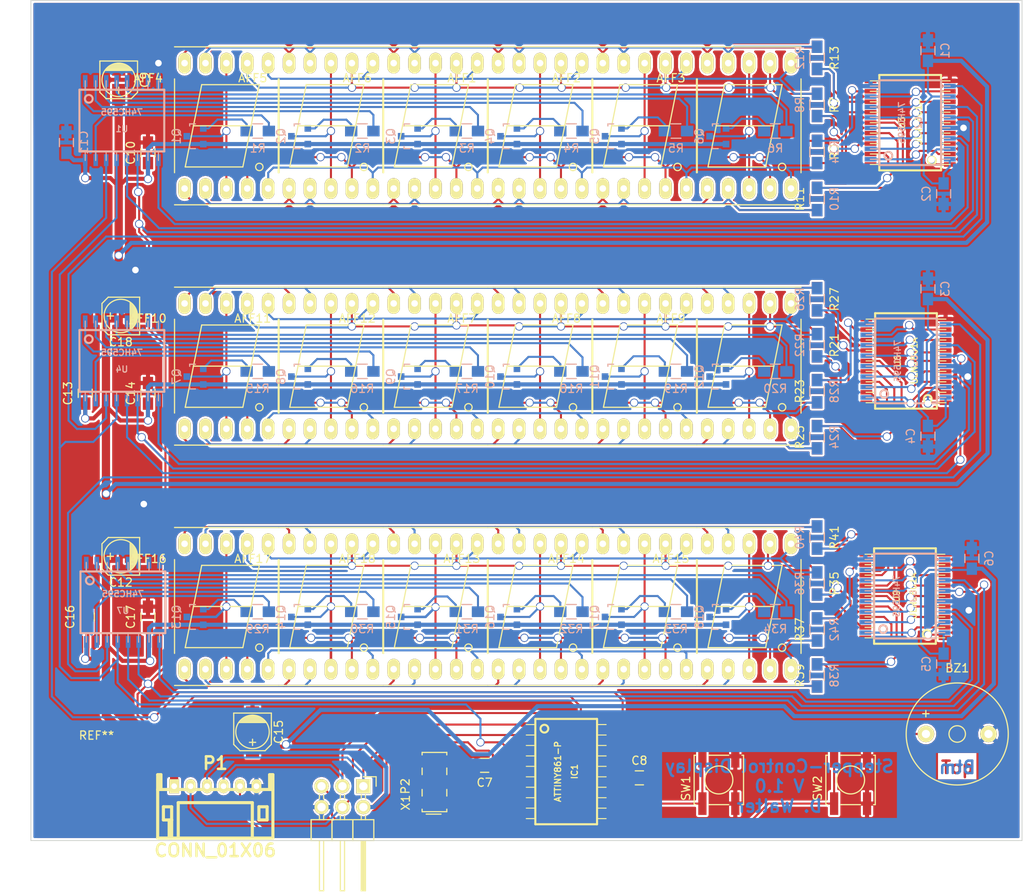
<source format=kicad_pcb>
(kicad_pcb (version 4) (host pcbnew 4.0.1-stable)
  (layers (0 F.Cu signal) (31 B.Cu signal) (34 B.Paste user) (35 F.Paste user) (36 B.SilkS user) (37 F.SilkS user) (38 B.Mask user) (39 F.Mask user) (44 Edge.Cuts user))
  (net 0 "")
  (net 1 "Net-(AFF1-Pad1)")
  (net 2 "Net-(AFF1-Pad2)")
  (net 3 "Net-(AFF1-Pad4)")
  (net 4 "Net-(AFF1-Pad6)")
  (net 5 "Net-(AFF1-Pad7)")
  (net 6 "Net-(AFF1-Pad3)")
  (net 7 "Net-(AFF1-Pad9)")
  (net 8 "Net-(AFF2-Pad3)")
  (net 9 "Net-(AFF3-Pad3)")
  (net 10 "Net-(AFF4-Pad3)")
  (net 11 "Net-(AFF5-Pad3)")
  (net 12 "Net-(Q1-Pad1)")
  (net 13 "Net-(Q2-Pad1)")
  (net 14 "Net-(Q3-Pad1)")
  (net 15 "Net-(Q4-Pad1)")
  (net 16 "Net-(Q5-Pad1)")
  (net 17 "Net-(Q6-Pad1)")
  (net 18 GND)
  (net 19 "Net-(U2-Pad7)")
  (net 20 "Net-(U2-Pad6)")
  (net 21 "Net-(U2-Pad5)")
  (net 22 "Net-(U2-Pad4)")
  (net 23 "Net-(U2-Pad3)")
  (net 24 "Net-(U2-Pad2)")
  (net 25 "Net-(U2-Pad1)")
  (net 26 "Net-(U2-Pad15)")
  (net 27 "Net-(R8-Pad2)")
  (net 28 "Net-(R7-Pad2)")
  (net 29 "Net-(R6-Pad2)")
  (net 30 "Net-(R5-Pad2)")
  (net 31 "Net-(R4-Pad2)")
  (net 32 "Net-(R3-Pad2)")
  (net 33 "Net-(R2-Pad2)")
  (net 34 "Net-(R1-Pad2)")
  (net 35 "Net-(R14-Pad2)")
  (net 36 "Net-(R13-Pad2)")
  (net 37 "Net-(R12-Pad2)")
  (net 38 "Net-(R11-Pad2)")
  (net 39 "Net-(R10-Pad2)")
  (net 40 "Net-(R9-Pad2)")
  (net 41 "Net-(AFF6-Pad3)")
  (net 42 "Net-(U1-Pad9)")
  (net 43 "Net-(AFF1-Pad5)")
  (net 44 "Net-(AFF1-Pad10)")
  (net 45 /LEDsX/R_Clock)
  (net 46 "Net-(AFF10-Pad1)")
  (net 47 "Net-(AFF10-Pad2)")
  (net 48 "Net-(AFF7-Pad3)")
  (net 49 "Net-(AFF10-Pad4)")
  (net 50 "Net-(AFF10-Pad5)")
  (net 51 "Net-(AFF10-Pad6)")
  (net 52 "Net-(AFF10-Pad7)")
  (net 53 "Net-(AFF10-Pad9)")
  (net 54 "Net-(AFF10-Pad10)")
  (net 55 "Net-(AFF8-Pad3)")
  (net 56 "Net-(AFF9-Pad3)")
  (net 57 "Net-(AFF10-Pad3)")
  (net 58 "Net-(AFF11-Pad3)")
  (net 59 "Net-(AFF12-Pad3)")
  (net 60 "Net-(Q7-Pad1)")
  (net 61 "Net-(Q8-Pad1)")
  (net 62 "Net-(Q9-Pad1)")
  (net 63 "Net-(Q10-Pad1)")
  (net 64 "Net-(Q11-Pad1)")
  (net 65 "Net-(Q12-Pad1)")
  (net 66 "Net-(R15-Pad2)")
  (net 67 "Net-(R16-Pad2)")
  (net 68 "Net-(R17-Pad2)")
  (net 69 "Net-(R18-Pad2)")
  (net 70 "Net-(R19-Pad2)")
  (net 71 "Net-(R20-Pad2)")
  (net 72 "Net-(R21-Pad2)")
  (net 73 "Net-(R22-Pad2)")
  (net 74 "Net-(R23-Pad2)")
  (net 75 "Net-(R24-Pad2)")
  (net 76 "Net-(R25-Pad2)")
  (net 77 "Net-(R26-Pad2)")
  (net 78 "Net-(R27-Pad2)")
  (net 79 "Net-(R28-Pad2)")
  (net 80 /LEDsY/Ser_In)
  (net 81 "Net-(U4-Pad9)")
  (net 82 /LEDsY/R_Clock)
  (net 83 "Net-(U5-Pad1)")
  (net 84 "Net-(U5-Pad2)")
  (net 85 "Net-(U5-Pad3)")
  (net 86 "Net-(U5-Pad4)")
  (net 87 "Net-(U5-Pad5)")
  (net 88 "Net-(U5-Pad6)")
  (net 89 "Net-(U5-Pad7)")
  (net 90 "Net-(U5-Pad15)")
  (net 91 "Net-(AFF13-Pad1)")
  (net 92 "Net-(AFF13-Pad2)")
  (net 93 "Net-(AFF13-Pad3)")
  (net 94 "Net-(AFF13-Pad4)")
  (net 95 "Net-(AFF13-Pad5)")
  (net 96 "Net-(AFF13-Pad6)")
  (net 97 "Net-(AFF13-Pad7)")
  (net 98 "Net-(AFF13-Pad9)")
  (net 99 "Net-(AFF13-Pad10)")
  (net 100 "Net-(AFF14-Pad3)")
  (net 101 "Net-(AFF15-Pad3)")
  (net 102 "Net-(AFF16-Pad3)")
  (net 103 "Net-(AFF17-Pad3)")
  (net 104 "Net-(AFF18-Pad3)")
  (net 105 "Net-(Q13-Pad1)")
  (net 106 "Net-(Q14-Pad1)")
  (net 107 "Net-(Q15-Pad1)")
  (net 108 "Net-(Q16-Pad1)")
  (net 109 "Net-(Q17-Pad1)")
  (net 110 "Net-(Q18-Pad1)")
  (net 111 "Net-(R29-Pad2)")
  (net 112 "Net-(R30-Pad2)")
  (net 113 "Net-(R31-Pad2)")
  (net 114 "Net-(R32-Pad2)")
  (net 115 "Net-(R33-Pad2)")
  (net 116 "Net-(R34-Pad2)")
  (net 117 "Net-(R35-Pad2)")
  (net 118 "Net-(R36-Pad2)")
  (net 119 "Net-(R37-Pad2)")
  (net 120 "Net-(R38-Pad2)")
  (net 121 "Net-(R39-Pad2)")
  (net 122 "Net-(R40-Pad2)")
  (net 123 "Net-(R41-Pad2)")
  (net 124 "Net-(R42-Pad2)")
  (net 125 "Net-(U7-Pad9)")
  (net 126 /LEDsZ/R_Clock)
  (net 127 "Net-(U8-Pad1)")
  (net 128 "Net-(U8-Pad2)")
  (net 129 "Net-(U8-Pad3)")
  (net 130 "Net-(U8-Pad4)")
  (net 131 "Net-(U8-Pad5)")
  (net 132 "Net-(U8-Pad6)")
  (net 133 "Net-(U8-Pad7)")
  (net 134 "Net-(U8-Pad15)")
  (net 135 +5V)
  (net 136 /Controller/Enable)
  (net 137 /Controller/Ser_Clock)
  (net 138 /LEDsX/Ser_In)
  (net 139 /LEDsZ/Ser_In)
  (net 140 MOSI)
  (net 141 MISO)
  (net 142 SCK)
  (net 143 CS)
  (net 144 "Net-(IC1-Pad10)")
  (net 145 "Net-(IC1-Pad11)")
  (net 146 "Net-(IC1-Pad14)")
  (net 147 "Net-(IC1-Pad7)")
  (net 148 "Net-(IC1-Pad8)")
  (net 149 "Net-(BZ1-Pad1)")
  (module Buttons_Switches_SMD:SW_SPST_EVPBF (layer F.Cu) (at 150.622 134.112 90)
    (fp_text reference SW1 (at -1 -4 90) (layer F.SilkS))
    (fp_text value SW_PUSH)
    (pad 1 smd rect (at 2.875 -2 90) (size 2.75 1) (layers F.Cu F.Paste F.Mask) (net 146 "Net-(IC1-Pad14)"))
    (pad 1 smd rect (at -2.875 -2 90) (size 2.75 1) (layers F.Cu F.Paste F.Mask) (net 146 "Net-(IC1-Pad14)"))
    (pad 2 smd rect (at -2.875 2 90) (size 2.75 1) (layers F.Cu F.Paste F.Mask) (net 18 GND))
    (pad 2 smd rect (at 2.875 2 90) (size 2.75 1) (layers F.Cu F.Paste F.Mask) (net 18 GND))
  )
  (module Buttons_Switches_SMD:SW_SPST_EVPBF (layer F.Cu) (at 166.624 134.112 90)
    (fp_text reference SW2 (at -1 -4 90) (layer F.SilkS))
    (fp_text value SW_PUSH)
    (pad 1 smd rect (at 2.875 -2 90) (size 2.75 1) (layers F.Cu F.Paste F.Mask) (net 145 "Net-(IC1-Pad11)"))
    (pad 1 smd rect (at -2.875 -2 90) (size 2.75 1) (layers F.Cu F.Paste F.Mask) (net 145 "Net-(IC1-Pad11)"))
    (pad 2 smd rect (at -2.875 2 90) (size 2.75 1) (layers F.Cu F.Paste F.Mask) (net 18 GND))
    (pad 2 smd rect (at 2.875 2 90) (size 2.75 1) (layers F.Cu F.Paste F.Mask) (net 18 GND))
  )
  (module Pin_Headers:Pin_Header_Angled_2x03 (layer F.Cu) (at 107.442 134.874 270)
    (fp_text reference P2 (at 0 -5.1 270) (layer F.SilkS))
    (fp_text value ISP)
    (pad 1 thru_hole rect (at 0 0 270) (size 1.7272 1.7272) (drill 1.016) (layers *.Cu *.Mask F.SilkS) (net 141 MISO))
    (pad 2 thru_hole oval (at 2.54 0 270) (size 1.7272 1.7272) (drill 1.016) (layers *.Cu *.Mask F.SilkS) (net 135 +5V))
    (pad 3 thru_hole oval (at 0 2.54 270) (size 1.7272 1.7272) (drill 1.016) (layers *.Cu *.Mask F.SilkS) (net 142 SCK))
    (pad 4 thru_hole oval (at 2.54 2.54 270) (size 1.7272 1.7272) (drill 1.016) (layers *.Cu *.Mask F.SilkS) (net 140 MOSI))
    (pad 5 thru_hole oval (at 0 5.08 270) (size 1.7272 1.7272) (drill 1.016) (layers *.Cu *.Mask F.SilkS) (net 144 "Net-(IC1-Pad10)"))
    (pad 6 thru_hole oval (at 2.54 5.08 270) (size 1.7272 1.7272) (drill 1.016) (layers *.Cu *.Mask F.SilkS) (net 18 GND))
  )
  (module w_smd_dil:soic-20 (layer F.Cu) (at 132.08 133.096 270)
    (fp_text reference IC1 (at 0 -1.016 270) (layer F.SilkS) (effects (font (size 0.7493 0.7493) (thickness 0.14986))))
    (fp_text value ATTINY861-P (at 0 1.016 270) (layer F.SilkS) (effects (font (size 0.7493 0.7493) (thickness 0.14986))))
    (pad 1 smd rect (at -5.715 4.81076 270) (size 0.55118 1.43002) (layers F.Cu F.Paste F.Mask) (net 140 MOSI))
    (pad 2 smd rect (at -4.445 4.81076 270) (size 0.55118 1.43002) (layers F.Cu F.Paste F.Mask) (net 141 MISO))
    (pad 3 smd rect (at -3.175 4.81076 270) (size 0.55118 1.43002) (layers F.Cu F.Paste F.Mask) (net 142 SCK))
    (pad 4 smd rect (at -1.905 4.81076 270) (size 0.55118 1.43002) (layers F.Cu F.Paste F.Mask) (net 136 /Controller/Enable))
    (pad 5 smd rect (at -0.635 4.81076 270) (size 0.55118 1.43002) (layers F.Cu F.Paste F.Mask) (net 135 +5V))
    (pad 6 smd rect (at 0.635 4.81076 270) (size 0.55118 1.43002) (layers F.Cu F.Paste F.Mask) (net 18 GND))
    (pad 7 smd rect (at 1.905 4.81076 270) (size 0.55118 1.43002) (layers F.Cu F.Paste F.Mask) (net 147 "Net-(IC1-Pad7)"))
    (pad 8 smd rect (at 3.175 4.81076 270) (size 0.55118 1.43002) (layers F.Cu F.Paste F.Mask) (net 148 "Net-(IC1-Pad8)"))
    (pad 9 smd rect (at 4.445 4.81076 270) (size 0.55118 1.43002) (layers F.Cu F.Paste F.Mask) (net 143 CS))
    (pad 10 smd rect (at 5.715 4.81076 270) (size 0.55118 1.43002) (layers F.Cu F.Paste F.Mask) (net 144 "Net-(IC1-Pad10)"))
    (pad 11 smd rect (at 5.715 -4.81076 270) (size 0.55118 1.43002) (layers F.Cu F.Paste F.Mask) (net 145 "Net-(IC1-Pad11)"))
    (pad 12 smd rect (at 4.445 -4.81076 270) (size 0.55118 1.43002) (layers F.Cu F.Paste F.Mask))
    (pad 13 smd rect (at 3.175 -4.81076 270) (size 0.55118 1.43002) (layers F.Cu F.Paste F.Mask))
    (pad 14 smd rect (at 1.905 -4.81076 270) (size 0.55118 1.43002) (layers F.Cu F.Paste F.Mask) (net 146 "Net-(IC1-Pad14)"))
    (pad 15 smd rect (at 0.635 -4.81076 270) (size 0.55118 1.43002) (layers F.Cu F.Paste F.Mask) (net 135 +5V))
    (pad 16 smd rect (at -0.635 -4.81076 270) (size 0.55118 1.43002) (layers F.Cu F.Paste F.Mask) (net 18 GND))
    (pad 17 smd rect (at -1.905 -4.81076 270) (size 0.55118 1.43002) (layers F.Cu F.Paste F.Mask) (net 149 "Net-(BZ1-Pad1)"))
    (pad 18 smd rect (at -3.175 -4.81076 270) (size 0.55118 1.43002) (layers F.Cu F.Paste F.Mask) (net 137 /Controller/Ser_Clock))
    (pad 19 smd rect (at -4.445 -4.81076 270) (size 0.55118 1.43002) (layers F.Cu F.Paste F.Mask) (net 138 /LEDsX/Ser_In))
    (pad 20 smd rect (at -5.715 -4.81076 270) (size 0.55118 1.43002) (layers F.Cu F.Paste F.Mask))
  )
  (module Resistors_SMD:R_0805_HandSoldering (layer B.Cu) (at 94.615 55.245)
    (fp_text reference R1 (at 0 2.1) (layer B.SilkS) (effects (justify mirror)))
    (fp_text value R)
    (pad 1 smd rect (at -1.35 0) (size 1.5 1.3) (layers B.Cu B.Paste B.Mask) (net 12 "Net-(Q1-Pad1)"))
    (pad 2 smd rect (at 1.35 0) (size 1.5 1.3) (layers B.Cu B.Paste B.Mask) (net 34 "Net-(R1-Pad2)"))
  )
  (module Resistors_SMD:R_0805_HandSoldering (layer B.Cu) (at 107.315 55.245)
    (fp_text reference R2 (at 0 2.1) (layer B.SilkS) (effects (justify mirror)))
    (fp_text value R)
    (pad 1 smd rect (at -1.35 0) (size 1.5 1.3) (layers B.Cu B.Paste B.Mask) (net 13 "Net-(Q2-Pad1)"))
    (pad 2 smd rect (at 1.35 0) (size 1.5 1.3) (layers B.Cu B.Paste B.Mask) (net 33 "Net-(R2-Pad2)"))
  )
  (module Resistors_SMD:R_0805_HandSoldering (layer B.Cu) (at 120.015 55.245)
    (fp_text reference R3 (at 0 2.1) (layer B.SilkS) (effects (justify mirror)))
    (fp_text value R)
    (pad 1 smd rect (at -1.35 0) (size 1.5 1.3) (layers B.Cu B.Paste B.Mask) (net 14 "Net-(Q3-Pad1)"))
    (pad 2 smd rect (at 1.35 0) (size 1.5 1.3) (layers B.Cu B.Paste B.Mask) (net 32 "Net-(R3-Pad2)"))
  )
  (module Resistors_SMD:R_0805_HandSoldering (layer B.Cu) (at 132.715 55.245)
    (fp_text reference R4 (at 0 2.1) (layer B.SilkS) (effects (justify mirror)))
    (fp_text value R)
    (pad 1 smd rect (at -1.35 0) (size 1.5 1.3) (layers B.Cu B.Paste B.Mask) (net 15 "Net-(Q4-Pad1)"))
    (pad 2 smd rect (at 1.35 0) (size 1.5 1.3) (layers B.Cu B.Paste B.Mask) (net 31 "Net-(R4-Pad2)"))
  )
  (module Resistors_SMD:R_0805_HandSoldering (layer B.Cu) (at 145.415 55.245)
    (fp_text reference R5 (at 0 2.1) (layer B.SilkS) (effects (justify mirror)))
    (fp_text value R)
    (pad 1 smd rect (at -1.35 0) (size 1.5 1.3) (layers B.Cu B.Paste B.Mask) (net 16 "Net-(Q5-Pad1)"))
    (pad 2 smd rect (at 1.35 0) (size 1.5 1.3) (layers B.Cu B.Paste B.Mask) (net 30 "Net-(R5-Pad2)"))
  )
  (module Resistors_SMD:R_0805_HandSoldering (layer B.Cu) (at 157.48 55.245)
    (fp_text reference R6 (at 0 2.1) (layer B.SilkS) (effects (justify mirror)))
    (fp_text value R)
    (pad 1 smd rect (at -1.35 0) (size 1.5 1.3) (layers B.Cu B.Paste B.Mask) (net 17 "Net-(Q6-Pad1)"))
    (pad 2 smd rect (at 1.35 0) (size 1.5 1.3) (layers B.Cu B.Paste B.Mask) (net 29 "Net-(R6-Pad2)"))
  )
  (module Resistors_SMD:R_0805_HandSoldering (layer F.Cu) (at 162.56 52.07 270)
    (fp_text reference R7 (at 0 -2.1 270) (layer F.SilkS))
    (fp_text value R)
    (pad 1 smd rect (at -1.35 0 270) (size 1.5 1.3) (layers F.Cu F.Paste F.Mask) (net 5 "Net-(AFF1-Pad7)"))
    (pad 2 smd rect (at 1.35 0 270) (size 1.5 1.3) (layers F.Cu F.Paste F.Mask) (net 28 "Net-(R7-Pad2)"))
  )
  (module Resistors_SMD:R_0805_HandSoldering (layer B.Cu) (at 162.56 52.07 270)
    (fp_text reference R8 (at 0 2.1 270) (layer B.SilkS) (effects (justify mirror)))
    (fp_text value R)
    (pad 1 smd rect (at -1.35 0 270) (size 1.5 1.3) (layers B.Cu B.Paste B.Mask) (net 4 "Net-(AFF1-Pad6)"))
    (pad 2 smd rect (at 1.35 0 270) (size 1.5 1.3) (layers B.Cu B.Paste B.Mask) (net 27 "Net-(R8-Pad2)"))
  )
  (module Resistors_SMD:R_0805_HandSoldering (layer F.Cu) (at 162.56 57.785 270)
    (fp_text reference R9 (at 0 -2.1 270) (layer F.SilkS))
    (fp_text value R)
    (pad 1 smd rect (at -1.35 0 270) (size 1.5 1.3) (layers F.Cu F.Paste F.Mask) (net 3 "Net-(AFF1-Pad4)"))
    (pad 2 smd rect (at 1.35 0 270) (size 1.5 1.3) (layers F.Cu F.Paste F.Mask) (net 40 "Net-(R9-Pad2)"))
  )
  (module Resistors_SMD:R_0805_HandSoldering (layer B.Cu) (at 162.56 63.5 90)
    (fp_text reference R10 (at 0 2.1 90) (layer B.SilkS) (effects (justify mirror)))
    (fp_text value R)
    (pad 1 smd rect (at -1.35 0 90) (size 1.5 1.3) (layers B.Cu B.Paste B.Mask) (net 2 "Net-(AFF1-Pad2)"))
    (pad 2 smd rect (at 1.35 0 90) (size 1.5 1.3) (layers B.Cu B.Paste B.Mask) (net 39 "Net-(R10-Pad2)"))
  )
  (module Resistors_SMD:R_0805_HandSoldering (layer F.Cu) (at 162.56 63.5 90)
    (fp_text reference R11 (at 0 -2.1 90) (layer F.SilkS))
    (fp_text value R)
    (pad 1 smd rect (at -1.35 0 90) (size 1.5 1.3) (layers F.Cu F.Paste F.Mask) (net 1 "Net-(AFF1-Pad1)"))
    (pad 2 smd rect (at 1.35 0 90) (size 1.5 1.3) (layers F.Cu F.Paste F.Mask) (net 38 "Net-(R11-Pad2)"))
  )
  (module Resistors_SMD:R_0805_HandSoldering (layer B.Cu) (at 162.56 46.355 270)
    (fp_text reference R12 (at 0 2.1 270) (layer B.SilkS) (effects (justify mirror)))
    (fp_text value R)
    (pad 1 smd rect (at -1.35 0 270) (size 1.5 1.3) (layers B.Cu B.Paste B.Mask) (net 7 "Net-(AFF1-Pad9)"))
    (pad 2 smd rect (at 1.35 0 270) (size 1.5 1.3) (layers B.Cu B.Paste B.Mask) (net 37 "Net-(R12-Pad2)"))
  )
  (module Resistors_SMD:R_0805_HandSoldering (layer F.Cu) (at 162.56 46.355 270)
    (fp_text reference R13 (at 0 -2.1 270) (layer F.SilkS))
    (fp_text value R)
    (pad 1 smd rect (at -1.35 0 270) (size 1.5 1.3) (layers F.Cu F.Paste F.Mask) (net 44 "Net-(AFF1-Pad10)"))
    (pad 2 smd rect (at 1.35 0 270) (size 1.5 1.3) (layers F.Cu F.Paste F.Mask) (net 36 "Net-(R13-Pad2)"))
  )
  (module Resistors_SMD:R_0805_HandSoldering (layer B.Cu) (at 162.56 57.785 90)
    (fp_text reference R14 (at 0 2.1 90) (layer B.SilkS) (effects (justify mirror)))
    (fp_text value R)
    (pad 1 smd rect (at -1.35 0 90) (size 1.5 1.3) (layers B.Cu B.Paste B.Mask) (net 43 "Net-(AFF1-Pad5)"))
    (pad 2 smd rect (at 1.35 0 90) (size 1.5 1.3) (layers B.Cu B.Paste B.Mask) (net 35 "Net-(R14-Pad2)"))
  )
  (module Displays_7-Segment:7SegmentLED_LTS6760_LTS6780 (layer F.Cu) (at 128.905 54.61)
    (fp_text reference AFF1 (at -9.5 -5.8) (layer F.SilkS))
    (fp_text value 7SEGMENTS)
    (pad 1 thru_hole oval (at -5.08 7.62) (size 1.524 2.524) (drill 0.8) (layers *.Cu *.Mask F.SilkS) (net 1 "Net-(AFF1-Pad1)"))
    (pad 2 thru_hole oval (at -2.54 7.62) (size 1.524 2.524) (drill 0.8) (layers *.Cu *.Mask F.SilkS) (net 2 "Net-(AFF1-Pad2)"))
    (pad 3 thru_hole oval (at 0 7.62) (size 1.524 2.524) (drill 0.8) (layers *.Cu *.Mask F.SilkS) (net 6 "Net-(AFF1-Pad3)"))
    (pad 4 thru_hole oval (at 2.54 7.62) (size 1.524 2.524) (drill 0.8) (layers *.Cu *.Mask F.SilkS) (net 3 "Net-(AFF1-Pad4)"))
    (pad 5 thru_hole oval (at 5.08 7.62) (size 1.524 2.524) (drill 0.8) (layers *.Cu *.Mask F.SilkS) (net 43 "Net-(AFF1-Pad5)"))
    (pad 6 thru_hole oval (at 5.08 -7.62) (size 1.524 2.524) (drill 0.8) (layers *.Cu *.Mask F.SilkS) (net 4 "Net-(AFF1-Pad6)"))
    (pad 7 thru_hole oval (at 2.54 -7.62) (size 1.524 2.524) (drill 0.8) (layers *.Cu *.Mask F.SilkS) (net 5 "Net-(AFF1-Pad7)"))
    (pad 8 thru_hole oval (at 0 -7.62) (size 1.524 2.524) (drill 0.8) (layers *.Cu *.Mask F.SilkS) (net 6 "Net-(AFF1-Pad3)"))
    (pad 9 thru_hole oval (at -2.54 -7.62) (size 1.524 2.524) (drill 0.8) (layers *.Cu *.Mask F.SilkS) (net 7 "Net-(AFF1-Pad9)"))
    (pad 10 thru_hole oval (at -5.08 -7.62) (size 1.524 2.524) (drill 0.8) (layers *.Cu *.Mask F.SilkS) (net 44 "Net-(AFF1-Pad10)"))
  )
  (module Displays_7-Segment:7SegmentLED_LTS6760_LTS6780 (layer F.Cu) (at 141.605 54.61)
    (fp_text reference AFF2 (at -9.5 -5.8) (layer F.SilkS))
    (fp_text value 7SEGMENTS)
    (pad 1 thru_hole oval (at -5.08 7.62) (size 1.524 2.524) (drill 0.8) (layers *.Cu *.Mask F.SilkS) (net 1 "Net-(AFF1-Pad1)"))
    (pad 2 thru_hole oval (at -2.54 7.62) (size 1.524 2.524) (drill 0.8) (layers *.Cu *.Mask F.SilkS) (net 2 "Net-(AFF1-Pad2)"))
    (pad 3 thru_hole oval (at 0 7.62) (size 1.524 2.524) (drill 0.8) (layers *.Cu *.Mask F.SilkS) (net 8 "Net-(AFF2-Pad3)"))
    (pad 4 thru_hole oval (at 2.54 7.62) (size 1.524 2.524) (drill 0.8) (layers *.Cu *.Mask F.SilkS) (net 3 "Net-(AFF1-Pad4)"))
    (pad 5 thru_hole oval (at 5.08 7.62) (size 1.524 2.524) (drill 0.8) (layers *.Cu *.Mask F.SilkS) (net 43 "Net-(AFF1-Pad5)"))
    (pad 6 thru_hole oval (at 5.08 -7.62) (size 1.524 2.524) (drill 0.8) (layers *.Cu *.Mask F.SilkS) (net 4 "Net-(AFF1-Pad6)"))
    (pad 7 thru_hole oval (at 2.54 -7.62) (size 1.524 2.524) (drill 0.8) (layers *.Cu *.Mask F.SilkS) (net 5 "Net-(AFF1-Pad7)"))
    (pad 8 thru_hole oval (at 0 -7.62) (size 1.524 2.524) (drill 0.8) (layers *.Cu *.Mask F.SilkS) (net 8 "Net-(AFF2-Pad3)"))
    (pad 9 thru_hole oval (at -2.54 -7.62) (size 1.524 2.524) (drill 0.8) (layers *.Cu *.Mask F.SilkS) (net 7 "Net-(AFF1-Pad9)"))
    (pad 10 thru_hole oval (at -5.08 -7.62) (size 1.524 2.524) (drill 0.8) (layers *.Cu *.Mask F.SilkS) (net 44 "Net-(AFF1-Pad10)"))
  )
  (module Displays_7-Segment:7SegmentLED_LTS6760_LTS6780 (layer F.Cu) (at 154.305 54.61)
    (fp_text reference AFF3 (at -9.5 -5.8) (layer F.SilkS))
    (fp_text value 7SEGMENTS)
    (pad 1 thru_hole oval (at -5.08 7.62) (size 1.524 2.524) (drill 0.8) (layers *.Cu *.Mask F.SilkS) (net 1 "Net-(AFF1-Pad1)"))
    (pad 2 thru_hole oval (at -2.54 7.62) (size 1.524 2.524) (drill 0.8) (layers *.Cu *.Mask F.SilkS) (net 2 "Net-(AFF1-Pad2)"))
    (pad 3 thru_hole oval (at 0 7.62) (size 1.524 2.524) (drill 0.8) (layers *.Cu *.Mask F.SilkS) (net 9 "Net-(AFF3-Pad3)"))
    (pad 4 thru_hole oval (at 2.54 7.62) (size 1.524 2.524) (drill 0.8) (layers *.Cu *.Mask F.SilkS) (net 3 "Net-(AFF1-Pad4)"))
    (pad 5 thru_hole oval (at 5.08 7.62) (size 1.524 2.524) (drill 0.8) (layers *.Cu *.Mask F.SilkS) (net 43 "Net-(AFF1-Pad5)"))
    (pad 6 thru_hole oval (at 5.08 -7.62) (size 1.524 2.524) (drill 0.8) (layers *.Cu *.Mask F.SilkS) (net 4 "Net-(AFF1-Pad6)"))
    (pad 7 thru_hole oval (at 2.54 -7.62) (size 1.524 2.524) (drill 0.8) (layers *.Cu *.Mask F.SilkS) (net 5 "Net-(AFF1-Pad7)"))
    (pad 8 thru_hole oval (at 0 -7.62) (size 1.524 2.524) (drill 0.8) (layers *.Cu *.Mask F.SilkS) (net 9 "Net-(AFF3-Pad3)"))
    (pad 9 thru_hole oval (at -2.54 -7.62) (size 1.524 2.524) (drill 0.8) (layers *.Cu *.Mask F.SilkS) (net 7 "Net-(AFF1-Pad9)"))
    (pad 10 thru_hole oval (at -5.08 -7.62) (size 1.524 2.524) (drill 0.8) (layers *.Cu *.Mask F.SilkS) (net 44 "Net-(AFF1-Pad10)"))
  )
  (module Displays_7-Segment:7SegmentLED_LTS6760_LTS6780 (layer F.Cu) (at 90.805 54.61)
    (fp_text reference AFF4 (at -9.5 -5.8) (layer F.SilkS))
    (fp_text value 7SEGMENTS)
    (pad 1 thru_hole oval (at -5.08 7.62) (size 1.524 2.524) (drill 0.8) (layers *.Cu *.Mask F.SilkS) (net 1 "Net-(AFF1-Pad1)"))
    (pad 2 thru_hole oval (at -2.54 7.62) (size 1.524 2.524) (drill 0.8) (layers *.Cu *.Mask F.SilkS) (net 2 "Net-(AFF1-Pad2)"))
    (pad 3 thru_hole oval (at 0 7.62) (size 1.524 2.524) (drill 0.8) (layers *.Cu *.Mask F.SilkS) (net 10 "Net-(AFF4-Pad3)"))
    (pad 4 thru_hole oval (at 2.54 7.62) (size 1.524 2.524) (drill 0.8) (layers *.Cu *.Mask F.SilkS) (net 3 "Net-(AFF1-Pad4)"))
    (pad 5 thru_hole oval (at 5.08 7.62) (size 1.524 2.524) (drill 0.8) (layers *.Cu *.Mask F.SilkS) (net 43 "Net-(AFF1-Pad5)"))
    (pad 6 thru_hole oval (at 5.08 -7.62) (size 1.524 2.524) (drill 0.8) (layers *.Cu *.Mask F.SilkS) (net 4 "Net-(AFF1-Pad6)"))
    (pad 7 thru_hole oval (at 2.54 -7.62) (size 1.524 2.524) (drill 0.8) (layers *.Cu *.Mask F.SilkS) (net 5 "Net-(AFF1-Pad7)"))
    (pad 8 thru_hole oval (at 0 -7.62) (size 1.524 2.524) (drill 0.8) (layers *.Cu *.Mask F.SilkS) (net 10 "Net-(AFF4-Pad3)"))
    (pad 9 thru_hole oval (at -2.54 -7.62) (size 1.524 2.524) (drill 0.8) (layers *.Cu *.Mask F.SilkS) (net 7 "Net-(AFF1-Pad9)"))
    (pad 10 thru_hole oval (at -5.08 -7.62) (size 1.524 2.524) (drill 0.8) (layers *.Cu *.Mask F.SilkS) (net 44 "Net-(AFF1-Pad10)"))
  )
  (module Displays_7-Segment:7SegmentLED_LTS6760_LTS6780 (layer F.Cu) (at 103.505 54.61)
    (fp_text reference AFF5 (at -9.5 -5.8) (layer F.SilkS))
    (fp_text value 7SEGMENTS)
    (pad 1 thru_hole oval (at -5.08 7.62) (size 1.524 2.524) (drill 0.8) (layers *.Cu *.Mask F.SilkS) (net 1 "Net-(AFF1-Pad1)"))
    (pad 2 thru_hole oval (at -2.54 7.62) (size 1.524 2.524) (drill 0.8) (layers *.Cu *.Mask F.SilkS) (net 2 "Net-(AFF1-Pad2)"))
    (pad 3 thru_hole oval (at 0 7.62) (size 1.524 2.524) (drill 0.8) (layers *.Cu *.Mask F.SilkS) (net 11 "Net-(AFF5-Pad3)"))
    (pad 4 thru_hole oval (at 2.54 7.62) (size 1.524 2.524) (drill 0.8) (layers *.Cu *.Mask F.SilkS) (net 3 "Net-(AFF1-Pad4)"))
    (pad 5 thru_hole oval (at 5.08 7.62) (size 1.524 2.524) (drill 0.8) (layers *.Cu *.Mask F.SilkS) (net 43 "Net-(AFF1-Pad5)"))
    (pad 6 thru_hole oval (at 5.08 -7.62) (size 1.524 2.524) (drill 0.8) (layers *.Cu *.Mask F.SilkS) (net 4 "Net-(AFF1-Pad6)"))
    (pad 7 thru_hole oval (at 2.54 -7.62) (size 1.524 2.524) (drill 0.8) (layers *.Cu *.Mask F.SilkS) (net 5 "Net-(AFF1-Pad7)"))
    (pad 8 thru_hole oval (at 0 -7.62) (size 1.524 2.524) (drill 0.8) (layers *.Cu *.Mask F.SilkS) (net 11 "Net-(AFF5-Pad3)"))
    (pad 9 thru_hole oval (at -2.54 -7.62) (size 1.524 2.524) (drill 0.8) (layers *.Cu *.Mask F.SilkS) (net 7 "Net-(AFF1-Pad9)"))
    (pad 10 thru_hole oval (at -5.08 -7.62) (size 1.524 2.524) (drill 0.8) (layers *.Cu *.Mask F.SilkS) (net 44 "Net-(AFF1-Pad10)"))
  )
  (module Displays_7-Segment:7SegmentLED_LTS6760_LTS6780 (layer F.Cu) (at 116.205 54.61)
    (fp_text reference AFF6 (at -9.5 -5.8) (layer F.SilkS))
    (fp_text value 7SEGMENTS)
    (pad 1 thru_hole oval (at -5.08 7.62) (size 1.524 2.524) (drill 0.8) (layers *.Cu *.Mask F.SilkS) (net 1 "Net-(AFF1-Pad1)"))
    (pad 2 thru_hole oval (at -2.54 7.62) (size 1.524 2.524) (drill 0.8) (layers *.Cu *.Mask F.SilkS) (net 2 "Net-(AFF1-Pad2)"))
    (pad 3 thru_hole oval (at 0 7.62) (size 1.524 2.524) (drill 0.8) (layers *.Cu *.Mask F.SilkS) (net 41 "Net-(AFF6-Pad3)"))
    (pad 4 thru_hole oval (at 2.54 7.62) (size 1.524 2.524) (drill 0.8) (layers *.Cu *.Mask F.SilkS) (net 3 "Net-(AFF1-Pad4)"))
    (pad 5 thru_hole oval (at 5.08 7.62) (size 1.524 2.524) (drill 0.8) (layers *.Cu *.Mask F.SilkS) (net 43 "Net-(AFF1-Pad5)"))
    (pad 6 thru_hole oval (at 5.08 -7.62) (size 1.524 2.524) (drill 0.8) (layers *.Cu *.Mask F.SilkS) (net 4 "Net-(AFF1-Pad6)"))
    (pad 7 thru_hole oval (at 2.54 -7.62) (size 1.524 2.524) (drill 0.8) (layers *.Cu *.Mask F.SilkS) (net 5 "Net-(AFF1-Pad7)"))
    (pad 8 thru_hole oval (at 0 -7.62) (size 1.524 2.524) (drill 0.8) (layers *.Cu *.Mask F.SilkS) (net 41 "Net-(AFF6-Pad3)"))
    (pad 9 thru_hole oval (at -2.54 -7.62) (size 1.524 2.524) (drill 0.8) (layers *.Cu *.Mask F.SilkS) (net 7 "Net-(AFF1-Pad9)"))
    (pad 10 thru_hole oval (at -5.08 -7.62) (size 1.524 2.524) (drill 0.8) (layers *.Cu *.Mask F.SilkS) (net 44 "Net-(AFF1-Pad10)"))
  )
  (module w_smd_dil:soic-16 (layer B.Cu) (at 78.105 53.975)
    (fp_text reference U1 (at 0 1.016) (layer B.SilkS) (effects (font (size 0.7493 0.7493) (thickness 0.14986)) (justify mirror)))
    (fp_text value 74HC595 (at 0 -1.016) (layer B.SilkS) (effects (font (size 0.7493 0.7493) (thickness 0.14986)) (justify mirror)))
    (pad 1 smd rect (at -4.445 -4.81076) (size 0.55118 1.43002) (layers B.Cu B.Paste B.Mask) (net 33 "Net-(R2-Pad2)"))
    (pad 2 smd rect (at -3.175 -4.81076) (size 0.55118 1.43002) (layers B.Cu B.Paste B.Mask) (net 32 "Net-(R3-Pad2)"))
    (pad 3 smd rect (at -1.905 -4.81076) (size 0.55118 1.43002) (layers B.Cu B.Paste B.Mask) (net 31 "Net-(R4-Pad2)"))
    (pad 4 smd rect (at -0.635 -4.81076) (size 0.55118 1.43002) (layers B.Cu B.Paste B.Mask) (net 30 "Net-(R5-Pad2)"))
    (pad 5 smd rect (at 0.635 -4.81076) (size 0.55118 1.43002) (layers B.Cu B.Paste B.Mask) (net 29 "Net-(R6-Pad2)"))
    (pad 6 smd rect (at 1.905 -4.81076) (size 0.55118 1.43002) (layers B.Cu B.Paste B.Mask))
    (pad 7 smd rect (at 3.175 -4.81076) (size 0.55118 1.43002) (layers B.Cu B.Paste B.Mask))
    (pad 8 smd rect (at 4.445 -4.81076) (size 0.55118 1.43002) (layers B.Cu B.Paste B.Mask) (net 18 GND))
    (pad 9 smd rect (at 4.445 4.81076) (size 0.55118 1.43002) (layers B.Cu B.Paste B.Mask) (net 42 "Net-(U1-Pad9)"))
    (pad 10 smd rect (at 3.175 4.81076) (size 0.55118 1.43002) (layers B.Cu B.Paste B.Mask) (net 135 +5V))
    (pad 11 smd rect (at 1.905 4.81076) (size 0.55118 1.43002) (layers B.Cu B.Paste B.Mask) (net 137 /Controller/Ser_Clock))
    (pad 12 smd rect (at 0.635 4.81076) (size 0.55118 1.43002) (layers B.Cu B.Paste B.Mask) (net 45 /LEDsX/R_Clock))
    (pad 13 smd rect (at -0.635 4.81076) (size 0.55118 1.43002) (layers B.Cu B.Paste B.Mask) (net 136 /Controller/Enable))
    (pad 14 smd rect (at -1.905 4.81076) (size 0.55118 1.43002) (layers B.Cu B.Paste B.Mask) (net 138 /LEDsX/Ser_In))
    (pad 15 smd rect (at -3.175 4.81076) (size 0.55118 1.43002) (layers B.Cu B.Paste B.Mask) (net 34 "Net-(R1-Pad2)"))
    (pad 16 smd rect (at -4.445 4.81076) (size 0.55118 1.43002) (layers B.Cu B.Paste B.Mask) (net 135 +5V))
  )
  (module w_smd_dil:soic-16 (layer B.Cu) (at 173.863 54.229 90)
    (fp_text reference U2 (at 0 1.016 90) (layer B.SilkS) (effects (font (size 0.7493 0.7493) (thickness 0.14986)) (justify mirror)))
    (fp_text value 74HC595 (at 0 -1.016 90) (layer B.SilkS) (effects (font (size 0.7493 0.7493) (thickness 0.14986)) (justify mirror)))
    (pad 1 smd rect (at -4.445 -4.81076 90) (size 0.55118 1.43002) (layers B.Cu B.Paste B.Mask) (net 25 "Net-(U2-Pad1)"))
    (pad 2 smd rect (at -3.175 -4.81076 90) (size 0.55118 1.43002) (layers B.Cu B.Paste B.Mask) (net 24 "Net-(U2-Pad2)"))
    (pad 3 smd rect (at -1.905 -4.81076 90) (size 0.55118 1.43002) (layers B.Cu B.Paste B.Mask) (net 23 "Net-(U2-Pad3)"))
    (pad 4 smd rect (at -0.635 -4.81076 90) (size 0.55118 1.43002) (layers B.Cu B.Paste B.Mask) (net 22 "Net-(U2-Pad4)"))
    (pad 5 smd rect (at 0.635 -4.81076 90) (size 0.55118 1.43002) (layers B.Cu B.Paste B.Mask) (net 21 "Net-(U2-Pad5)"))
    (pad 6 smd rect (at 1.905 -4.81076 90) (size 0.55118 1.43002) (layers B.Cu B.Paste B.Mask) (net 20 "Net-(U2-Pad6)"))
    (pad 7 smd rect (at 3.175 -4.81076 90) (size 0.55118 1.43002) (layers B.Cu B.Paste B.Mask) (net 19 "Net-(U2-Pad7)"))
    (pad 8 smd rect (at 4.445 -4.81076 90) (size 0.55118 1.43002) (layers B.Cu B.Paste B.Mask) (net 18 GND))
    (pad 9 smd rect (at 4.445 4.81076 90) (size 0.55118 1.43002) (layers B.Cu B.Paste B.Mask) (net 80 /LEDsY/Ser_In))
    (pad 10 smd rect (at 3.175 4.81076 90) (size 0.55118 1.43002) (layers B.Cu B.Paste B.Mask) (net 135 +5V))
    (pad 11 smd rect (at 1.905 4.81076 90) (size 0.55118 1.43002) (layers B.Cu B.Paste B.Mask) (net 137 /Controller/Ser_Clock))
    (pad 12 smd rect (at 0.635 4.81076 90) (size 0.55118 1.43002) (layers B.Cu B.Paste B.Mask) (net 45 /LEDsX/R_Clock))
    (pad 13 smd rect (at -0.635 4.81076 90) (size 0.55118 1.43002) (layers B.Cu B.Paste B.Mask) (net 18 GND))
    (pad 14 smd rect (at -1.905 4.81076 90) (size 0.55118 1.43002) (layers B.Cu B.Paste B.Mask) (net 42 "Net-(U1-Pad9)"))
    (pad 15 smd rect (at -3.175 4.81076 90) (size 0.55118 1.43002) (layers B.Cu B.Paste B.Mask) (net 26 "Net-(U2-Pad15)"))
    (pad 16 smd rect (at -4.445 4.81076 90) (size 0.55118 1.43002) (layers B.Cu B.Paste B.Mask) (net 135 +5V))
  )
  (module w_smd_dil:soic-18 (layer F.Cu) (at 173.863 54.229 90)
    (fp_text reference U3 (at 0 -1.016 90) (layer F.SilkS) (effects (font (size 0.7493 0.7493) (thickness 0.14986))))
    (fp_text value ULN2801A (at 0 1.016 90) (layer F.SilkS) (effects (font (size 0.7493 0.7493) (thickness 0.14986))))
    (pad 1 smd rect (at -5.08 4.81076 90) (size 0.55118 1.43002) (layers F.Cu F.Paste F.Mask) (net 26 "Net-(U2-Pad15)"))
    (pad 2 smd rect (at -3.81 4.81076 90) (size 0.55118 1.43002) (layers F.Cu F.Paste F.Mask) (net 25 "Net-(U2-Pad1)"))
    (pad 3 smd rect (at -2.54 4.81076 90) (size 0.55118 1.43002) (layers F.Cu F.Paste F.Mask) (net 24 "Net-(U2-Pad2)"))
    (pad 4 smd rect (at -1.27 4.81076 90) (size 0.55118 1.43002) (layers F.Cu F.Paste F.Mask) (net 23 "Net-(U2-Pad3)"))
    (pad 5 smd rect (at 0 4.81076 90) (size 0.55118 1.43002) (layers F.Cu F.Paste F.Mask) (net 22 "Net-(U2-Pad4)"))
    (pad 6 smd rect (at 1.27 4.81076 90) (size 0.55118 1.43002) (layers F.Cu F.Paste F.Mask) (net 21 "Net-(U2-Pad5)"))
    (pad 7 smd rect (at 2.54 4.81076 90) (size 0.55118 1.43002) (layers F.Cu F.Paste F.Mask) (net 20 "Net-(U2-Pad6)"))
    (pad 8 smd rect (at 3.81 4.81076 90) (size 0.55118 1.43002) (layers F.Cu F.Paste F.Mask) (net 19 "Net-(U2-Pad7)"))
    (pad 9 smd rect (at 5.08 4.81076 90) (size 0.55118 1.43002) (layers F.Cu F.Paste F.Mask) (net 18 GND))
    (pad 10 smd rect (at 5.08 -4.81076 90) (size 0.55118 1.43002) (layers F.Cu F.Paste F.Mask))
    (pad 11 smd rect (at 3.81 -4.81076 90) (size 0.55118 1.43002) (layers F.Cu F.Paste F.Mask) (net 35 "Net-(R14-Pad2)"))
    (pad 12 smd rect (at 2.54 -4.81076 90) (size 0.55118 1.43002) (layers F.Cu F.Paste F.Mask) (net 36 "Net-(R13-Pad2)"))
    (pad 13 smd rect (at 1.27 -4.81076 90) (size 0.55118 1.43002) (layers F.Cu F.Paste F.Mask) (net 37 "Net-(R12-Pad2)"))
    (pad 14 smd rect (at 0 -4.81076 90) (size 0.55118 1.43002) (layers F.Cu F.Paste F.Mask) (net 38 "Net-(R11-Pad2)"))
    (pad 15 smd rect (at -1.27 -4.81076 90) (size 0.55118 1.43002) (layers F.Cu F.Paste F.Mask) (net 39 "Net-(R10-Pad2)"))
    (pad 16 smd rect (at -2.54 -4.81076 90) (size 0.55118 1.43002) (layers F.Cu F.Paste F.Mask) (net 40 "Net-(R9-Pad2)"))
    (pad 17 smd rect (at -3.81 -4.81076 90) (size 0.55118 1.43002) (layers F.Cu F.Paste F.Mask) (net 27 "Net-(R8-Pad2)"))
    (pad 18 smd rect (at -5.08 -4.81076 90) (size 0.55118 1.43002) (layers F.Cu F.Paste F.Mask) (net 28 "Net-(R7-Pad2)"))
  )
  (module Housings_SOT-23_SOT-143_TSOT-6:SOT-23 (layer B.Cu) (at 86.995 55.88 270)
    (fp_text reference Q1 (at 0 2.25 270) (layer B.SilkS) (effects (justify mirror)))
    (fp_text value BC857)
    (pad 1 smd rect (at -0.95 -1.00076 270) (size 0.8001 0.8001) (layers B.Cu B.Paste B.Mask) (net 12 "Net-(Q1-Pad1)"))
    (pad 2 smd rect (at 0.95 -1.00076 270) (size 0.8001 0.8001) (layers B.Cu B.Paste B.Mask) (net 135 +5V))
    (pad 3 smd rect (at 0 0.99822 270) (size 0.8001 0.8001) (layers B.Cu B.Paste B.Mask) (net 10 "Net-(AFF4-Pad3)"))
  )
  (module Housings_SOT-23_SOT-143_TSOT-6:SOT-23 (layer B.Cu) (at 99.695 55.88 270)
    (fp_text reference Q2 (at 0 2.25 270) (layer B.SilkS) (effects (justify mirror)))
    (fp_text value BC857)
    (pad 1 smd rect (at -0.95 -1.00076 270) (size 0.8001 0.8001) (layers B.Cu B.Paste B.Mask) (net 13 "Net-(Q2-Pad1)"))
    (pad 2 smd rect (at 0.95 -1.00076 270) (size 0.8001 0.8001) (layers B.Cu B.Paste B.Mask) (net 135 +5V))
    (pad 3 smd rect (at 0 0.99822 270) (size 0.8001 0.8001) (layers B.Cu B.Paste B.Mask) (net 11 "Net-(AFF5-Pad3)"))
  )
  (module Housings_SOT-23_SOT-143_TSOT-6:SOT-23 (layer B.Cu) (at 113.03 55.88 270)
    (fp_text reference Q3 (at 0 2.25 270) (layer B.SilkS) (effects (justify mirror)))
    (fp_text value BC857)
    (pad 1 smd rect (at -0.95 -1.00076 270) (size 0.8001 0.8001) (layers B.Cu B.Paste B.Mask) (net 14 "Net-(Q3-Pad1)"))
    (pad 2 smd rect (at 0.95 -1.00076 270) (size 0.8001 0.8001) (layers B.Cu B.Paste B.Mask) (net 135 +5V))
    (pad 3 smd rect (at 0 0.99822 270) (size 0.8001 0.8001) (layers B.Cu B.Paste B.Mask) (net 41 "Net-(AFF6-Pad3)"))
  )
  (module Housings_SOT-23_SOT-143_TSOT-6:SOT-23 (layer B.Cu) (at 125.095 55.88 270)
    (fp_text reference Q4 (at 0 2.25 270) (layer B.SilkS) (effects (justify mirror)))
    (fp_text value BC857)
    (pad 1 smd rect (at -0.95 -1.00076 270) (size 0.8001 0.8001) (layers B.Cu B.Paste B.Mask) (net 15 "Net-(Q4-Pad1)"))
    (pad 2 smd rect (at 0.95 -1.00076 270) (size 0.8001 0.8001) (layers B.Cu B.Paste B.Mask) (net 135 +5V))
    (pad 3 smd rect (at 0 0.99822 270) (size 0.8001 0.8001) (layers B.Cu B.Paste B.Mask) (net 6 "Net-(AFF1-Pad3)"))
  )
  (module Housings_SOT-23_SOT-143_TSOT-6:SOT-23 (layer B.Cu) (at 137.795 55.88 270)
    (fp_text reference Q5 (at 0 2.25 270) (layer B.SilkS) (effects (justify mirror)))
    (fp_text value BC857)
    (pad 1 smd rect (at -0.95 -1.00076 270) (size 0.8001 0.8001) (layers B.Cu B.Paste B.Mask) (net 16 "Net-(Q5-Pad1)"))
    (pad 2 smd rect (at 0.95 -1.00076 270) (size 0.8001 0.8001) (layers B.Cu B.Paste B.Mask) (net 135 +5V))
    (pad 3 smd rect (at 0 0.99822 270) (size 0.8001 0.8001) (layers B.Cu B.Paste B.Mask) (net 8 "Net-(AFF2-Pad3)"))
  )
  (module Housings_SOT-23_SOT-143_TSOT-6:SOT-23 (layer B.Cu) (at 150.495 55.88 270)
    (fp_text reference Q6 (at 0 2.25 270) (layer B.SilkS) (effects (justify mirror)))
    (fp_text value BC857)
    (pad 1 smd rect (at -0.95 -1.00076 270) (size 0.8001 0.8001) (layers B.Cu B.Paste B.Mask) (net 17 "Net-(Q6-Pad1)"))
    (pad 2 smd rect (at 0.95 -1.00076 270) (size 0.8001 0.8001) (layers B.Cu B.Paste B.Mask) (net 135 +5V))
    (pad 3 smd rect (at 0 0.99822 270) (size 0.8001 0.8001) (layers B.Cu B.Paste B.Mask) (net 9 "Net-(AFF3-Pad3)"))
  )
  (module Capacitors_SMD:C_0805_HandSoldering (layer B.Cu) (at 176.022 45.466 90)
    (fp_text reference C1 (at 0 2.1 90) (layer B.SilkS) (effects (justify mirror)))
    (fp_text value 100nF)
    (pad 1 smd rect (at -1.25 0 90) (size 1.5 1.25) (layers B.Cu B.Paste B.Mask) (net 135 +5V))
    (pad 2 smd rect (at 1.25 0 90) (size 1.5 1.25) (layers B.Cu B.Paste B.Mask) (net 18 GND))
  )
  (module Capacitors_SMD:C_0805_HandSoldering (layer B.Cu) (at 177.927 62.865 270)
    (fp_text reference C2 (at 0 2.1 270) (layer B.SilkS) (effects (justify mirror)))
    (fp_text value 100nF)
    (pad 1 smd rect (at -1.25 0 270) (size 1.5 1.25) (layers B.Cu B.Paste B.Mask) (net 135 +5V))
    (pad 2 smd rect (at 1.25 0 270) (size 1.5 1.25) (layers B.Cu B.Paste B.Mask) (net 18 GND))
  )
  (module Displays_7-Segment:7SegmentLED_LTS6760_LTS6780 (layer F.Cu) (at 128.905 83.82)
    (fp_text reference AFF7 (at -9.5 -5.8) (layer F.SilkS))
    (fp_text value 7SEGMENTS)
    (pad 1 thru_hole oval (at -5.08 7.62) (size 1.524 2.524) (drill 0.8) (layers *.Cu *.Mask F.SilkS) (net 46 "Net-(AFF10-Pad1)"))
    (pad 2 thru_hole oval (at -2.54 7.62) (size 1.524 2.524) (drill 0.8) (layers *.Cu *.Mask F.SilkS) (net 47 "Net-(AFF10-Pad2)"))
    (pad 3 thru_hole oval (at 0 7.62) (size 1.524 2.524) (drill 0.8) (layers *.Cu *.Mask F.SilkS) (net 48 "Net-(AFF7-Pad3)"))
    (pad 4 thru_hole oval (at 2.54 7.62) (size 1.524 2.524) (drill 0.8) (layers *.Cu *.Mask F.SilkS) (net 49 "Net-(AFF10-Pad4)"))
    (pad 5 thru_hole oval (at 5.08 7.62) (size 1.524 2.524) (drill 0.8) (layers *.Cu *.Mask F.SilkS) (net 50 "Net-(AFF10-Pad5)"))
    (pad 6 thru_hole oval (at 5.08 -7.62) (size 1.524 2.524) (drill 0.8) (layers *.Cu *.Mask F.SilkS) (net 51 "Net-(AFF10-Pad6)"))
    (pad 7 thru_hole oval (at 2.54 -7.62) (size 1.524 2.524) (drill 0.8) (layers *.Cu *.Mask F.SilkS) (net 52 "Net-(AFF10-Pad7)"))
    (pad 8 thru_hole oval (at 0 -7.62) (size 1.524 2.524) (drill 0.8) (layers *.Cu *.Mask F.SilkS) (net 48 "Net-(AFF7-Pad3)"))
    (pad 9 thru_hole oval (at -2.54 -7.62) (size 1.524 2.524) (drill 0.8) (layers *.Cu *.Mask F.SilkS) (net 53 "Net-(AFF10-Pad9)"))
    (pad 10 thru_hole oval (at -5.08 -7.62) (size 1.524 2.524) (drill 0.8) (layers *.Cu *.Mask F.SilkS) (net 54 "Net-(AFF10-Pad10)"))
  )
  (module Displays_7-Segment:7SegmentLED_LTS6760_LTS6780 (layer F.Cu) (at 141.605 83.82)
    (fp_text reference AFF8 (at -9.5 -5.8) (layer F.SilkS))
    (fp_text value 7SEGMENTS)
    (pad 1 thru_hole oval (at -5.08 7.62) (size 1.524 2.524) (drill 0.8) (layers *.Cu *.Mask F.SilkS) (net 46 "Net-(AFF10-Pad1)"))
    (pad 2 thru_hole oval (at -2.54 7.62) (size 1.524 2.524) (drill 0.8) (layers *.Cu *.Mask F.SilkS) (net 47 "Net-(AFF10-Pad2)"))
    (pad 3 thru_hole oval (at 0 7.62) (size 1.524 2.524) (drill 0.8) (layers *.Cu *.Mask F.SilkS) (net 55 "Net-(AFF8-Pad3)"))
    (pad 4 thru_hole oval (at 2.54 7.62) (size 1.524 2.524) (drill 0.8) (layers *.Cu *.Mask F.SilkS) (net 49 "Net-(AFF10-Pad4)"))
    (pad 5 thru_hole oval (at 5.08 7.62) (size 1.524 2.524) (drill 0.8) (layers *.Cu *.Mask F.SilkS) (net 50 "Net-(AFF10-Pad5)"))
    (pad 6 thru_hole oval (at 5.08 -7.62) (size 1.524 2.524) (drill 0.8) (layers *.Cu *.Mask F.SilkS) (net 51 "Net-(AFF10-Pad6)"))
    (pad 7 thru_hole oval (at 2.54 -7.62) (size 1.524 2.524) (drill 0.8) (layers *.Cu *.Mask F.SilkS) (net 52 "Net-(AFF10-Pad7)"))
    (pad 8 thru_hole oval (at 0 -7.62) (size 1.524 2.524) (drill 0.8) (layers *.Cu *.Mask F.SilkS) (net 55 "Net-(AFF8-Pad3)"))
    (pad 9 thru_hole oval (at -2.54 -7.62) (size 1.524 2.524) (drill 0.8) (layers *.Cu *.Mask F.SilkS) (net 53 "Net-(AFF10-Pad9)"))
    (pad 10 thru_hole oval (at -5.08 -7.62) (size 1.524 2.524) (drill 0.8) (layers *.Cu *.Mask F.SilkS) (net 54 "Net-(AFF10-Pad10)"))
  )
  (module Displays_7-Segment:7SegmentLED_LTS6760_LTS6780 (layer F.Cu) (at 154.305 83.82)
    (fp_text reference AFF9 (at -9.5 -5.8) (layer F.SilkS))
    (fp_text value 7SEGMENTS)
    (pad 1 thru_hole oval (at -5.08 7.62) (size 1.524 2.524) (drill 0.8) (layers *.Cu *.Mask F.SilkS) (net 46 "Net-(AFF10-Pad1)"))
    (pad 2 thru_hole oval (at -2.54 7.62) (size 1.524 2.524) (drill 0.8) (layers *.Cu *.Mask F.SilkS) (net 47 "Net-(AFF10-Pad2)"))
    (pad 3 thru_hole oval (at 0 7.62) (size 1.524 2.524) (drill 0.8) (layers *.Cu *.Mask F.SilkS) (net 56 "Net-(AFF9-Pad3)"))
    (pad 4 thru_hole oval (at 2.54 7.62) (size 1.524 2.524) (drill 0.8) (layers *.Cu *.Mask F.SilkS) (net 49 "Net-(AFF10-Pad4)"))
    (pad 5 thru_hole oval (at 5.08 7.62) (size 1.524 2.524) (drill 0.8) (layers *.Cu *.Mask F.SilkS) (net 50 "Net-(AFF10-Pad5)"))
    (pad 6 thru_hole oval (at 5.08 -7.62) (size 1.524 2.524) (drill 0.8) (layers *.Cu *.Mask F.SilkS) (net 51 "Net-(AFF10-Pad6)"))
    (pad 7 thru_hole oval (at 2.54 -7.62) (size 1.524 2.524) (drill 0.8) (layers *.Cu *.Mask F.SilkS) (net 52 "Net-(AFF10-Pad7)"))
    (pad 8 thru_hole oval (at 0 -7.62) (size 1.524 2.524) (drill 0.8) (layers *.Cu *.Mask F.SilkS) (net 56 "Net-(AFF9-Pad3)"))
    (pad 9 thru_hole oval (at -2.54 -7.62) (size 1.524 2.524) (drill 0.8) (layers *.Cu *.Mask F.SilkS) (net 53 "Net-(AFF10-Pad9)"))
    (pad 10 thru_hole oval (at -5.08 -7.62) (size 1.524 2.524) (drill 0.8) (layers *.Cu *.Mask F.SilkS) (net 54 "Net-(AFF10-Pad10)"))
  )
  (module Displays_7-Segment:7SegmentLED_LTS6760_LTS6780 (layer F.Cu) (at 90.805 83.82)
    (fp_text reference AFF10 (at -9.5 -5.8) (layer F.SilkS))
    (fp_text value 7SEGMENTS)
    (pad 1 thru_hole oval (at -5.08 7.62) (size 1.524 2.524) (drill 0.8) (layers *.Cu *.Mask F.SilkS) (net 46 "Net-(AFF10-Pad1)"))
    (pad 2 thru_hole oval (at -2.54 7.62) (size 1.524 2.524) (drill 0.8) (layers *.Cu *.Mask F.SilkS) (net 47 "Net-(AFF10-Pad2)"))
    (pad 3 thru_hole oval (at 0 7.62) (size 1.524 2.524) (drill 0.8) (layers *.Cu *.Mask F.SilkS) (net 57 "Net-(AFF10-Pad3)"))
    (pad 4 thru_hole oval (at 2.54 7.62) (size 1.524 2.524) (drill 0.8) (layers *.Cu *.Mask F.SilkS) (net 49 "Net-(AFF10-Pad4)"))
    (pad 5 thru_hole oval (at 5.08 7.62) (size 1.524 2.524) (drill 0.8) (layers *.Cu *.Mask F.SilkS) (net 50 "Net-(AFF10-Pad5)"))
    (pad 6 thru_hole oval (at 5.08 -7.62) (size 1.524 2.524) (drill 0.8) (layers *.Cu *.Mask F.SilkS) (net 51 "Net-(AFF10-Pad6)"))
    (pad 7 thru_hole oval (at 2.54 -7.62) (size 1.524 2.524) (drill 0.8) (layers *.Cu *.Mask F.SilkS) (net 52 "Net-(AFF10-Pad7)"))
    (pad 8 thru_hole oval (at 0 -7.62) (size 1.524 2.524) (drill 0.8) (layers *.Cu *.Mask F.SilkS) (net 57 "Net-(AFF10-Pad3)"))
    (pad 9 thru_hole oval (at -2.54 -7.62) (size 1.524 2.524) (drill 0.8) (layers *.Cu *.Mask F.SilkS) (net 53 "Net-(AFF10-Pad9)"))
    (pad 10 thru_hole oval (at -5.08 -7.62) (size 1.524 2.524) (drill 0.8) (layers *.Cu *.Mask F.SilkS) (net 54 "Net-(AFF10-Pad10)"))
  )
  (module Displays_7-Segment:7SegmentLED_LTS6760_LTS6780 (layer F.Cu) (at 103.505 83.82)
    (fp_text reference AFF11 (at -9.5 -5.8) (layer F.SilkS))
    (fp_text value 7SEGMENTS)
    (pad 1 thru_hole oval (at -5.08 7.62) (size 1.524 2.524) (drill 0.8) (layers *.Cu *.Mask F.SilkS) (net 46 "Net-(AFF10-Pad1)"))
    (pad 2 thru_hole oval (at -2.54 7.62) (size 1.524 2.524) (drill 0.8) (layers *.Cu *.Mask F.SilkS) (net 47 "Net-(AFF10-Pad2)"))
    (pad 3 thru_hole oval (at 0 7.62) (size 1.524 2.524) (drill 0.8) (layers *.Cu *.Mask F.SilkS) (net 58 "Net-(AFF11-Pad3)"))
    (pad 4 thru_hole oval (at 2.54 7.62) (size 1.524 2.524) (drill 0.8) (layers *.Cu *.Mask F.SilkS) (net 49 "Net-(AFF10-Pad4)"))
    (pad 5 thru_hole oval (at 5.08 7.62) (size 1.524 2.524) (drill 0.8) (layers *.Cu *.Mask F.SilkS) (net 50 "Net-(AFF10-Pad5)"))
    (pad 6 thru_hole oval (at 5.08 -7.62) (size 1.524 2.524) (drill 0.8) (layers *.Cu *.Mask F.SilkS) (net 51 "Net-(AFF10-Pad6)"))
    (pad 7 thru_hole oval (at 2.54 -7.62) (size 1.524 2.524) (drill 0.8) (layers *.Cu *.Mask F.SilkS) (net 52 "Net-(AFF10-Pad7)"))
    (pad 8 thru_hole oval (at 0 -7.62) (size 1.524 2.524) (drill 0.8) (layers *.Cu *.Mask F.SilkS) (net 58 "Net-(AFF11-Pad3)"))
    (pad 9 thru_hole oval (at -2.54 -7.62) (size 1.524 2.524) (drill 0.8) (layers *.Cu *.Mask F.SilkS) (net 53 "Net-(AFF10-Pad9)"))
    (pad 10 thru_hole oval (at -5.08 -7.62) (size 1.524 2.524) (drill 0.8) (layers *.Cu *.Mask F.SilkS) (net 54 "Net-(AFF10-Pad10)"))
  )
  (module Displays_7-Segment:7SegmentLED_LTS6760_LTS6780 (layer F.Cu) (at 116.205 83.82)
    (fp_text reference AFF12 (at -9.5 -5.8) (layer F.SilkS))
    (fp_text value 7SEGMENTS)
    (pad 1 thru_hole oval (at -5.08 7.62) (size 1.524 2.524) (drill 0.8) (layers *.Cu *.Mask F.SilkS) (net 46 "Net-(AFF10-Pad1)"))
    (pad 2 thru_hole oval (at -2.54 7.62) (size 1.524 2.524) (drill 0.8) (layers *.Cu *.Mask F.SilkS) (net 47 "Net-(AFF10-Pad2)"))
    (pad 3 thru_hole oval (at 0 7.62) (size 1.524 2.524) (drill 0.8) (layers *.Cu *.Mask F.SilkS) (net 59 "Net-(AFF12-Pad3)"))
    (pad 4 thru_hole oval (at 2.54 7.62) (size 1.524 2.524) (drill 0.8) (layers *.Cu *.Mask F.SilkS) (net 49 "Net-(AFF10-Pad4)"))
    (pad 5 thru_hole oval (at 5.08 7.62) (size 1.524 2.524) (drill 0.8) (layers *.Cu *.Mask F.SilkS) (net 50 "Net-(AFF10-Pad5)"))
    (pad 6 thru_hole oval (at 5.08 -7.62) (size 1.524 2.524) (drill 0.8) (layers *.Cu *.Mask F.SilkS) (net 51 "Net-(AFF10-Pad6)"))
    (pad 7 thru_hole oval (at 2.54 -7.62) (size 1.524 2.524) (drill 0.8) (layers *.Cu *.Mask F.SilkS) (net 52 "Net-(AFF10-Pad7)"))
    (pad 8 thru_hole oval (at 0 -7.62) (size 1.524 2.524) (drill 0.8) (layers *.Cu *.Mask F.SilkS) (net 59 "Net-(AFF12-Pad3)"))
    (pad 9 thru_hole oval (at -2.54 -7.62) (size 1.524 2.524) (drill 0.8) (layers *.Cu *.Mask F.SilkS) (net 53 "Net-(AFF10-Pad9)"))
    (pad 10 thru_hole oval (at -5.08 -7.62) (size 1.524 2.524) (drill 0.8) (layers *.Cu *.Mask F.SilkS) (net 54 "Net-(AFF10-Pad10)"))
  )
  (module Capacitors_SMD:C_0805_HandSoldering (layer B.Cu) (at 176.022 74.422 90)
    (fp_text reference C3 (at 0 2.1 90) (layer B.SilkS) (effects (justify mirror)))
    (fp_text value 100nF)
    (pad 1 smd rect (at -1.25 0 90) (size 1.5 1.25) (layers B.Cu B.Paste B.Mask) (net 135 +5V))
    (pad 2 smd rect (at 1.25 0 90) (size 1.5 1.25) (layers B.Cu B.Paste B.Mask) (net 18 GND))
  )
  (module Capacitors_SMD:C_0805_HandSoldering (layer B.Cu) (at 176.022 92.329 270)
    (fp_text reference C4 (at 0 2.1 270) (layer B.SilkS) (effects (justify mirror)))
    (fp_text value 100nF)
    (pad 1 smd rect (at -1.25 0 270) (size 1.5 1.25) (layers B.Cu B.Paste B.Mask) (net 135 +5V))
    (pad 2 smd rect (at 1.25 0 270) (size 1.5 1.25) (layers B.Cu B.Paste B.Mask) (net 18 GND))
  )
  (module Housings_SOT-23_SOT-143_TSOT-6:SOT-23 (layer B.Cu) (at 86.995 85.09 270)
    (fp_text reference Q7 (at 0 2.25 270) (layer B.SilkS) (effects (justify mirror)))
    (fp_text value BC857)
    (pad 1 smd rect (at -0.95 -1.00076 270) (size 0.8001 0.8001) (layers B.Cu B.Paste B.Mask) (net 60 "Net-(Q7-Pad1)"))
    (pad 2 smd rect (at 0.95 -1.00076 270) (size 0.8001 0.8001) (layers B.Cu B.Paste B.Mask) (net 135 +5V))
    (pad 3 smd rect (at 0 0.99822 270) (size 0.8001 0.8001) (layers B.Cu B.Paste B.Mask) (net 57 "Net-(AFF10-Pad3)"))
  )
  (module Housings_SOT-23_SOT-143_TSOT-6:SOT-23 (layer B.Cu) (at 99.695 85.09 270)
    (fp_text reference Q8 (at 0 2.25 270) (layer B.SilkS) (effects (justify mirror)))
    (fp_text value BC857)
    (pad 1 smd rect (at -0.95 -1.00076 270) (size 0.8001 0.8001) (layers B.Cu B.Paste B.Mask) (net 61 "Net-(Q8-Pad1)"))
    (pad 2 smd rect (at 0.95 -1.00076 270) (size 0.8001 0.8001) (layers B.Cu B.Paste B.Mask) (net 135 +5V))
    (pad 3 smd rect (at 0 0.99822 270) (size 0.8001 0.8001) (layers B.Cu B.Paste B.Mask) (net 58 "Net-(AFF11-Pad3)"))
  )
  (module Housings_SOT-23_SOT-143_TSOT-6:SOT-23 (layer B.Cu) (at 113.03 85.09 270)
    (fp_text reference Q9 (at 0 2.25 270) (layer B.SilkS) (effects (justify mirror)))
    (fp_text value BC857)
    (pad 1 smd rect (at -0.95 -1.00076 270) (size 0.8001 0.8001) (layers B.Cu B.Paste B.Mask) (net 62 "Net-(Q9-Pad1)"))
    (pad 2 smd rect (at 0.95 -1.00076 270) (size 0.8001 0.8001) (layers B.Cu B.Paste B.Mask) (net 135 +5V))
    (pad 3 smd rect (at 0 0.99822 270) (size 0.8001 0.8001) (layers B.Cu B.Paste B.Mask) (net 59 "Net-(AFF12-Pad3)"))
  )
  (module Housings_SOT-23_SOT-143_TSOT-6:SOT-23 (layer B.Cu) (at 125.095 85.09 270)
    (fp_text reference Q10 (at 0 2.25 270) (layer B.SilkS) (effects (justify mirror)))
    (fp_text value BC857)
    (pad 1 smd rect (at -0.95 -1.00076 270) (size 0.8001 0.8001) (layers B.Cu B.Paste B.Mask) (net 63 "Net-(Q10-Pad1)"))
    (pad 2 smd rect (at 0.95 -1.00076 270) (size 0.8001 0.8001) (layers B.Cu B.Paste B.Mask) (net 135 +5V))
    (pad 3 smd rect (at 0 0.99822 270) (size 0.8001 0.8001) (layers B.Cu B.Paste B.Mask) (net 48 "Net-(AFF7-Pad3)"))
  )
  (module Housings_SOT-23_SOT-143_TSOT-6:SOT-23 (layer B.Cu) (at 137.795 85.09 270)
    (fp_text reference Q11 (at 0 2.25 270) (layer B.SilkS) (effects (justify mirror)))
    (fp_text value BC857)
    (pad 1 smd rect (at -0.95 -1.00076 270) (size 0.8001 0.8001) (layers B.Cu B.Paste B.Mask) (net 64 "Net-(Q11-Pad1)"))
    (pad 2 smd rect (at 0.95 -1.00076 270) (size 0.8001 0.8001) (layers B.Cu B.Paste B.Mask) (net 135 +5V))
    (pad 3 smd rect (at 0 0.99822 270) (size 0.8001 0.8001) (layers B.Cu B.Paste B.Mask) (net 55 "Net-(AFF8-Pad3)"))
  )
  (module Housings_SOT-23_SOT-143_TSOT-6:SOT-23 (layer B.Cu) (at 150.495 85.09 270)
    (fp_text reference Q12 (at 0 2.25 270) (layer B.SilkS) (effects (justify mirror)))
    (fp_text value BC857)
    (pad 1 smd rect (at -0.95 -1.00076 270) (size 0.8001 0.8001) (layers B.Cu B.Paste B.Mask) (net 65 "Net-(Q12-Pad1)"))
    (pad 2 smd rect (at 0.95 -1.00076 270) (size 0.8001 0.8001) (layers B.Cu B.Paste B.Mask) (net 135 +5V))
    (pad 3 smd rect (at 0 0.99822 270) (size 0.8001 0.8001) (layers B.Cu B.Paste B.Mask) (net 56 "Net-(AFF9-Pad3)"))
  )
  (module Resistors_SMD:R_0805_HandSoldering (layer B.Cu) (at 94.615 84.455)
    (fp_text reference R15 (at 0 2.1) (layer B.SilkS) (effects (justify mirror)))
    (fp_text value R)
    (pad 1 smd rect (at -1.35 0) (size 1.5 1.3) (layers B.Cu B.Paste B.Mask) (net 60 "Net-(Q7-Pad1)"))
    (pad 2 smd rect (at 1.35 0) (size 1.5 1.3) (layers B.Cu B.Paste B.Mask) (net 66 "Net-(R15-Pad2)"))
  )
  (module Resistors_SMD:R_0805_HandSoldering (layer B.Cu) (at 107.315 84.455)
    (fp_text reference R16 (at 0 2.1) (layer B.SilkS) (effects (justify mirror)))
    (fp_text value R)
    (pad 1 smd rect (at -1.35 0) (size 1.5 1.3) (layers B.Cu B.Paste B.Mask) (net 61 "Net-(Q8-Pad1)"))
    (pad 2 smd rect (at 1.35 0) (size 1.5 1.3) (layers B.Cu B.Paste B.Mask) (net 67 "Net-(R16-Pad2)"))
  )
  (module Resistors_SMD:R_0805_HandSoldering (layer B.Cu) (at 120.015 84.455)
    (fp_text reference R17 (at 0 2.1) (layer B.SilkS) (effects (justify mirror)))
    (fp_text value R)
    (pad 1 smd rect (at -1.35 0) (size 1.5 1.3) (layers B.Cu B.Paste B.Mask) (net 62 "Net-(Q9-Pad1)"))
    (pad 2 smd rect (at 1.35 0) (size 1.5 1.3) (layers B.Cu B.Paste B.Mask) (net 68 "Net-(R17-Pad2)"))
  )
  (module Resistors_SMD:R_0805_HandSoldering (layer B.Cu) (at 132.715 84.455)
    (fp_text reference R18 (at 0 2.1) (layer B.SilkS) (effects (justify mirror)))
    (fp_text value R)
    (pad 1 smd rect (at -1.35 0) (size 1.5 1.3) (layers B.Cu B.Paste B.Mask) (net 63 "Net-(Q10-Pad1)"))
    (pad 2 smd rect (at 1.35 0) (size 1.5 1.3) (layers B.Cu B.Paste B.Mask) (net 69 "Net-(R18-Pad2)"))
  )
  (module Resistors_SMD:R_0805_HandSoldering (layer B.Cu) (at 145.415 84.455)
    (fp_text reference R19 (at 0 2.1) (layer B.SilkS) (effects (justify mirror)))
    (fp_text value R)
    (pad 1 smd rect (at -1.35 0) (size 1.5 1.3) (layers B.Cu B.Paste B.Mask) (net 64 "Net-(Q11-Pad1)"))
    (pad 2 smd rect (at 1.35 0) (size 1.5 1.3) (layers B.Cu B.Paste B.Mask) (net 70 "Net-(R19-Pad2)"))
  )
  (module Resistors_SMD:R_0805_HandSoldering (layer B.Cu) (at 157.48 84.455)
    (fp_text reference R20 (at 0 2.1) (layer B.SilkS) (effects (justify mirror)))
    (fp_text value R)
    (pad 1 smd rect (at -1.35 0) (size 1.5 1.3) (layers B.Cu B.Paste B.Mask) (net 65 "Net-(Q12-Pad1)"))
    (pad 2 smd rect (at 1.35 0) (size 1.5 1.3) (layers B.Cu B.Paste B.Mask) (net 71 "Net-(R20-Pad2)"))
  )
  (module Resistors_SMD:R_0805_HandSoldering (layer F.Cu) (at 162.56 81.28 270)
    (fp_text reference R21 (at 0 -2.1 270) (layer F.SilkS))
    (fp_text value R)
    (pad 1 smd rect (at -1.35 0 270) (size 1.5 1.3) (layers F.Cu F.Paste F.Mask) (net 52 "Net-(AFF10-Pad7)"))
    (pad 2 smd rect (at 1.35 0 270) (size 1.5 1.3) (layers F.Cu F.Paste F.Mask) (net 72 "Net-(R21-Pad2)"))
  )
  (module Resistors_SMD:R_0805_HandSoldering (layer B.Cu) (at 162.56 81.28 270)
    (fp_text reference R22 (at 0 2.1 270) (layer B.SilkS) (effects (justify mirror)))
    (fp_text value R)
    (pad 1 smd rect (at -1.35 0 270) (size 1.5 1.3) (layers B.Cu B.Paste B.Mask) (net 51 "Net-(AFF10-Pad6)"))
    (pad 2 smd rect (at 1.35 0 270) (size 1.5 1.3) (layers B.Cu B.Paste B.Mask) (net 73 "Net-(R22-Pad2)"))
  )
  (module Resistors_SMD:R_0805_HandSoldering (layer F.Cu) (at 162.56 86.868 90)
    (fp_text reference R23 (at 0 -2.1 90) (layer F.SilkS))
    (fp_text value R)
    (pad 1 smd rect (at -1.35 0 90) (size 1.5 1.3) (layers F.Cu F.Paste F.Mask) (net 49 "Net-(AFF10-Pad4)"))
    (pad 2 smd rect (at 1.35 0 90) (size 1.5 1.3) (layers F.Cu F.Paste F.Mask) (net 74 "Net-(R23-Pad2)"))
  )
  (module Resistors_SMD:R_0805_HandSoldering (layer B.Cu) (at 162.56 92.456 90)
    (fp_text reference R24 (at 0 2.1 90) (layer B.SilkS) (effects (justify mirror)))
    (fp_text value R)
    (pad 1 smd rect (at -1.35 0 90) (size 1.5 1.3) (layers B.Cu B.Paste B.Mask) (net 47 "Net-(AFF10-Pad2)"))
    (pad 2 smd rect (at 1.35 0 90) (size 1.5 1.3) (layers B.Cu B.Paste B.Mask) (net 75 "Net-(R24-Pad2)"))
  )
  (module Resistors_SMD:R_0805_HandSoldering (layer F.Cu) (at 162.56 92.456 90)
    (fp_text reference R25 (at 0 -2.1 90) (layer F.SilkS))
    (fp_text value R)
    (pad 1 smd rect (at -1.35 0 90) (size 1.5 1.3) (layers F.Cu F.Paste F.Mask) (net 46 "Net-(AFF10-Pad1)"))
    (pad 2 smd rect (at 1.35 0 90) (size 1.5 1.3) (layers F.Cu F.Paste F.Mask) (net 76 "Net-(R25-Pad2)"))
  )
  (module Resistors_SMD:R_0805_HandSoldering (layer B.Cu) (at 162.56 75.692 270)
    (fp_text reference R26 (at 0 2.1 270) (layer B.SilkS) (effects (justify mirror)))
    (fp_text value R)
    (pad 1 smd rect (at -1.35 0 270) (size 1.5 1.3) (layers B.Cu B.Paste B.Mask) (net 53 "Net-(AFF10-Pad9)"))
    (pad 2 smd rect (at 1.35 0 270) (size 1.5 1.3) (layers B.Cu B.Paste B.Mask) (net 77 "Net-(R26-Pad2)"))
  )
  (module Resistors_SMD:R_0805_HandSoldering (layer F.Cu) (at 162.56 75.692 270)
    (fp_text reference R27 (at 0 -2.1 270) (layer F.SilkS))
    (fp_text value R)
    (pad 1 smd rect (at -1.35 0 270) (size 1.5 1.3) (layers F.Cu F.Paste F.Mask) (net 54 "Net-(AFF10-Pad10)"))
    (pad 2 smd rect (at 1.35 0 270) (size 1.5 1.3) (layers F.Cu F.Paste F.Mask) (net 78 "Net-(R27-Pad2)"))
  )
  (module Resistors_SMD:R_0805_HandSoldering (layer B.Cu) (at 162.56 86.868 90)
    (fp_text reference R28 (at 0 2.1 90) (layer B.SilkS) (effects (justify mirror)))
    (fp_text value R)
    (pad 1 smd rect (at -1.35 0 90) (size 1.5 1.3) (layers B.Cu B.Paste B.Mask) (net 50 "Net-(AFF10-Pad5)"))
    (pad 2 smd rect (at 1.35 0 90) (size 1.5 1.3) (layers B.Cu B.Paste B.Mask) (net 79 "Net-(R28-Pad2)"))
  )
  (module w_smd_dil:soic-16 (layer B.Cu) (at 78.105 83.185)
    (fp_text reference U4 (at 0 1.016) (layer B.SilkS) (effects (font (size 0.7493 0.7493) (thickness 0.14986)) (justify mirror)))
    (fp_text value 74HC595 (at 0 -1.016) (layer B.SilkS) (effects (font (size 0.7493 0.7493) (thickness 0.14986)) (justify mirror)))
    (pad 1 smd rect (at -4.445 -4.81076) (size 0.55118 1.43002) (layers B.Cu B.Paste B.Mask) (net 67 "Net-(R16-Pad2)"))
    (pad 2 smd rect (at -3.175 -4.81076) (size 0.55118 1.43002) (layers B.Cu B.Paste B.Mask) (net 68 "Net-(R17-Pad2)"))
    (pad 3 smd rect (at -1.905 -4.81076) (size 0.55118 1.43002) (layers B.Cu B.Paste B.Mask) (net 69 "Net-(R18-Pad2)"))
    (pad 4 smd rect (at -0.635 -4.81076) (size 0.55118 1.43002) (layers B.Cu B.Paste B.Mask) (net 70 "Net-(R19-Pad2)"))
    (pad 5 smd rect (at 0.635 -4.81076) (size 0.55118 1.43002) (layers B.Cu B.Paste B.Mask) (net 71 "Net-(R20-Pad2)"))
    (pad 6 smd rect (at 1.905 -4.81076) (size 0.55118 1.43002) (layers B.Cu B.Paste B.Mask))
    (pad 7 smd rect (at 3.175 -4.81076) (size 0.55118 1.43002) (layers B.Cu B.Paste B.Mask))
    (pad 8 smd rect (at 4.445 -4.81076) (size 0.55118 1.43002) (layers B.Cu B.Paste B.Mask) (net 18 GND))
    (pad 9 smd rect (at 4.445 4.81076) (size 0.55118 1.43002) (layers B.Cu B.Paste B.Mask) (net 81 "Net-(U4-Pad9)"))
    (pad 10 smd rect (at 3.175 4.81076) (size 0.55118 1.43002) (layers B.Cu B.Paste B.Mask) (net 135 +5V))
    (pad 11 smd rect (at 1.905 4.81076) (size 0.55118 1.43002) (layers B.Cu B.Paste B.Mask) (net 137 /Controller/Ser_Clock))
    (pad 12 smd rect (at 0.635 4.81076) (size 0.55118 1.43002) (layers B.Cu B.Paste B.Mask) (net 82 /LEDsY/R_Clock))
    (pad 13 smd rect (at -0.635 4.81076) (size 0.55118 1.43002) (layers B.Cu B.Paste B.Mask) (net 136 /Controller/Enable))
    (pad 14 smd rect (at -1.905 4.81076) (size 0.55118 1.43002) (layers B.Cu B.Paste B.Mask) (net 80 /LEDsY/Ser_In))
    (pad 15 smd rect (at -3.175 4.81076) (size 0.55118 1.43002) (layers B.Cu B.Paste B.Mask) (net 66 "Net-(R15-Pad2)"))
    (pad 16 smd rect (at -4.445 4.81076) (size 0.55118 1.43002) (layers B.Cu B.Paste B.Mask) (net 135 +5V))
  )
  (module w_smd_dil:soic-16 (layer B.Cu) (at 173.355 83.185 90)
    (fp_text reference U5 (at 0 1.016 90) (layer B.SilkS) (effects (font (size 0.7493 0.7493) (thickness 0.14986)) (justify mirror)))
    (fp_text value 74HC595 (at 0 -1.016 90) (layer B.SilkS) (effects (font (size 0.7493 0.7493) (thickness 0.14986)) (justify mirror)))
    (pad 1 smd rect (at -4.445 -4.81076 90) (size 0.55118 1.43002) (layers B.Cu B.Paste B.Mask) (net 83 "Net-(U5-Pad1)"))
    (pad 2 smd rect (at -3.175 -4.81076 90) (size 0.55118 1.43002) (layers B.Cu B.Paste B.Mask) (net 84 "Net-(U5-Pad2)"))
    (pad 3 smd rect (at -1.905 -4.81076 90) (size 0.55118 1.43002) (layers B.Cu B.Paste B.Mask) (net 85 "Net-(U5-Pad3)"))
    (pad 4 smd rect (at -0.635 -4.81076 90) (size 0.55118 1.43002) (layers B.Cu B.Paste B.Mask) (net 86 "Net-(U5-Pad4)"))
    (pad 5 smd rect (at 0.635 -4.81076 90) (size 0.55118 1.43002) (layers B.Cu B.Paste B.Mask) (net 87 "Net-(U5-Pad5)"))
    (pad 6 smd rect (at 1.905 -4.81076 90) (size 0.55118 1.43002) (layers B.Cu B.Paste B.Mask) (net 88 "Net-(U5-Pad6)"))
    (pad 7 smd rect (at 3.175 -4.81076 90) (size 0.55118 1.43002) (layers B.Cu B.Paste B.Mask) (net 89 "Net-(U5-Pad7)"))
    (pad 8 smd rect (at 4.445 -4.81076 90) (size 0.55118 1.43002) (layers B.Cu B.Paste B.Mask) (net 18 GND))
    (pad 9 smd rect (at 4.445 4.81076 90) (size 0.55118 1.43002) (layers B.Cu B.Paste B.Mask) (net 139 /LEDsZ/Ser_In))
    (pad 10 smd rect (at 3.175 4.81076 90) (size 0.55118 1.43002) (layers B.Cu B.Paste B.Mask) (net 135 +5V))
    (pad 11 smd rect (at 1.905 4.81076 90) (size 0.55118 1.43002) (layers B.Cu B.Paste B.Mask) (net 137 /Controller/Ser_Clock))
    (pad 12 smd rect (at 0.635 4.81076 90) (size 0.55118 1.43002) (layers B.Cu B.Paste B.Mask) (net 82 /LEDsY/R_Clock))
    (pad 13 smd rect (at -0.635 4.81076 90) (size 0.55118 1.43002) (layers B.Cu B.Paste B.Mask) (net 18 GND))
    (pad 14 smd rect (at -1.905 4.81076 90) (size 0.55118 1.43002) (layers B.Cu B.Paste B.Mask) (net 81 "Net-(U4-Pad9)"))
    (pad 15 smd rect (at -3.175 4.81076 90) (size 0.55118 1.43002) (layers B.Cu B.Paste B.Mask) (net 90 "Net-(U5-Pad15)"))
    (pad 16 smd rect (at -4.445 4.81076 90) (size 0.55118 1.43002) (layers B.Cu B.Paste B.Mask) (net 135 +5V))
  )
  (module w_smd_dil:soic-18 (layer F.Cu) (at 173.355 83.185 90)
    (fp_text reference U6 (at 0 -1.016 90) (layer F.SilkS) (effects (font (size 0.7493 0.7493) (thickness 0.14986))))
    (fp_text value ULN2801A (at 0 1.016 90) (layer F.SilkS) (effects (font (size 0.7493 0.7493) (thickness 0.14986))))
    (pad 1 smd rect (at -5.08 4.81076 90) (size 0.55118 1.43002) (layers F.Cu F.Paste F.Mask) (net 90 "Net-(U5-Pad15)"))
    (pad 2 smd rect (at -3.81 4.81076 90) (size 0.55118 1.43002) (layers F.Cu F.Paste F.Mask) (net 83 "Net-(U5-Pad1)"))
    (pad 3 smd rect (at -2.54 4.81076 90) (size 0.55118 1.43002) (layers F.Cu F.Paste F.Mask) (net 84 "Net-(U5-Pad2)"))
    (pad 4 smd rect (at -1.27 4.81076 90) (size 0.55118 1.43002) (layers F.Cu F.Paste F.Mask) (net 85 "Net-(U5-Pad3)"))
    (pad 5 smd rect (at 0 4.81076 90) (size 0.55118 1.43002) (layers F.Cu F.Paste F.Mask) (net 86 "Net-(U5-Pad4)"))
    (pad 6 smd rect (at 1.27 4.81076 90) (size 0.55118 1.43002) (layers F.Cu F.Paste F.Mask) (net 87 "Net-(U5-Pad5)"))
    (pad 7 smd rect (at 2.54 4.81076 90) (size 0.55118 1.43002) (layers F.Cu F.Paste F.Mask) (net 88 "Net-(U5-Pad6)"))
    (pad 8 smd rect (at 3.81 4.81076 90) (size 0.55118 1.43002) (layers F.Cu F.Paste F.Mask) (net 89 "Net-(U5-Pad7)"))
    (pad 9 smd rect (at 5.08 4.81076 90) (size 0.55118 1.43002) (layers F.Cu F.Paste F.Mask) (net 18 GND))
    (pad 10 smd rect (at 5.08 -4.81076 90) (size 0.55118 1.43002) (layers F.Cu F.Paste F.Mask))
    (pad 11 smd rect (at 3.81 -4.81076 90) (size 0.55118 1.43002) (layers F.Cu F.Paste F.Mask) (net 79 "Net-(R28-Pad2)"))
    (pad 12 smd rect (at 2.54 -4.81076 90) (size 0.55118 1.43002) (layers F.Cu F.Paste F.Mask) (net 78 "Net-(R27-Pad2)"))
    (pad 13 smd rect (at 1.27 -4.81076 90) (size 0.55118 1.43002) (layers F.Cu F.Paste F.Mask) (net 77 "Net-(R26-Pad2)"))
    (pad 14 smd rect (at 0 -4.81076 90) (size 0.55118 1.43002) (layers F.Cu F.Paste F.Mask) (net 76 "Net-(R25-Pad2)"))
    (pad 15 smd rect (at -1.27 -4.81076 90) (size 0.55118 1.43002) (layers F.Cu F.Paste F.Mask) (net 75 "Net-(R24-Pad2)"))
    (pad 16 smd rect (at -2.54 -4.81076 90) (size 0.55118 1.43002) (layers F.Cu F.Paste F.Mask) (net 74 "Net-(R23-Pad2)"))
    (pad 17 smd rect (at -3.81 -4.81076 90) (size 0.55118 1.43002) (layers F.Cu F.Paste F.Mask) (net 73 "Net-(R22-Pad2)"))
    (pad 18 smd rect (at -5.08 -4.81076 90) (size 0.55118 1.43002) (layers F.Cu F.Paste F.Mask) (net 72 "Net-(R21-Pad2)"))
  )
  (module Displays_7-Segment:7SegmentLED_LTS6760_LTS6780 (layer F.Cu) (at 128.905 113.03)
    (fp_text reference AFF13 (at -9.5 -5.8) (layer F.SilkS))
    (fp_text value 7SEGMENTS)
    (pad 1 thru_hole oval (at -5.08 7.62) (size 1.524 2.524) (drill 0.8) (layers *.Cu *.Mask F.SilkS) (net 91 "Net-(AFF13-Pad1)"))
    (pad 2 thru_hole oval (at -2.54 7.62) (size 1.524 2.524) (drill 0.8) (layers *.Cu *.Mask F.SilkS) (net 92 "Net-(AFF13-Pad2)"))
    (pad 3 thru_hole oval (at 0 7.62) (size 1.524 2.524) (drill 0.8) (layers *.Cu *.Mask F.SilkS) (net 93 "Net-(AFF13-Pad3)"))
    (pad 4 thru_hole oval (at 2.54 7.62) (size 1.524 2.524) (drill 0.8) (layers *.Cu *.Mask F.SilkS) (net 94 "Net-(AFF13-Pad4)"))
    (pad 5 thru_hole oval (at 5.08 7.62) (size 1.524 2.524) (drill 0.8) (layers *.Cu *.Mask F.SilkS) (net 95 "Net-(AFF13-Pad5)"))
    (pad 6 thru_hole oval (at 5.08 -7.62) (size 1.524 2.524) (drill 0.8) (layers *.Cu *.Mask F.SilkS) (net 96 "Net-(AFF13-Pad6)"))
    (pad 7 thru_hole oval (at 2.54 -7.62) (size 1.524 2.524) (drill 0.8) (layers *.Cu *.Mask F.SilkS) (net 97 "Net-(AFF13-Pad7)"))
    (pad 8 thru_hole oval (at 0 -7.62) (size 1.524 2.524) (drill 0.8) (layers *.Cu *.Mask F.SilkS) (net 93 "Net-(AFF13-Pad3)"))
    (pad 9 thru_hole oval (at -2.54 -7.62) (size 1.524 2.524) (drill 0.8) (layers *.Cu *.Mask F.SilkS) (net 98 "Net-(AFF13-Pad9)"))
    (pad 10 thru_hole oval (at -5.08 -7.62) (size 1.524 2.524) (drill 0.8) (layers *.Cu *.Mask F.SilkS) (net 99 "Net-(AFF13-Pad10)"))
  )
  (module Displays_7-Segment:7SegmentLED_LTS6760_LTS6780 (layer F.Cu) (at 141.605 113.03)
    (fp_text reference AFF14 (at -9.5 -5.8) (layer F.SilkS))
    (fp_text value 7SEGMENTS)
    (pad 1 thru_hole oval (at -5.08 7.62) (size 1.524 2.524) (drill 0.8) (layers *.Cu *.Mask F.SilkS) (net 91 "Net-(AFF13-Pad1)"))
    (pad 2 thru_hole oval (at -2.54 7.62) (size 1.524 2.524) (drill 0.8) (layers *.Cu *.Mask F.SilkS) (net 92 "Net-(AFF13-Pad2)"))
    (pad 3 thru_hole oval (at 0 7.62) (size 1.524 2.524) (drill 0.8) (layers *.Cu *.Mask F.SilkS) (net 100 "Net-(AFF14-Pad3)"))
    (pad 4 thru_hole oval (at 2.54 7.62) (size 1.524 2.524) (drill 0.8) (layers *.Cu *.Mask F.SilkS) (net 94 "Net-(AFF13-Pad4)"))
    (pad 5 thru_hole oval (at 5.08 7.62) (size 1.524 2.524) (drill 0.8) (layers *.Cu *.Mask F.SilkS) (net 95 "Net-(AFF13-Pad5)"))
    (pad 6 thru_hole oval (at 5.08 -7.62) (size 1.524 2.524) (drill 0.8) (layers *.Cu *.Mask F.SilkS) (net 96 "Net-(AFF13-Pad6)"))
    (pad 7 thru_hole oval (at 2.54 -7.62) (size 1.524 2.524) (drill 0.8) (layers *.Cu *.Mask F.SilkS) (net 97 "Net-(AFF13-Pad7)"))
    (pad 8 thru_hole oval (at 0 -7.62) (size 1.524 2.524) (drill 0.8) (layers *.Cu *.Mask F.SilkS) (net 100 "Net-(AFF14-Pad3)"))
    (pad 9 thru_hole oval (at -2.54 -7.62) (size 1.524 2.524) (drill 0.8) (layers *.Cu *.Mask F.SilkS) (net 98 "Net-(AFF13-Pad9)"))
    (pad 10 thru_hole oval (at -5.08 -7.62) (size 1.524 2.524) (drill 0.8) (layers *.Cu *.Mask F.SilkS) (net 99 "Net-(AFF13-Pad10)"))
  )
  (module Displays_7-Segment:7SegmentLED_LTS6760_LTS6780 (layer F.Cu) (at 154.305 113.03)
    (fp_text reference AFF15 (at -9.5 -5.8) (layer F.SilkS))
    (fp_text value 7SEGMENTS)
    (pad 1 thru_hole oval (at -5.08 7.62) (size 1.524 2.524) (drill 0.8) (layers *.Cu *.Mask F.SilkS) (net 91 "Net-(AFF13-Pad1)"))
    (pad 2 thru_hole oval (at -2.54 7.62) (size 1.524 2.524) (drill 0.8) (layers *.Cu *.Mask F.SilkS) (net 92 "Net-(AFF13-Pad2)"))
    (pad 3 thru_hole oval (at 0 7.62) (size 1.524 2.524) (drill 0.8) (layers *.Cu *.Mask F.SilkS) (net 101 "Net-(AFF15-Pad3)"))
    (pad 4 thru_hole oval (at 2.54 7.62) (size 1.524 2.524) (drill 0.8) (layers *.Cu *.Mask F.SilkS) (net 94 "Net-(AFF13-Pad4)"))
    (pad 5 thru_hole oval (at 5.08 7.62) (size 1.524 2.524) (drill 0.8) (layers *.Cu *.Mask F.SilkS) (net 95 "Net-(AFF13-Pad5)"))
    (pad 6 thru_hole oval (at 5.08 -7.62) (size 1.524 2.524) (drill 0.8) (layers *.Cu *.Mask F.SilkS) (net 96 "Net-(AFF13-Pad6)"))
    (pad 7 thru_hole oval (at 2.54 -7.62) (size 1.524 2.524) (drill 0.8) (layers *.Cu *.Mask F.SilkS) (net 97 "Net-(AFF13-Pad7)"))
    (pad 8 thru_hole oval (at 0 -7.62) (size 1.524 2.524) (drill 0.8) (layers *.Cu *.Mask F.SilkS) (net 101 "Net-(AFF15-Pad3)"))
    (pad 9 thru_hole oval (at -2.54 -7.62) (size 1.524 2.524) (drill 0.8) (layers *.Cu *.Mask F.SilkS) (net 98 "Net-(AFF13-Pad9)"))
    (pad 10 thru_hole oval (at -5.08 -7.62) (size 1.524 2.524) (drill 0.8) (layers *.Cu *.Mask F.SilkS) (net 99 "Net-(AFF13-Pad10)"))
  )
  (module Displays_7-Segment:7SegmentLED_LTS6760_LTS6780 (layer F.Cu) (at 90.805 113.03)
    (fp_text reference AFF16 (at -9.5 -5.8) (layer F.SilkS))
    (fp_text value 7SEGMENTS)
    (pad 1 thru_hole oval (at -5.08 7.62) (size 1.524 2.524) (drill 0.8) (layers *.Cu *.Mask F.SilkS) (net 91 "Net-(AFF13-Pad1)"))
    (pad 2 thru_hole oval (at -2.54 7.62) (size 1.524 2.524) (drill 0.8) (layers *.Cu *.Mask F.SilkS) (net 92 "Net-(AFF13-Pad2)"))
    (pad 3 thru_hole oval (at 0 7.62) (size 1.524 2.524) (drill 0.8) (layers *.Cu *.Mask F.SilkS) (net 102 "Net-(AFF16-Pad3)"))
    (pad 4 thru_hole oval (at 2.54 7.62) (size 1.524 2.524) (drill 0.8) (layers *.Cu *.Mask F.SilkS) (net 94 "Net-(AFF13-Pad4)"))
    (pad 5 thru_hole oval (at 5.08 7.62) (size 1.524 2.524) (drill 0.8) (layers *.Cu *.Mask F.SilkS) (net 95 "Net-(AFF13-Pad5)"))
    (pad 6 thru_hole oval (at 5.08 -7.62) (size 1.524 2.524) (drill 0.8) (layers *.Cu *.Mask F.SilkS) (net 96 "Net-(AFF13-Pad6)"))
    (pad 7 thru_hole oval (at 2.54 -7.62) (size 1.524 2.524) (drill 0.8) (layers *.Cu *.Mask F.SilkS) (net 97 "Net-(AFF13-Pad7)"))
    (pad 8 thru_hole oval (at 0 -7.62) (size 1.524 2.524) (drill 0.8) (layers *.Cu *.Mask F.SilkS) (net 102 "Net-(AFF16-Pad3)"))
    (pad 9 thru_hole oval (at -2.54 -7.62) (size 1.524 2.524) (drill 0.8) (layers *.Cu *.Mask F.SilkS) (net 98 "Net-(AFF13-Pad9)"))
    (pad 10 thru_hole oval (at -5.08 -7.62) (size 1.524 2.524) (drill 0.8) (layers *.Cu *.Mask F.SilkS) (net 99 "Net-(AFF13-Pad10)"))
  )
  (module Displays_7-Segment:7SegmentLED_LTS6760_LTS6780 (layer F.Cu) (at 103.505 113.03)
    (fp_text reference AFF17 (at -9.5 -5.8) (layer F.SilkS))
    (fp_text value 7SEGMENTS)
    (pad 1 thru_hole oval (at -5.08 7.62) (size 1.524 2.524) (drill 0.8) (layers *.Cu *.Mask F.SilkS) (net 91 "Net-(AFF13-Pad1)"))
    (pad 2 thru_hole oval (at -2.54 7.62) (size 1.524 2.524) (drill 0.8) (layers *.Cu *.Mask F.SilkS) (net 92 "Net-(AFF13-Pad2)"))
    (pad 3 thru_hole oval (at 0 7.62) (size 1.524 2.524) (drill 0.8) (layers *.Cu *.Mask F.SilkS) (net 103 "Net-(AFF17-Pad3)"))
    (pad 4 thru_hole oval (at 2.54 7.62) (size 1.524 2.524) (drill 0.8) (layers *.Cu *.Mask F.SilkS) (net 94 "Net-(AFF13-Pad4)"))
    (pad 5 thru_hole oval (at 5.08 7.62) (size 1.524 2.524) (drill 0.8) (layers *.Cu *.Mask F.SilkS) (net 95 "Net-(AFF13-Pad5)"))
    (pad 6 thru_hole oval (at 5.08 -7.62) (size 1.524 2.524) (drill 0.8) (layers *.Cu *.Mask F.SilkS) (net 96 "Net-(AFF13-Pad6)"))
    (pad 7 thru_hole oval (at 2.54 -7.62) (size 1.524 2.524) (drill 0.8) (layers *.Cu *.Mask F.SilkS) (net 97 "Net-(AFF13-Pad7)"))
    (pad 8 thru_hole oval (at 0 -7.62) (size 1.524 2.524) (drill 0.8) (layers *.Cu *.Mask F.SilkS) (net 103 "Net-(AFF17-Pad3)"))
    (pad 9 thru_hole oval (at -2.54 -7.62) (size 1.524 2.524) (drill 0.8) (layers *.Cu *.Mask F.SilkS) (net 98 "Net-(AFF13-Pad9)"))
    (pad 10 thru_hole oval (at -5.08 -7.62) (size 1.524 2.524) (drill 0.8) (layers *.Cu *.Mask F.SilkS) (net 99 "Net-(AFF13-Pad10)"))
  )
  (module Displays_7-Segment:7SegmentLED_LTS6760_LTS6780 (layer F.Cu) (at 116.205 113.03)
    (fp_text reference AFF18 (at -9.5 -5.8) (layer F.SilkS))
    (fp_text value 7SEGMENTS)
    (pad 1 thru_hole oval (at -5.08 7.62) (size 1.524 2.524) (drill 0.8) (layers *.Cu *.Mask F.SilkS) (net 91 "Net-(AFF13-Pad1)"))
    (pad 2 thru_hole oval (at -2.54 7.62) (size 1.524 2.524) (drill 0.8) (layers *.Cu *.Mask F.SilkS) (net 92 "Net-(AFF13-Pad2)"))
    (pad 3 thru_hole oval (at 0 7.62) (size 1.524 2.524) (drill 0.8) (layers *.Cu *.Mask F.SilkS) (net 104 "Net-(AFF18-Pad3)"))
    (pad 4 thru_hole oval (at 2.54 7.62) (size 1.524 2.524) (drill 0.8) (layers *.Cu *.Mask F.SilkS) (net 94 "Net-(AFF13-Pad4)"))
    (pad 5 thru_hole oval (at 5.08 7.62) (size 1.524 2.524) (drill 0.8) (layers *.Cu *.Mask F.SilkS) (net 95 "Net-(AFF13-Pad5)"))
    (pad 6 thru_hole oval (at 5.08 -7.62) (size 1.524 2.524) (drill 0.8) (layers *.Cu *.Mask F.SilkS) (net 96 "Net-(AFF13-Pad6)"))
    (pad 7 thru_hole oval (at 2.54 -7.62) (size 1.524 2.524) (drill 0.8) (layers *.Cu *.Mask F.SilkS) (net 97 "Net-(AFF13-Pad7)"))
    (pad 8 thru_hole oval (at 0 -7.62) (size 1.524 2.524) (drill 0.8) (layers *.Cu *.Mask F.SilkS) (net 104 "Net-(AFF18-Pad3)"))
    (pad 9 thru_hole oval (at -2.54 -7.62) (size 1.524 2.524) (drill 0.8) (layers *.Cu *.Mask F.SilkS) (net 98 "Net-(AFF13-Pad9)"))
    (pad 10 thru_hole oval (at -5.08 -7.62) (size 1.524 2.524) (drill 0.8) (layers *.Cu *.Mask F.SilkS) (net 99 "Net-(AFF13-Pad10)"))
  )
  (module Capacitors_SMD:C_0805_HandSoldering (layer B.Cu) (at 177.927 120.015 270)
    (fp_text reference C5 (at 0 2.1 270) (layer B.SilkS) (effects (justify mirror)))
    (fp_text value 100nF)
    (pad 1 smd rect (at -1.25 0 270) (size 1.5 1.25) (layers B.Cu B.Paste B.Mask) (net 135 +5V))
    (pad 2 smd rect (at 1.25 0 270) (size 1.5 1.25) (layers B.Cu B.Paste B.Mask) (net 18 GND))
  )
  (module Capacitors_SMD:C_0805_HandSoldering (layer B.Cu) (at 181.356 107.188 90)
    (fp_text reference C6 (at 0 2.1 90) (layer B.SilkS) (effects (justify mirror)))
    (fp_text value 100nF)
    (pad 1 smd rect (at -1.25 0 90) (size 1.5 1.25) (layers B.Cu B.Paste B.Mask) (net 135 +5V))
    (pad 2 smd rect (at 1.25 0 90) (size 1.5 1.25) (layers B.Cu B.Paste B.Mask) (net 18 GND))
  )
  (module Housings_SOT-23_SOT-143_TSOT-6:SOT-23 (layer B.Cu) (at 86.995 114.3 270)
    (fp_text reference Q13 (at 0 2.25 270) (layer B.SilkS) (effects (justify mirror)))
    (fp_text value BC857)
    (pad 1 smd rect (at -0.95 -1.00076 270) (size 0.8001 0.8001) (layers B.Cu B.Paste B.Mask) (net 105 "Net-(Q13-Pad1)"))
    (pad 2 smd rect (at 0.95 -1.00076 270) (size 0.8001 0.8001) (layers B.Cu B.Paste B.Mask) (net 135 +5V))
    (pad 3 smd rect (at 0 0.99822 270) (size 0.8001 0.8001) (layers B.Cu B.Paste B.Mask) (net 102 "Net-(AFF16-Pad3)"))
  )
  (module Housings_SOT-23_SOT-143_TSOT-6:SOT-23 (layer B.Cu) (at 99.695 114.3 270)
    (fp_text reference Q14 (at 0 2.25 270) (layer B.SilkS) (effects (justify mirror)))
    (fp_text value BC857)
    (pad 1 smd rect (at -0.95 -1.00076 270) (size 0.8001 0.8001) (layers B.Cu B.Paste B.Mask) (net 106 "Net-(Q14-Pad1)"))
    (pad 2 smd rect (at 0.95 -1.00076 270) (size 0.8001 0.8001) (layers B.Cu B.Paste B.Mask) (net 135 +5V))
    (pad 3 smd rect (at 0 0.99822 270) (size 0.8001 0.8001) (layers B.Cu B.Paste B.Mask) (net 103 "Net-(AFF17-Pad3)"))
  )
  (module Housings_SOT-23_SOT-143_TSOT-6:SOT-23 (layer B.Cu) (at 113.03 114.3 270)
    (fp_text reference Q15 (at 0 2.25 270) (layer B.SilkS) (effects (justify mirror)))
    (fp_text value BC857)
    (pad 1 smd rect (at -0.95 -1.00076 270) (size 0.8001 0.8001) (layers B.Cu B.Paste B.Mask) (net 107 "Net-(Q15-Pad1)"))
    (pad 2 smd rect (at 0.95 -1.00076 270) (size 0.8001 0.8001) (layers B.Cu B.Paste B.Mask) (net 135 +5V))
    (pad 3 smd rect (at 0 0.99822 270) (size 0.8001 0.8001) (layers B.Cu B.Paste B.Mask) (net 104 "Net-(AFF18-Pad3)"))
  )
  (module Housings_SOT-23_SOT-143_TSOT-6:SOT-23 (layer B.Cu) (at 125.095 114.3 270)
    (fp_text reference Q16 (at 0 2.25 270) (layer B.SilkS) (effects (justify mirror)))
    (fp_text value BC857)
    (pad 1 smd rect (at -0.95 -1.00076 270) (size 0.8001 0.8001) (layers B.Cu B.Paste B.Mask) (net 108 "Net-(Q16-Pad1)"))
    (pad 2 smd rect (at 0.95 -1.00076 270) (size 0.8001 0.8001) (layers B.Cu B.Paste B.Mask) (net 135 +5V))
    (pad 3 smd rect (at 0 0.99822 270) (size 0.8001 0.8001) (layers B.Cu B.Paste B.Mask) (net 93 "Net-(AFF13-Pad3)"))
  )
  (module Housings_SOT-23_SOT-143_TSOT-6:SOT-23 (layer B.Cu) (at 137.795 114.3 270)
    (fp_text reference Q17 (at 0 2.25 270) (layer B.SilkS) (effects (justify mirror)))
    (fp_text value BC857)
    (pad 1 smd rect (at -0.95 -1.00076 270) (size 0.8001 0.8001) (layers B.Cu B.Paste B.Mask) (net 109 "Net-(Q17-Pad1)"))
    (pad 2 smd rect (at 0.95 -1.00076 270) (size 0.8001 0.8001) (layers B.Cu B.Paste B.Mask) (net 135 +5V))
    (pad 3 smd rect (at 0 0.99822 270) (size 0.8001 0.8001) (layers B.Cu B.Paste B.Mask) (net 100 "Net-(AFF14-Pad3)"))
  )
  (module Housings_SOT-23_SOT-143_TSOT-6:SOT-23 (layer B.Cu) (at 150.495 114.3 270)
    (fp_text reference Q18 (at 0 2.25 270) (layer B.SilkS) (effects (justify mirror)))
    (fp_text value BC857)
    (pad 1 smd rect (at -0.95 -1.00076 270) (size 0.8001 0.8001) (layers B.Cu B.Paste B.Mask) (net 110 "Net-(Q18-Pad1)"))
    (pad 2 smd rect (at 0.95 -1.00076 270) (size 0.8001 0.8001) (layers B.Cu B.Paste B.Mask) (net 135 +5V))
    (pad 3 smd rect (at 0 0.99822 270) (size 0.8001 0.8001) (layers B.Cu B.Paste B.Mask) (net 101 "Net-(AFF15-Pad3)"))
  )
  (module Resistors_SMD:R_0805_HandSoldering (layer B.Cu) (at 94.615 113.665)
    (fp_text reference R29 (at 0 2.1) (layer B.SilkS) (effects (justify mirror)))
    (fp_text value R)
    (pad 1 smd rect (at -1.35 0) (size 1.5 1.3) (layers B.Cu B.Paste B.Mask) (net 105 "Net-(Q13-Pad1)"))
    (pad 2 smd rect (at 1.35 0) (size 1.5 1.3) (layers B.Cu B.Paste B.Mask) (net 111 "Net-(R29-Pad2)"))
  )
  (module Resistors_SMD:R_0805_HandSoldering (layer B.Cu) (at 107.315 113.665)
    (fp_text reference R30 (at 0 2.1) (layer B.SilkS) (effects (justify mirror)))
    (fp_text value R)
    (pad 1 smd rect (at -1.35 0) (size 1.5 1.3) (layers B.Cu B.Paste B.Mask) (net 106 "Net-(Q14-Pad1)"))
    (pad 2 smd rect (at 1.35 0) (size 1.5 1.3) (layers B.Cu B.Paste B.Mask) (net 112 "Net-(R30-Pad2)"))
  )
  (module Resistors_SMD:R_0805_HandSoldering (layer B.Cu) (at 120.015 113.665)
    (fp_text reference R31 (at 0 2.1) (layer B.SilkS) (effects (justify mirror)))
    (fp_text value R)
    (pad 1 smd rect (at -1.35 0) (size 1.5 1.3) (layers B.Cu B.Paste B.Mask) (net 107 "Net-(Q15-Pad1)"))
    (pad 2 smd rect (at 1.35 0) (size 1.5 1.3) (layers B.Cu B.Paste B.Mask) (net 113 "Net-(R31-Pad2)"))
  )
  (module Resistors_SMD:R_0805_HandSoldering (layer B.Cu) (at 132.715 113.665)
    (fp_text reference R32 (at 0 2.1) (layer B.SilkS) (effects (justify mirror)))
    (fp_text value R)
    (pad 1 smd rect (at -1.35 0) (size 1.5 1.3) (layers B.Cu B.Paste B.Mask) (net 108 "Net-(Q16-Pad1)"))
    (pad 2 smd rect (at 1.35 0) (size 1.5 1.3) (layers B.Cu B.Paste B.Mask) (net 114 "Net-(R32-Pad2)"))
  )
  (module Resistors_SMD:R_0805_HandSoldering (layer B.Cu) (at 145.415 113.665)
    (fp_text reference R33 (at 0 2.1) (layer B.SilkS) (effects (justify mirror)))
    (fp_text value R)
    (pad 1 smd rect (at -1.35 0) (size 1.5 1.3) (layers B.Cu B.Paste B.Mask) (net 109 "Net-(Q17-Pad1)"))
    (pad 2 smd rect (at 1.35 0) (size 1.5 1.3) (layers B.Cu B.Paste B.Mask) (net 115 "Net-(R33-Pad2)"))
  )
  (module Resistors_SMD:R_0805_HandSoldering (layer B.Cu) (at 157.48 113.665)
    (fp_text reference R34 (at 0 2.1) (layer B.SilkS) (effects (justify mirror)))
    (fp_text value R)
    (pad 1 smd rect (at -1.35 0) (size 1.5 1.3) (layers B.Cu B.Paste B.Mask) (net 110 "Net-(Q18-Pad1)"))
    (pad 2 smd rect (at 1.35 0) (size 1.5 1.3) (layers B.Cu B.Paste B.Mask) (net 116 "Net-(R34-Pad2)"))
  )
  (module Resistors_SMD:R_0805_HandSoldering (layer F.Cu) (at 162.56 110.236 270)
    (fp_text reference R35 (at 0 -2.1 270) (layer F.SilkS))
    (fp_text value R)
    (pad 1 smd rect (at -1.35 0 270) (size 1.5 1.3) (layers F.Cu F.Paste F.Mask) (net 97 "Net-(AFF13-Pad7)"))
    (pad 2 smd rect (at 1.35 0 270) (size 1.5 1.3) (layers F.Cu F.Paste F.Mask) (net 117 "Net-(R35-Pad2)"))
  )
  (module Resistors_SMD:R_0805_HandSoldering (layer B.Cu) (at 162.56 110.236 270)
    (fp_text reference R36 (at 0 2.1 270) (layer B.SilkS) (effects (justify mirror)))
    (fp_text value R)
    (pad 1 smd rect (at -1.35 0 270) (size 1.5 1.3) (layers B.Cu B.Paste B.Mask) (net 96 "Net-(AFF13-Pad6)"))
    (pad 2 smd rect (at 1.35 0 270) (size 1.5 1.3) (layers B.Cu B.Paste B.Mask) (net 118 "Net-(R36-Pad2)"))
  )
  (module Resistors_SMD:R_0805_HandSoldering (layer F.Cu) (at 162.56 115.824 90)
    (fp_text reference R37 (at 0 -2.1 90) (layer F.SilkS))
    (fp_text value R)
    (pad 1 smd rect (at -1.35 0 90) (size 1.5 1.3) (layers F.Cu F.Paste F.Mask) (net 94 "Net-(AFF13-Pad4)"))
    (pad 2 smd rect (at 1.35 0 90) (size 1.5 1.3) (layers F.Cu F.Paste F.Mask) (net 119 "Net-(R37-Pad2)"))
  )
  (module Resistors_SMD:R_0805_HandSoldering (layer B.Cu) (at 162.56 121.412 90)
    (fp_text reference R38 (at 0 2.1 90) (layer B.SilkS) (effects (justify mirror)))
    (fp_text value R)
    (pad 1 smd rect (at -1.35 0 90) (size 1.5 1.3) (layers B.Cu B.Paste B.Mask) (net 92 "Net-(AFF13-Pad2)"))
    (pad 2 smd rect (at 1.35 0 90) (size 1.5 1.3) (layers B.Cu B.Paste B.Mask) (net 120 "Net-(R38-Pad2)"))
  )
  (module Resistors_SMD:R_0805_HandSoldering (layer F.Cu) (at 162.56 121.412 90)
    (fp_text reference R39 (at 0 -2.1 90) (layer F.SilkS))
    (fp_text value R)
    (pad 1 smd rect (at -1.35 0 90) (size 1.5 1.3) (layers F.Cu F.Paste F.Mask) (net 91 "Net-(AFF13-Pad1)"))
    (pad 2 smd rect (at 1.35 0 90) (size 1.5 1.3) (layers F.Cu F.Paste F.Mask) (net 121 "Net-(R39-Pad2)"))
  )
  (module Resistors_SMD:R_0805_HandSoldering (layer B.Cu) (at 162.56 104.648 270)
    (fp_text reference R40 (at 0 2.1 270) (layer B.SilkS) (effects (justify mirror)))
    (fp_text value R)
    (pad 1 smd rect (at -1.35 0 270) (size 1.5 1.3) (layers B.Cu B.Paste B.Mask) (net 98 "Net-(AFF13-Pad9)"))
    (pad 2 smd rect (at 1.35 0 270) (size 1.5 1.3) (layers B.Cu B.Paste B.Mask) (net 122 "Net-(R40-Pad2)"))
  )
  (module Resistors_SMD:R_0805_HandSoldering (layer F.Cu) (at 162.56 104.648 270)
    (fp_text reference R41 (at 0 -2.1 270) (layer F.SilkS))
    (fp_text value R)
    (pad 1 smd rect (at -1.35 0 270) (size 1.5 1.3) (layers F.Cu F.Paste F.Mask) (net 99 "Net-(AFF13-Pad10)"))
    (pad 2 smd rect (at 1.35 0 270) (size 1.5 1.3) (layers F.Cu F.Paste F.Mask) (net 123 "Net-(R41-Pad2)"))
  )
  (module Resistors_SMD:R_0805_HandSoldering (layer B.Cu) (at 162.56 115.824 90)
    (fp_text reference R42 (at 0 2.1 90) (layer B.SilkS) (effects (justify mirror)))
    (fp_text value R)
    (pad 1 smd rect (at -1.35 0 90) (size 1.5 1.3) (layers B.Cu B.Paste B.Mask) (net 95 "Net-(AFF13-Pad5)"))
    (pad 2 smd rect (at 1.35 0 90) (size 1.5 1.3) (layers B.Cu B.Paste B.Mask) (net 124 "Net-(R42-Pad2)"))
  )
  (module w_smd_dil:soic-16 (layer B.Cu) (at 78.232 112.522)
    (fp_text reference U7 (at 0 1.016) (layer B.SilkS) (effects (font (size 0.7493 0.7493) (thickness 0.14986)) (justify mirror)))
    (fp_text value 74HC595 (at 0 -1.016) (layer B.SilkS) (effects (font (size 0.7493 0.7493) (thickness 0.14986)) (justify mirror)))
    (pad 1 smd rect (at -4.445 -4.81076) (size 0.55118 1.43002) (layers B.Cu B.Paste B.Mask) (net 112 "Net-(R30-Pad2)"))
    (pad 2 smd rect (at -3.175 -4.81076) (size 0.55118 1.43002) (layers B.Cu B.Paste B.Mask) (net 113 "Net-(R31-Pad2)"))
    (pad 3 smd rect (at -1.905 -4.81076) (size 0.55118 1.43002) (layers B.Cu B.Paste B.Mask) (net 114 "Net-(R32-Pad2)"))
    (pad 4 smd rect (at -0.635 -4.81076) (size 0.55118 1.43002) (layers B.Cu B.Paste B.Mask) (net 115 "Net-(R33-Pad2)"))
    (pad 5 smd rect (at 0.635 -4.81076) (size 0.55118 1.43002) (layers B.Cu B.Paste B.Mask) (net 116 "Net-(R34-Pad2)"))
    (pad 6 smd rect (at 1.905 -4.81076) (size 0.55118 1.43002) (layers B.Cu B.Paste B.Mask))
    (pad 7 smd rect (at 3.175 -4.81076) (size 0.55118 1.43002) (layers B.Cu B.Paste B.Mask))
    (pad 8 smd rect (at 4.445 -4.81076) (size 0.55118 1.43002) (layers B.Cu B.Paste B.Mask) (net 18 GND))
    (pad 9 smd rect (at 4.445 4.81076) (size 0.55118 1.43002) (layers B.Cu B.Paste B.Mask) (net 125 "Net-(U7-Pad9)"))
    (pad 10 smd rect (at 3.175 4.81076) (size 0.55118 1.43002) (layers B.Cu B.Paste B.Mask) (net 135 +5V))
    (pad 11 smd rect (at 1.905 4.81076) (size 0.55118 1.43002) (layers B.Cu B.Paste B.Mask) (net 137 /Controller/Ser_Clock))
    (pad 12 smd rect (at 0.635 4.81076) (size 0.55118 1.43002) (layers B.Cu B.Paste B.Mask) (net 126 /LEDsZ/R_Clock))
    (pad 13 smd rect (at -0.635 4.81076) (size 0.55118 1.43002) (layers B.Cu B.Paste B.Mask) (net 136 /Controller/Enable))
    (pad 14 smd rect (at -1.905 4.81076) (size 0.55118 1.43002) (layers B.Cu B.Paste B.Mask) (net 139 /LEDsZ/Ser_In))
    (pad 15 smd rect (at -3.175 4.81076) (size 0.55118 1.43002) (layers B.Cu B.Paste B.Mask) (net 111 "Net-(R29-Pad2)"))
    (pad 16 smd rect (at -4.445 4.81076) (size 0.55118 1.43002) (layers B.Cu B.Paste B.Mask) (net 135 +5V))
  )
  (module w_smd_dil:soic-16 (layer B.Cu) (at 173.228 111.76 90)
    (fp_text reference U8 (at 0 1.016 90) (layer B.SilkS) (effects (font (size 0.7493 0.7493) (thickness 0.14986)) (justify mirror)))
    (fp_text value 74HC595 (at 0 -1.016 90) (layer B.SilkS) (effects (font (size 0.7493 0.7493) (thickness 0.14986)) (justify mirror)))
    (pad 1 smd rect (at -4.445 -4.81076 90) (size 0.55118 1.43002) (layers B.Cu B.Paste B.Mask) (net 127 "Net-(U8-Pad1)"))
    (pad 2 smd rect (at -3.175 -4.81076 90) (size 0.55118 1.43002) (layers B.Cu B.Paste B.Mask) (net 128 "Net-(U8-Pad2)"))
    (pad 3 smd rect (at -1.905 -4.81076 90) (size 0.55118 1.43002) (layers B.Cu B.Paste B.Mask) (net 129 "Net-(U8-Pad3)"))
    (pad 4 smd rect (at -0.635 -4.81076 90) (size 0.55118 1.43002) (layers B.Cu B.Paste B.Mask) (net 130 "Net-(U8-Pad4)"))
    (pad 5 smd rect (at 0.635 -4.81076 90) (size 0.55118 1.43002) (layers B.Cu B.Paste B.Mask) (net 131 "Net-(U8-Pad5)"))
    (pad 6 smd rect (at 1.905 -4.81076 90) (size 0.55118 1.43002) (layers B.Cu B.Paste B.Mask) (net 132 "Net-(U8-Pad6)"))
    (pad 7 smd rect (at 3.175 -4.81076 90) (size 0.55118 1.43002) (layers B.Cu B.Paste B.Mask) (net 133 "Net-(U8-Pad7)"))
    (pad 8 smd rect (at 4.445 -4.81076 90) (size 0.55118 1.43002) (layers B.Cu B.Paste B.Mask) (net 18 GND))
    (pad 9 smd rect (at 4.445 4.81076 90) (size 0.55118 1.43002) (layers B.Cu B.Paste B.Mask))
    (pad 10 smd rect (at 3.175 4.81076 90) (size 0.55118 1.43002) (layers B.Cu B.Paste B.Mask) (net 135 +5V))
    (pad 11 smd rect (at 1.905 4.81076 90) (size 0.55118 1.43002) (layers B.Cu B.Paste B.Mask) (net 137 /Controller/Ser_Clock))
    (pad 12 smd rect (at 0.635 4.81076 90) (size 0.55118 1.43002) (layers B.Cu B.Paste B.Mask) (net 126 /LEDsZ/R_Clock))
    (pad 13 smd rect (at -0.635 4.81076 90) (size 0.55118 1.43002) (layers B.Cu B.Paste B.Mask) (net 18 GND))
    (pad 14 smd rect (at -1.905 4.81076 90) (size 0.55118 1.43002) (layers B.Cu B.Paste B.Mask) (net 125 "Net-(U7-Pad9)"))
    (pad 15 smd rect (at -3.175 4.81076 90) (size 0.55118 1.43002) (layers B.Cu B.Paste B.Mask) (net 134 "Net-(U8-Pad15)"))
    (pad 16 smd rect (at -4.445 4.81076 90) (size 0.55118 1.43002) (layers B.Cu B.Paste B.Mask) (net 135 +5V))
  )
  (module w_smd_dil:soic-18 (layer F.Cu) (at 173.228 111.76 90)
    (fp_text reference U9 (at 0 -1.016 90) (layer F.SilkS) (effects (font (size 0.7493 0.7493) (thickness 0.14986))))
    (fp_text value ULN2801A (at 0 1.016 90) (layer F.SilkS) (effects (font (size 0.7493 0.7493) (thickness 0.14986))))
    (pad 1 smd rect (at -5.08 4.81076 90) (size 0.55118 1.43002) (layers F.Cu F.Paste F.Mask) (net 134 "Net-(U8-Pad15)"))
    (pad 2 smd rect (at -3.81 4.81076 90) (size 0.55118 1.43002) (layers F.Cu F.Paste F.Mask) (net 127 "Net-(U8-Pad1)"))
    (pad 3 smd rect (at -2.54 4.81076 90) (size 0.55118 1.43002) (layers F.Cu F.Paste F.Mask) (net 128 "Net-(U8-Pad2)"))
    (pad 4 smd rect (at -1.27 4.81076 90) (size 0.55118 1.43002) (layers F.Cu F.Paste F.Mask) (net 129 "Net-(U8-Pad3)"))
    (pad 5 smd rect (at 0 4.81076 90) (size 0.55118 1.43002) (layers F.Cu F.Paste F.Mask) (net 130 "Net-(U8-Pad4)"))
    (pad 6 smd rect (at 1.27 4.81076 90) (size 0.55118 1.43002) (layers F.Cu F.Paste F.Mask) (net 131 "Net-(U8-Pad5)"))
    (pad 7 smd rect (at 2.54 4.81076 90) (size 0.55118 1.43002) (layers F.Cu F.Paste F.Mask) (net 132 "Net-(U8-Pad6)"))
    (pad 8 smd rect (at 3.81 4.81076 90) (size 0.55118 1.43002) (layers F.Cu F.Paste F.Mask) (net 133 "Net-(U8-Pad7)"))
    (pad 9 smd rect (at 5.08 4.81076 90) (size 0.55118 1.43002) (layers F.Cu F.Paste F.Mask) (net 18 GND))
    (pad 10 smd rect (at 5.08 -4.81076 90) (size 0.55118 1.43002) (layers F.Cu F.Paste F.Mask))
    (pad 11 smd rect (at 3.81 -4.81076 90) (size 0.55118 1.43002) (layers F.Cu F.Paste F.Mask) (net 124 "Net-(R42-Pad2)"))
    (pad 12 smd rect (at 2.54 -4.81076 90) (size 0.55118 1.43002) (layers F.Cu F.Paste F.Mask) (net 123 "Net-(R41-Pad2)"))
    (pad 13 smd rect (at 1.27 -4.81076 90) (size 0.55118 1.43002) (layers F.Cu F.Paste F.Mask) (net 122 "Net-(R40-Pad2)"))
    (pad 14 smd rect (at 0 -4.81076 90) (size 0.55118 1.43002) (layers F.Cu F.Paste F.Mask) (net 121 "Net-(R39-Pad2)"))
    (pad 15 smd rect (at -1.27 -4.81076 90) (size 0.55118 1.43002) (layers F.Cu F.Paste F.Mask) (net 120 "Net-(R38-Pad2)"))
    (pad 16 smd rect (at -2.54 -4.81076 90) (size 0.55118 1.43002) (layers F.Cu F.Paste F.Mask) (net 119 "Net-(R37-Pad2)"))
    (pad 17 smd rect (at -3.81 -4.81076 90) (size 0.55118 1.43002) (layers F.Cu F.Paste F.Mask) (net 118 "Net-(R36-Pad2)"))
    (pad 18 smd rect (at -5.08 -4.81076 90) (size 0.55118 1.43002) (layers F.Cu F.Paste F.Mask) (net 117 "Net-(R35-Pad2)"))
  )
  (module Capacitors_SMD:C_0805 (layer F.Cu) (at 122.174 132.334 180)
    (fp_text reference C7 (at 0 -2.1 180) (layer F.SilkS))
    (fp_text value 100nF)
    (pad 1 smd rect (at -1 0 180) (size 1 1.25) (layers F.Cu F.Paste F.Mask) (net 135 +5V))
    (pad 2 smd rect (at 1 0 180) (size 1 1.25) (layers F.Cu F.Paste F.Mask) (net 18 GND))
  )
  (module Capacitors_SMD:C_0805 (layer F.Cu) (at 140.97 133.858)
    (fp_text reference C8 (at 0 -2.1) (layer F.SilkS))
    (fp_text value 100nF)
    (pad 1 smd rect (at -1 0) (size 1 1.25) (layers F.Cu F.Paste F.Mask) (net 135 +5V))
    (pad 2 smd rect (at 1 0) (size 1 1.25) (layers F.Cu F.Paste F.Mask) (net 18 GND))
  )
  (module Capacitors_SMD:c_elec_4x5.8 (layer F.Cu) (at 77.724 49.022 270)
    (fp_text reference C9 (at 0 -3.175 270) (layer F.SilkS))
    (fp_text value 100µF)
    (pad 1 smd rect (at 1.80086 0 270) (size 2.60096 1.6002) (layers F.Cu F.Paste F.Mask) (net 135 +5V))
    (pad 2 smd rect (at -1.80086 0 270) (size 2.60096 1.6002) (layers F.Cu F.Paste F.Mask) (net 18 GND))
  )
  (module Capacitors_SMD:C_0805_HandSoldering (layer F.Cu) (at 81.28 57.892 90)
    (fp_text reference C10 (at 0 -2.1 90) (layer F.SilkS))
    (fp_text value 100nF)
    (pad 1 smd rect (at -1.25 0 90) (size 1.5 1.25) (layers F.Cu F.Paste F.Mask) (net 135 +5V))
    (pad 2 smd rect (at 1.25 0 90) (size 1.5 1.25) (layers F.Cu F.Paste F.Mask) (net 18 GND))
  )
  (module Capacitors_SMD:C_0805_HandSoldering (layer B.Cu) (at 71.374 56.642 90)
    (fp_text reference C11 (at 0 2.1 90) (layer B.SilkS) (effects (justify mirror)))
    (fp_text value 100nF)
    (pad 1 smd rect (at -1.25 0 90) (size 1.5 1.25) (layers B.Cu B.Paste B.Mask) (net 135 +5V))
    (pad 2 smd rect (at 1.25 0 90) (size 1.5 1.25) (layers B.Cu B.Paste B.Mask) (net 18 GND))
  )
  (module Capacitors_SMD:c_elec_4x5.8 (layer F.Cu) (at 77.978 106.934 180)
    (fp_text reference C12 (at 0 -3.175 180) (layer F.SilkS))
    (fp_text value 100µF)
    (pad 1 smd rect (at 1.80086 0 180) (size 2.60096 1.6002) (layers F.Cu F.Paste F.Mask) (net 135 +5V))
    (pad 2 smd rect (at -1.80086 0 180) (size 2.60096 1.6002) (layers F.Cu F.Paste F.Mask) (net 18 GND))
  )
  (module Capacitors_SMD:C_0805_HandSoldering (layer F.Cu) (at 73.66 87.122 90)
    (fp_text reference C13 (at 0 -2.1 90) (layer F.SilkS))
    (fp_text value 100nF)
    (pad 1 smd rect (at -1.25 0 90) (size 1.5 1.25) (layers F.Cu F.Paste F.Mask) (net 135 +5V))
    (pad 2 smd rect (at 1.25 0 90) (size 1.5 1.25) (layers F.Cu F.Paste F.Mask) (net 18 GND))
  )
  (module Capacitors_SMD:C_0805_HandSoldering (layer F.Cu) (at 81.28 87.122 90)
    (fp_text reference C14 (at 0 -2.1 90) (layer F.SilkS))
    (fp_text value 100nF)
    (pad 1 smd rect (at -1.25 0 90) (size 1.5 1.25) (layers F.Cu F.Paste F.Mask) (net 135 +5V))
    (pad 2 smd rect (at 1.25 0 90) (size 1.5 1.25) (layers F.Cu F.Paste F.Mask) (net 18 GND))
  )
  (module Capacitors_SMD:c_elec_4x5.8 (layer F.Cu) (at 93.98 128.27 270)
    (fp_text reference C15 (at 0 -3.175 270) (layer F.SilkS))
    (fp_text value 100µF)
    (pad 1 smd rect (at 1.80086 0 270) (size 2.60096 1.6002) (layers F.Cu F.Paste F.Mask) (net 135 +5V))
    (pad 2 smd rect (at -1.80086 0 270) (size 2.60096 1.6002) (layers F.Cu F.Paste F.Mask) (net 18 GND))
  )
  (module Capacitors_SMD:C_0805_HandSoldering (layer F.Cu) (at 73.914 114.3 90)
    (fp_text reference C16 (at 0 -2.1 90) (layer F.SilkS))
    (fp_text value 100nF)
    (pad 1 smd rect (at -1.25 0 90) (size 1.5 1.25) (layers F.Cu F.Paste F.Mask) (net 135 +5V))
    (pad 2 smd rect (at 1.25 0 90) (size 1.5 1.25) (layers F.Cu F.Paste F.Mask) (net 18 GND))
  )
  (module Capacitors_SMD:C_0805_HandSoldering (layer F.Cu) (at 81.28 114.3 90)
    (fp_text reference C17 (at 0 -2.1 90) (layer F.SilkS))
    (fp_text value 100nF)
    (pad 1 smd rect (at -1.25 0 90) (size 1.5 1.25) (layers F.Cu F.Paste F.Mask) (net 135 +5V))
    (pad 2 smd rect (at 1.25 0 90) (size 1.5 1.25) (layers F.Cu F.Paste F.Mask) (net 18 GND))
  )
  (module Capacitors_SMD:c_elec_4x5.8 (layer F.Cu) (at 77.978 77.724 180)
    (fp_text reference C18 (at 0 -3.175 180) (layer F.SilkS))
    (fp_text value 100µF)
    (pad 1 smd rect (at 1.80086 0 180) (size 2.60096 1.6002) (layers F.Cu F.Paste F.Mask) (net 135 +5V))
    (pad 2 smd rect (at -1.80086 0 180) (size 2.60096 1.6002) (layers F.Cu F.Paste F.Mask) (net 18 GND))
  )
  (module Crystals:Resonator_7.2x3mm (layer F.Cu) (at 116.078 134.366 90)
    (fp_text reference X1 (at -2.5 -3.5 90) (layer F.SilkS))
    (fp_text value CRYSTAL_SMD)
    (pad 1 smd rect (at -2.5 0 90) (size 1.2 4) (layers F.Cu F.Paste F.Mask) (net 148 "Net-(IC1-Pad8)"))
    (pad 2 smd rect (at 0 0 90) (size 1.4 4) (layers F.Cu F.Paste F.Mask) (net 147 "Net-(IC1-Pad7)"))
    (pad 3 smd rect (at 2.5 0 90) (size 1.2 4) (layers F.Cu F.Paste F.Mask) (net 18 GND))
  )
  (module Buzzers_Beepers:Buzzer_12x9.5RM7.6 (layer F.Cu) (at 179.578 128.524)
    (fp_text reference BZ1 (at 0 -8.001) (layer F.SilkS))
    (fp_text value buzzer)
    (fp_text user + (at -3.81 -2.54) (layer F.SilkS))
    (pad 1 thru_hole circle (at -3.79984 0) (size 2 2) (drill 1.00076) (layers *.Cu *.Mask F.SilkS) (net 149 "Net-(BZ1-Pad1)"))
    (pad 2 thru_hole circle (at 3.79984 0) (size 2 2) (drill 1.00076) (layers *.Cu *.Mask F.SilkS) (net 18 GND))
  )
  (module w_conn_jst-ph:s6b-ph-kl (layer F.Cu) (at 89.45626 134.874)
    (fp_text reference P1 (at 0 -2.79908) (layer F.SilkS) (effects (font (thickness 0.3048))))
    (fp_text value CONN_01X06 (at 0 7.80034) (layer F.SilkS) (effects (font (thickness 0.3048))))
    (pad 1 thru_hole rect (at -5.00126 0) (size 1.19888 1.69926) (drill 0.70104) (layers *.Cu *.Mask F.SilkS) (net 135 +5V))
    (pad 2 thru_hole oval (at -2.99974 0) (size 1.19888 1.69926) (drill 0.70104) (layers *.Cu *.Mask F.SilkS) (net 140 MOSI))
    (pad 3 thru_hole oval (at -1.00076 0) (size 1.19888 1.69926) (drill 0.70104) (layers *.Cu *.Mask F.SilkS) (net 141 MISO))
    (pad 4 thru_hole oval (at 1.00076 0) (size 1.19888 1.69926) (drill 0.70104) (layers *.Cu *.Mask F.SilkS) (net 142 SCK))
    (pad 5 thru_hole oval (at 2.99974 0) (size 1.19888 1.69926) (drill 0.70104) (layers *.Cu *.Mask F.SilkS) (net 143 CS))
    (pad 6 thru_hole oval (at 5.00126 0) (size 1.19888 1.69926) (drill 0.70104) (layers *.Cu *.Mask F.SilkS) (net 18 GND))
  )
  (module Symbols:Symbol_OSHW-Logo_CopperTop (layer F.Cu) (at 74.93 133.096)
    (fp_text reference REF** (at 0.09906 -4.38912) (layer F.SilkS))
    (fp_text value Symbol_OSHW-Logo_CopperTop)
    (fp_line (start 1.66878 2.68986) (end 2.02946 4.16052) (layer F.Cu) (width 0.381))
    (fp_line (start 2.02946 4.16052) (end 2.30886 3.0988) (layer F.Cu) (width 0.381))
    (fp_line (start 2.30886 3.0988) (end 2.61874 4.17068) (layer F.Cu) (width 0.381))
    (fp_line (start 2.61874 4.17068) (end 2.9591 2.72034) (layer F.Cu) (width 0.381))
    (fp_line (start 0.24892 3.38074) (end 1.03886 3.37058) (layer F.Cu) (width 0.381))
    (fp_line (start 1.03886 3.37058) (end 1.04902 3.38074) (layer F.Cu) (width 0.381))
    (fp_line (start 1.04902 3.38074) (end 1.04902 3.37058) (layer F.Cu) (width 0.381))
    (fp_line (start 1.08966 2.65938) (end 1.08966 4.20116) (layer F.Cu) (width 0.381))
    (fp_line (start 0.20066 2.64922) (end 0.20066 4.21894) (layer F.Cu) (width 0.381))
    (fp_line (start 0.20066 4.21894) (end 0.21082 4.20878) (layer F.Cu) (width 0.381))
    (fp_line (start -0.35052 2.75082) (end -0.70104 2.66954) (layer F.Cu) (width 0.381))
    (fp_line (start -0.70104 2.66954) (end -1.02108 2.65938) (layer F.Cu) (width 0.381))
    (fp_line (start -1.02108 2.65938) (end -1.25984 2.86004) (layer F.Cu) (width 0.381))
    (fp_line (start -1.25984 2.86004) (end -1.29032 3.12928) (layer F.Cu) (width 0.381))
    (fp_line (start -1.29032 3.12928) (end -1.04902 3.37058) (layer F.Cu) (width 0.381))
    (fp_line (start -1.04902 3.37058) (end -0.6604 3.50012) (layer F.Cu) (width 0.381))
    (fp_line (start -0.6604 3.50012) (end -0.48006 3.66014) (layer F.Cu) (width 0.381))
    (fp_line (start -0.48006 3.66014) (end -0.43942 3.95986) (layer F.Cu) (width 0.381))
    (fp_line (start -0.43942 3.95986) (end -0.67056 4.18084) (layer F.Cu) (width 0.381))
    (fp_line (start -0.67056 4.18084) (end -0.9906 4.20878) (layer F.Cu) (width 0.381))
    (fp_line (start -0.9906 4.20878) (end -1.34112 4.09956) (layer F.Cu) (width 0.381))
    (fp_line (start -2.37998 2.64922) (end -2.6289 2.66954) (layer F.Cu) (width 0.381))
    (fp_line (start -2.6289 2.66954) (end -2.8702 2.91084) (layer F.Cu) (width 0.381))
    (fp_line (start -2.8702 2.91084) (end -2.9591 3.40106) (layer F.Cu) (width 0.381))
    (fp_line (start -2.9591 3.40106) (end -2.93116 3.74904) (layer F.Cu) (width 0.381))
    (fp_line (start -2.93116 3.74904) (end -2.7305 4.06908) (layer F.Cu) (width 0.381))
    (fp_line (start -2.7305 4.06908) (end -2.47904 4.191) (layer F.Cu) (width 0.381))
    (fp_line (start -2.47904 4.191) (end -2.16916 4.11988) (layer F.Cu) (width 0.381))
    (fp_line (start -2.16916 4.11988) (end -1.95072 3.93954) (layer F.Cu) (width 0.381))
    (fp_line (start -1.95072 3.93954) (end -1.8796 3.4798) (layer F.Cu) (width 0.381))
    (fp_line (start -1.8796 3.4798) (end -1.9304 3.07086) (layer F.Cu) (width 0.381))
    (fp_line (start -1.9304 3.07086) (end -2.03962 2.78892) (layer F.Cu) (width 0.381))
    (fp_line (start -2.03962 2.78892) (end -2.4003 2.65938) (layer F.Cu) (width 0.381))
    (fp_line (start -1.78054 0.92964) (end -2.03962 1.49098) (layer F.Cu) (width 0.381))
    (fp_line (start -2.03962 1.49098) (end -1.50114 2.00914) (layer F.Cu) (width 0.381))
    (fp_line (start -1.50114 2.00914) (end -0.98044 1.7399) (layer F.Cu) (width 0.381))
    (fp_line (start -0.98044 1.7399) (end -0.70104 1.89992) (layer F.Cu) (width 0.381))
    (fp_line (start 0.73914 1.8796) (end 1.06934 1.6891) (layer F.Cu) (width 0.381))
    (fp_line (start 1.06934 1.6891) (end 1.50876 2.0193) (layer F.Cu) (width 0.381))
    (fp_line (start 1.50876 2.0193) (end 1.9812 1.52908) (layer F.Cu) (width 0.381))
    (fp_line (start 1.9812 1.52908) (end 1.69926 1.04902) (layer F.Cu) (width 0.381))
    (fp_line (start 1.69926 1.04902) (end 1.88976 0.57912) (layer F.Cu) (width 0.381))
    (fp_line (start 1.88976 0.57912) (end 2.49936 0.39116) (layer F.Cu) (width 0.381))
    (fp_line (start 2.49936 0.39116) (end 2.49936 -0.28956) (layer F.Cu) (width 0.381))
    (fp_line (start 2.49936 -0.28956) (end 1.94056 -0.42926) (layer F.Cu) (width 0.381))
    (fp_line (start 1.94056 -0.42926) (end 1.7399 -1.00076) (layer F.Cu) (width 0.381))
    (fp_line (start 1.7399 -1.00076) (end 2.00914 -1.47066) (layer F.Cu) (width 0.381))
    (fp_line (start 2.00914 -1.47066) (end 1.53924 -1.9812) (layer F.Cu) (width 0.381))
    (fp_line (start 1.53924 -1.9812) (end 1.02108 -1.71958) (layer F.Cu) (width 0.381))
    (fp_line (start 1.02108 -1.71958) (end 0.55118 -1.92024) (layer F.Cu) (width 0.381))
    (fp_line (start 0.55118 -1.92024) (end 0.381 -2.46126) (layer F.Cu) (width 0.381))
    (fp_line (start 0.381 -2.46126) (end -0.30988 -2.47904) (layer F.Cu) (width 0.381))
    (fp_line (start -0.30988 -2.47904) (end -0.5207 -1.9304) (layer F.Cu) (width 0.381))
    (fp_line (start -0.5207 -1.9304) (end -0.9398 -1.76022) (layer F.Cu) (width 0.381))
    (fp_line (start -0.9398 -1.76022) (end -1.49098 -2.02946) (layer F.Cu) (width 0.381))
    (fp_line (start -1.49098 -2.02946) (end -2.00914 -1.50114) (layer F.Cu) (width 0.381))
    (fp_line (start -2.00914 -1.50114) (end -1.76022 -0.96012) (layer F.Cu) (width 0.381))
    (fp_line (start -1.76022 -0.96012) (end -1.9304 -0.48006) (layer F.Cu) (width 0.381))
    (fp_line (start -1.9304 -0.48006) (end -2.47904 -0.381) (layer F.Cu) (width 0.381))
    (fp_line (start -2.47904 -0.381) (end -2.4892 0.32004) (layer F.Cu) (width 0.381))
    (fp_line (start -2.4892 0.32004) (end -1.9304 0.5207) (layer F.Cu) (width 0.381))
    (fp_line (start -1.9304 0.5207) (end -1.7907 0.91948) (layer F.Cu) (width 0.381))
    (fp_line (start 0.35052 0.89916) (end 0.65024 0.7493) (layer F.Cu) (width 0.381))
    (fp_line (start 0.65024 0.7493) (end 0.8509 0.55118) (layer F.Cu) (width 0.381))
    (fp_line (start 0.8509 0.55118) (end 1.00076 0.14986) (layer F.Cu) (width 0.381))
    (fp_line (start 1.00076 0.14986) (end 1.00076 -0.24892) (layer F.Cu) (width 0.381))
    (fp_line (start 1.00076 -0.24892) (end 0.8509 -0.59944) (layer F.Cu) (width 0.381))
    (fp_line (start 0.8509 -0.59944) (end 0.39878 -0.94996) (layer F.Cu) (width 0.381))
    (fp_line (start 0.39878 -0.94996) (end -0.0508 -1.00076) (layer F.Cu) (width 0.381))
    (fp_line (start -0.0508 -1.00076) (end -0.44958 -0.89916) (layer F.Cu) (width 0.381))
    (fp_line (start -0.44958 -0.89916) (end -0.8509 -0.55118) (layer F.Cu) (width 0.381))
    (fp_line (start -0.8509 -0.55118) (end -1.00076 -0.09906) (layer F.Cu) (width 0.381))
    (fp_line (start -1.00076 -0.09906) (end -0.94996 0.39878) (layer F.Cu) (width 0.381))
    (fp_line (start -0.94996 0.39878) (end -0.70104 0.70104) (layer F.Cu) (width 0.381))
    (fp_line (start -0.70104 0.70104) (end -0.35052 0.89916) (layer F.Cu) (width 0.381))
    (fp_line (start -0.35052 0.89916) (end -0.70104 1.89992) (layer F.Cu) (width 0.381))
    (fp_line (start 0.35052 0.89916) (end 0.7493 1.89992) (layer F.Cu) (width 0.381))
  )
  (gr_text "Stepper-Control Display\nV 1.0\nD. Walter" (at 157.988 134.874) (layer B.Cu) (effects (font (size 1.5 1.5) (thickness 0.3)) (justify mirror)))
  (gr_text Btm (at 179.578 132.588) (layer B.Cu) (effects (font (size 1.5 1.5) (thickness 0.3)) (justify mirror)))
  (gr_text Top (at 179.578 132.588) (layer F.Cu) (effects (font (size 1.5 1.5) (thickness 0.3))))
  (gr_line (start 67.056 39.37) (end 67.31 39.37) (angle 90) (layer Edge.Cuts) (width 0.1))
  (gr_line (start 67.056 141.478) (end 67.056 39.37) (angle 90) (layer Edge.Cuts) (width 0.1))
  (gr_line (start 187.452 141.478) (end 67.056 141.478) (angle 90) (layer Edge.Cuts) (width 0.1))
  (gr_line (start 187.452 39.37) (end 187.452 141.478) (angle 90) (layer Edge.Cuts) (width 0.1))
  (gr_line (start 67.31 39.37) (end 187.452 39.37) (angle 90) (layer Edge.Cuts) (width 0.1))
  (segment (start 148.59 64.135) (end 152.4 64.135) (width 0.25) (layer F.Cu) (net 1))
  (segment (start 153.115 64.85) (end 162.56 64.85) (width 0.25) (layer F.Cu) (net 1))
  (segment (start 152.4 64.135) (end 153.115 64.85) (width 0.25) (layer F.Cu) (net 1))
  (segment (start 136.525 63.5) (end 137.16 64.135) (width 0.25) (layer F.Cu) (net 1))
  (segment (start 149.225 63.5) (end 149.225 62.23) (width 0.25) (layer F.Cu) (net 1))
  (segment (start 148.59 64.135) (end 149.225 63.5) (width 0.25) (layer F.Cu) (net 1))
  (segment (start 137.16 64.135) (end 148.59 64.135) (width 0.25) (layer F.Cu) (net 1))
  (segment (start 124.46 64.135) (end 135.89 64.135) (width 0.25) (layer F.Cu) (net 1))
  (segment (start 123.825 63.5) (end 124.46 64.135) (width 0.25) (layer F.Cu) (net 1))
  (segment (start 136.525 63.5) (end 136.525 62.23) (width 0.25) (layer F.Cu) (net 1))
  (segment (start 135.89 64.135) (end 136.525 63.5) (width 0.25) (layer F.Cu) (net 1))
  (segment (start 123.825 62.23) (end 123.825 63.5) (width 0.25) (layer F.Cu) (net 1))
  (segment (start 136.525 62.865) (end 136.525 62.23) (width 0.25) (layer F.Cu) (net 1))
  (segment (start 111.125 63.5) (end 111.76 64.135) (width 0.25) (layer F.Cu) (net 1))
  (segment (start 123.19 64.135) (end 123.825 63.5) (width 0.25) (layer F.Cu) (net 1))
  (segment (start 111.76 64.135) (end 123.19 64.135) (width 0.25) (layer F.Cu) (net 1))
  (segment (start 98.425 63.5) (end 99.06 64.135) (width 0.25) (layer F.Cu) (net 1))
  (segment (start 111.125 63.5) (end 111.125 62.23) (width 0.25) (layer F.Cu) (net 1))
  (segment (start 110.49 64.135) (end 111.125 63.5) (width 0.25) (layer F.Cu) (net 1))
  (segment (start 99.06 64.135) (end 110.49 64.135) (width 0.25) (layer F.Cu) (net 1))
  (segment (start 85.725 62.23) (end 85.725 62.865) (width 0.25) (layer F.Cu) (net 1))
  (segment (start 85.725 62.865) (end 86.995 64.135) (width 0.25) (layer F.Cu) (net 1))
  (segment (start 86.995 64.135) (end 97.79 64.135) (width 0.25) (layer F.Cu) (net 1))
  (segment (start 97.79 64.135) (end 98.425 63.5) (width 0.25) (layer F.Cu) (net 1))
  (segment (start 98.425 63.5) (end 98.425 62.23) (width 0.25) (layer F.Cu) (net 1))
  (segment (start 151.765 62.23) (end 151.765 63.5) (width 0.25) (layer B.Cu) (net 2))
  (segment (start 151.765 63.5) (end 153.115 64.85) (width 0.25) (layer B.Cu) (net 2))
  (segment (start 153.115 64.85) (end 162.56 64.85) (width 0.25) (layer B.Cu) (net 2))
  (segment (start 139.065 62.23) (end 139.065 63.5) (width 0.25) (layer B.Cu) (net 2))
  (segment (start 139.065 63.5) (end 139.7 64.135) (width 0.25) (layer B.Cu) (net 2))
  (segment (start 151.13 64.135) (end 151.765 63.5) (width 0.25) (layer B.Cu) (net 2))
  (segment (start 139.7 64.135) (end 151.13 64.135) (width 0.25) (layer B.Cu) (net 2))
  (segment (start 126.365 63.5) (end 127 64.135) (width 0.25) (layer B.Cu) (net 2))
  (segment (start 138.43 64.135) (end 139.065 63.5) (width 0.25) (layer B.Cu) (net 2))
  (segment (start 127 64.135) (end 138.43 64.135) (width 0.25) (layer B.Cu) (net 2))
  (segment (start 113.665 62.23) (end 113.665 63.5) (width 0.25) (layer B.Cu) (net 2))
  (segment (start 113.665 63.5) (end 114.3 64.135) (width 0.25) (layer B.Cu) (net 2))
  (segment (start 126.365 63.5) (end 126.365 62.23) (width 0.25) (layer B.Cu) (net 2))
  (segment (start 125.73 64.135) (end 126.365 63.5) (width 0.25) (layer B.Cu) (net 2))
  (segment (start 114.3 64.135) (end 125.73 64.135) (width 0.25) (layer B.Cu) (net 2))
  (segment (start 100.965 63.5) (end 101.6 64.135) (width 0.25) (layer B.Cu) (net 2))
  (segment (start 113.03 64.135) (end 113.665 63.5) (width 0.25) (layer B.Cu) (net 2))
  (segment (start 101.6 64.135) (end 113.03 64.135) (width 0.25) (layer B.Cu) (net 2))
  (segment (start 88.265 62.23) (end 88.265 63.5) (width 0.25) (layer B.Cu) (net 2))
  (segment (start 100.965 63.5) (end 100.965 62.23) (width 0.25) (layer B.Cu) (net 2))
  (segment (start 100.33 64.135) (end 100.965 63.5) (width 0.25) (layer B.Cu) (net 2))
  (segment (start 88.9 64.135) (end 100.33 64.135) (width 0.25) (layer B.Cu) (net 2))
  (segment (start 88.265 63.5) (end 88.9 64.135) (width 0.25) (layer B.Cu) (net 2))
  (segment (start 162.56 56.435) (end 159.465 56.435) (width 0.25) (layer F.Cu) (net 3))
  (segment (start 157.48 58.42) (end 155.575 58.42) (width 0.25) (layer F.Cu) (net 3))
  (segment (start 159.465 56.435) (end 157.48 58.42) (width 0.25) (layer F.Cu) (net 3))
  (segment (start 144.145 59.69) (end 145.415 58.42) (width 0.25) (layer F.Cu) (net 3))
  (segment (start 156.845 59.69) (end 156.845 62.23) (width 0.25) (layer F.Cu) (net 3))
  (segment (start 155.575 58.42) (end 156.845 59.69) (width 0.25) (layer F.Cu) (net 3))
  (via (at 155.575 58.42) (size 1) (drill 0.8) (layers F.Cu B.Cu) (net 3))
  (segment (start 152.4 58.42) (end 155.575 58.42) (width 0.25) (layer B.Cu) (net 3))
  (via (at 152.4 58.42) (size 1) (drill 0.8) (layers F.Cu B.Cu) (net 3))
  (segment (start 145.415 58.42) (end 152.4 58.42) (width 0.25) (layer F.Cu) (net 3))
  (segment (start 131.445 59.69) (end 132.715 58.42) (width 0.25) (layer F.Cu) (net 3))
  (segment (start 144.145 59.69) (end 144.145 62.23) (width 0.25) (layer F.Cu) (net 3))
  (segment (start 142.875 58.42) (end 144.145 59.69) (width 0.25) (layer F.Cu) (net 3))
  (via (at 142.875 58.42) (size 1) (drill 0.8) (layers F.Cu B.Cu) (net 3))
  (segment (start 139.7 58.42) (end 142.875 58.42) (width 0.25) (layer B.Cu) (net 3))
  (via (at 139.7 58.42) (size 1) (drill 0.8) (layers F.Cu B.Cu) (net 3))
  (segment (start 132.715 58.42) (end 139.7 58.42) (width 0.25) (layer F.Cu) (net 3))
  (segment (start 118.745 59.69) (end 120.015 58.42) (width 0.25) (layer F.Cu) (net 3))
  (segment (start 131.445 59.69) (end 131.445 62.23) (width 0.25) (layer F.Cu) (net 3))
  (segment (start 130.175 58.42) (end 131.445 59.69) (width 0.25) (layer F.Cu) (net 3))
  (via (at 130.175 58.42) (size 1) (drill 0.8) (layers F.Cu B.Cu) (net 3))
  (segment (start 127.635 58.42) (end 130.175 58.42) (width 0.25) (layer B.Cu) (net 3))
  (via (at 127.635 58.42) (size 1) (drill 0.8) (layers F.Cu B.Cu) (net 3))
  (segment (start 120.015 58.42) (end 127.635 58.42) (width 0.25) (layer F.Cu) (net 3))
  (segment (start 106.045 59.69) (end 107.315 58.42) (width 0.25) (layer F.Cu) (net 3))
  (segment (start 118.745 59.69) (end 118.745 62.23) (width 0.25) (layer F.Cu) (net 3))
  (segment (start 117.475 58.42) (end 118.745 59.69) (width 0.25) (layer F.Cu) (net 3))
  (via (at 117.475 58.42) (size 1) (drill 0.8) (layers F.Cu B.Cu) (net 3))
  (segment (start 114.935 58.42) (end 117.475 58.42) (width 0.25) (layer B.Cu) (net 3))
  (via (at 114.935 58.42) (size 1) (drill 0.8) (layers F.Cu B.Cu) (net 3))
  (segment (start 107.315 58.42) (end 114.935 58.42) (width 0.25) (layer F.Cu) (net 3))
  (segment (start 93.345 62.23) (end 93.345 59.69) (width 0.25) (layer F.Cu) (net 3))
  (segment (start 106.045 59.69) (end 106.045 62.23) (width 0.25) (layer F.Cu) (net 3))
  (segment (start 104.775 58.42) (end 106.045 59.69) (width 0.25) (layer F.Cu) (net 3))
  (via (at 104.775 58.42) (size 1) (drill 0.8) (layers F.Cu B.Cu) (net 3))
  (segment (start 102.235 58.42) (end 104.775 58.42) (width 0.25) (layer B.Cu) (net 3))
  (via (at 102.235 58.42) (size 1) (drill 0.8) (layers F.Cu B.Cu) (net 3))
  (segment (start 94.615 58.42) (end 102.235 58.42) (width 0.25) (layer F.Cu) (net 3))
  (segment (start 93.345 59.69) (end 94.615 58.42) (width 0.25) (layer F.Cu) (net 3))
  (segment (start 157.98 48.895) (end 159.805 50.72) (width 0.25) (layer B.Cu) (net 4))
  (segment (start 159.805 50.72) (end 162.56 50.72) (width 0.25) (layer B.Cu) (net 4))
  (segment (start 145.28 48.895) (end 157.98 48.895) (width 0.25) (layer B.Cu) (net 4))
  (segment (start 157.98 48.895) (end 159.385 47.49) (width 0.25) (layer B.Cu) (net 4))
  (segment (start 159.385 47.49) (end 159.385 46.99) (width 0.25) (layer B.Cu) (net 4))
  (segment (start 132.58 48.895) (end 145.28 48.895) (width 0.25) (layer B.Cu) (net 4))
  (segment (start 145.28 48.895) (end 146.685 47.49) (width 0.25) (layer B.Cu) (net 4))
  (segment (start 146.685 47.49) (end 146.685 46.99) (width 0.25) (layer B.Cu) (net 4))
  (segment (start 119.88 48.895) (end 132.58 48.895) (width 0.25) (layer B.Cu) (net 4))
  (segment (start 133.985 47.49) (end 133.985 46.99) (width 0.25) (layer B.Cu) (net 4))
  (segment (start 132.58 48.895) (end 133.985 47.49) (width 0.25) (layer B.Cu) (net 4))
  (segment (start 107.18 48.895) (end 119.88 48.895) (width 0.25) (layer B.Cu) (net 4))
  (segment (start 119.88 48.895) (end 121.285 47.49) (width 0.25) (layer B.Cu) (net 4))
  (segment (start 121.285 47.49) (end 121.285 46.99) (width 0.25) (layer B.Cu) (net 4))
  (segment (start 95.885 46.99) (end 95.885 48.502) (width 0.25) (layer B.Cu) (net 4))
  (segment (start 95.885 48.502) (end 96.278 48.895) (width 0.25) (layer B.Cu) (net 4))
  (segment (start 96.278 48.895) (end 107.18 48.895) (width 0.25) (layer B.Cu) (net 4))
  (segment (start 107.18 48.895) (end 108.585 47.49) (width 0.25) (layer B.Cu) (net 4))
  (segment (start 108.585 47.49) (end 108.585 46.99) (width 0.25) (layer B.Cu) (net 4))
  (segment (start 159.385 47.301752) (end 159.385 46.99) (width 0.25) (layer B.Cu) (net 4))
  (segment (start 121.285 48.106534) (end 121.285 46.99) (width 0.25) (layer B.Cu) (net 4))
  (segment (start 95.885 46.99) (end 95.885 47.49) (width 0.25) (layer B.Cu) (net 4))
  (segment (start 93.345 46.99) (end 93.345 48.522312) (width 0.25) (layer B.Cu) (net 5))
  (segment (start 105.350183 49.97402) (end 106.057289 49.97402) (width 0.25) (layer B.Cu) (net 5))
  (segment (start 93.345 48.522312) (end 94.796708 49.97402) (width 0.25) (layer B.Cu) (net 5))
  (segment (start 94.796708 49.97402) (end 105.350183 49.97402) (width 0.25) (layer B.Cu) (net 5))
  (segment (start 157.387306 50.474019) (end 156.887307 49.97402) (width 0.25) (layer F.Cu) (net 5))
  (segment (start 162.56 50.72) (end 157.633287 50.72) (width 0.25) (layer F.Cu) (net 5))
  (segment (start 151.83483 49.97402) (end 156.887307 49.97402) (width 0.25) (layer B.Cu) (net 5))
  (segment (start 156.845 49.931713) (end 156.887307 49.97402) (width 0.25) (layer F.Cu) (net 5))
  (segment (start 156.845 46.99) (end 156.845 49.931713) (width 0.25) (layer F.Cu) (net 5))
  (segment (start 144.224712 49.97402) (end 151.83483 49.97402) (width 0.25) (layer F.Cu) (net 5))
  (via (at 151.83483 49.97402) (size 1) (drill 0.8) (layers F.Cu B.Cu) (net 5))
  (segment (start 157.633287 50.72) (end 157.387306 50.474019) (width 0.25) (layer F.Cu) (net 5))
  (via (at 156.887307 49.97402) (size 1) (drill 0.8) (layers F.Cu B.Cu) (net 5))
  (segment (start 144.145 46.99) (end 144.145 49.894308) (width 0.25) (layer F.Cu) (net 5))
  (segment (start 144.145 49.894308) (end 144.224712 49.97402) (width 0.25) (layer F.Cu) (net 5))
  (segment (start 139.296137 49.97402) (end 144.224712 49.97402) (width 0.25) (layer B.Cu) (net 5))
  (segment (start 131.524712 49.97402) (end 139.296137 49.97402) (width 0.25) (layer F.Cu) (net 5))
  (via (at 139.296137 49.97402) (size 1) (drill 0.8) (layers F.Cu B.Cu) (net 5))
  (via (at 144.224712 49.97402) (size 1) (drill 0.8) (layers F.Cu B.Cu) (net 5))
  (segment (start 131.445 49.894308) (end 131.524712 49.97402) (width 0.25) (layer F.Cu) (net 5))
  (segment (start 131.445 46.99) (end 131.445 49.894308) (width 0.25) (layer F.Cu) (net 5))
  (segment (start 126.440377 49.97402) (end 131.524712 49.97402) (width 0.25) (layer B.Cu) (net 5))
  (segment (start 118.752266 49.97402) (end 126.440377 49.97402) (width 0.25) (layer F.Cu) (net 5))
  (via (at 126.440377 49.97402) (size 1) (drill 0.8) (layers F.Cu B.Cu) (net 5))
  (via (at 131.524712 49.97402) (size 1) (drill 0.8) (layers F.Cu B.Cu) (net 5))
  (segment (start 113.671894 49.97402) (end 118.752266 49.97402) (width 0.25) (layer B.Cu) (net 5))
  (via (at 113.671894 49.97402) (size 1) (drill 0.8) (layers F.Cu B.Cu) (net 5))
  (segment (start 118.745 49.966754) (end 118.752266 49.97402) (width 0.25) (layer F.Cu) (net 5))
  (segment (start 106.057289 49.97402) (end 113.671894 49.97402) (width 0.25) (layer F.Cu) (net 5))
  (segment (start 118.745 46.99) (end 118.745 49.966754) (width 0.25) (layer F.Cu) (net 5))
  (via (at 118.752266 49.97402) (size 1) (drill 0.8) (layers F.Cu B.Cu) (net 5))
  (segment (start 106.045 49.961731) (end 106.057289 49.97402) (width 0.25) (layer F.Cu) (net 5))
  (segment (start 106.045 46.99) (end 106.045 49.961731) (width 0.25) (layer F.Cu) (net 5))
  (via (at 106.057289 49.97402) (size 1) (drill 0.8) (layers F.Cu B.Cu) (net 5))
  (segment (start 124.09678 55.88) (end 128.27 55.88) (width 0.25) (layer B.Cu) (net 6))
  (via (at 128.905 55.245) (size 1) (drill 0.8) (layers F.Cu B.Cu) (net 6))
  (segment (start 128.27 55.88) (end 128.905 55.245) (width 0.25) (layer B.Cu) (net 6))
  (segment (start 128.905 46.99) (end 128.905 55.245) (width 0.25) (layer F.Cu) (net 6))
  (segment (start 128.905 55.245) (end 128.905 62.23) (width 0.25) (layer F.Cu) (net 6))
  (segment (start 151.765 46.99) (end 151.765 45.72) (width 0.25) (layer B.Cu) (net 7))
  (segment (start 151.765 45.72) (end 152.48 45.005) (width 0.25) (layer B.Cu) (net 7))
  (segment (start 152.48 45.005) (end 162.56 45.005) (width 0.25) (layer B.Cu) (net 7))
  (segment (start 139.065 45.72) (end 139.7 45.085) (width 0.25) (layer B.Cu) (net 7))
  (segment (start 151.13 45.085) (end 151.765 45.72) (width 0.25) (layer B.Cu) (net 7))
  (segment (start 139.7 45.085) (end 151.13 45.085) (width 0.25) (layer B.Cu) (net 7))
  (segment (start 126.365 45.72) (end 127 45.085) (width 0.25) (layer B.Cu) (net 7))
  (segment (start 139.065 45.72) (end 139.065 46.99) (width 0.25) (layer B.Cu) (net 7))
  (segment (start 138.43 45.085) (end 139.065 45.72) (width 0.25) (layer B.Cu) (net 7))
  (segment (start 127 45.085) (end 138.43 45.085) (width 0.25) (layer B.Cu) (net 7))
  (segment (start 113.665 45.72) (end 114.3 45.085) (width 0.25) (layer B.Cu) (net 7))
  (segment (start 126.365 45.72) (end 126.365 46.99) (width 0.25) (layer B.Cu) (net 7))
  (segment (start 125.73 45.085) (end 126.365 45.72) (width 0.25) (layer B.Cu) (net 7))
  (segment (start 114.3 45.085) (end 125.73 45.085) (width 0.25) (layer B.Cu) (net 7))
  (segment (start 100.965 45.72) (end 101.6 45.085) (width 0.25) (layer B.Cu) (net 7))
  (segment (start 113.665 45.72) (end 113.665 46.99) (width 0.25) (layer B.Cu) (net 7))
  (segment (start 113.03 45.085) (end 113.665 45.72) (width 0.25) (layer B.Cu) (net 7))
  (segment (start 101.6 45.085) (end 113.03 45.085) (width 0.25) (layer B.Cu) (net 7))
  (segment (start 88.265 46.99) (end 88.265 45.72) (width 0.25) (layer B.Cu) (net 7))
  (segment (start 100.965 45.72) (end 100.965 46.99) (width 0.25) (layer B.Cu) (net 7))
  (segment (start 100.33 45.085) (end 100.965 45.72) (width 0.25) (layer B.Cu) (net 7))
  (segment (start 88.9 45.085) (end 100.33 45.085) (width 0.25) (layer B.Cu) (net 7))
  (segment (start 88.265 45.72) (end 88.9 45.085) (width 0.25) (layer B.Cu) (net 7))
  (segment (start 136.79678 55.88) (end 140.97 55.88) (width 0.25) (layer B.Cu) (net 8))
  (via (at 141.605 55.245) (size 1) (drill 0.8) (layers F.Cu B.Cu) (net 8))
  (segment (start 140.97 55.88) (end 141.605 55.245) (width 0.25) (layer B.Cu) (net 8))
  (segment (start 141.605 46.99) (end 141.605 55.245) (width 0.25) (layer F.Cu) (net 8))
  (segment (start 141.605 55.245) (end 141.605 62.23) (width 0.25) (layer F.Cu) (net 8))
  (segment (start 149.49678 55.88) (end 153.67 55.88) (width 0.25) (layer B.Cu) (net 9))
  (via (at 154.305 55.245) (size 1) (drill 0.8) (layers F.Cu B.Cu) (net 9))
  (segment (start 153.67 55.88) (end 154.305 55.245) (width 0.25) (layer B.Cu) (net 9))
  (segment (start 154.305 46.99) (end 154.305 55.245) (width 0.25) (layer F.Cu) (net 9))
  (segment (start 154.305 55.245) (end 154.305 62.23) (width 0.25) (layer F.Cu) (net 9))
  (segment (start 90.805 46.99) (end 90.805 55.245) (width 0.25) (layer F.Cu) (net 10))
  (segment (start 85.99678 55.88) (end 90.17 55.88) (width 0.25) (layer B.Cu) (net 10))
  (via (at 90.805 55.245) (size 1) (drill 0.8) (layers F.Cu B.Cu) (net 10))
  (segment (start 90.17 55.88) (end 90.805 55.245) (width 0.25) (layer B.Cu) (net 10))
  (segment (start 90.805 55.245) (end 90.805 62.23) (width 0.25) (layer F.Cu) (net 10))
  (segment (start 98.69678 55.88) (end 102.87 55.88) (width 0.25) (layer B.Cu) (net 11))
  (via (at 103.505 55.245) (size 1) (drill 0.8) (layers F.Cu B.Cu) (net 11))
  (segment (start 102.87 55.88) (end 103.505 55.245) (width 0.25) (layer B.Cu) (net 11))
  (segment (start 103.505 46.99) (end 103.505 55.245) (width 0.25) (layer F.Cu) (net 11))
  (segment (start 103.505 55.245) (end 103.505 62.23) (width 0.25) (layer F.Cu) (net 11))
  (segment (start 87.99576 54.93) (end 88.638434 54.93) (width 0.25) (layer B.Cu) (net 12))
  (segment (start 88.638434 54.93) (end 89.720434 53.848) (width 0.25) (layer B.Cu) (net 12))
  (segment (start 92.701705 53.848) (end 93.265 54.411295) (width 0.25) (layer B.Cu) (net 12))
  (segment (start 89.720434 53.848) (end 92.701705 53.848) (width 0.25) (layer B.Cu) (net 12))
  (segment (start 93.265 54.411295) (end 93.265 55.245) (width 0.25) (layer B.Cu) (net 12))
  (segment (start 100.69576 54.93) (end 101.553152 54.93) (width 0.25) (layer B.Cu) (net 13))
  (segment (start 101.553152 54.93) (end 102.61608 53.867072) (width 0.25) (layer B.Cu) (net 13))
  (segment (start 102.61608 53.867072) (end 105.381386 53.867072) (width 0.25) (layer B.Cu) (net 13))
  (segment (start 105.381386 53.867072) (end 105.965 54.450686) (width 0.25) (layer B.Cu) (net 13))
  (segment (start 105.965 54.450686) (end 105.965 55.245) (width 0.25) (layer B.Cu) (net 13))
  (segment (start 114.03076 54.93) (end 114.615 54.93) (width 0.25) (layer B.Cu) (net 14))
  (segment (start 114.615 54.93) (end 115.783747 53.761253) (width 0.25) (layer B.Cu) (net 14))
  (segment (start 115.783747 53.761253) (end 117.969124 53.761253) (width 0.25) (layer B.Cu) (net 14))
  (segment (start 117.969124 53.761253) (end 118.665 54.457129) (width 0.25) (layer B.Cu) (net 14))
  (segment (start 118.665 54.457129) (end 118.665 55.245) (width 0.25) (layer B.Cu) (net 14))
  (segment (start 126.09576 54.93) (end 126.920668 54.93) (width 0.25) (layer B.Cu) (net 15))
  (segment (start 126.920668 54.93) (end 128.078571 53.772097) (width 0.25) (layer B.Cu) (net 15))
  (segment (start 128.078571 53.772097) (end 130.507719 53.772097) (width 0.25) (layer B.Cu) (net 15))
  (segment (start 131.365 54.629378) (end 131.365 55.245) (width 0.25) (layer B.Cu) (net 15))
  (segment (start 130.507719 53.772097) (end 131.365 54.629378) (width 0.25) (layer B.Cu) (net 15))
  (segment (start 138.79576 54.93) (end 139.511343 54.93) (width 0.25) (layer B.Cu) (net 16))
  (segment (start 143.20232 53.587044) (end 144.065 54.449724) (width 0.25) (layer B.Cu) (net 16))
  (segment (start 139.511343 54.93) (end 140.854299 53.587044) (width 0.25) (layer B.Cu) (net 16))
  (segment (start 140.854299 53.587044) (end 143.20232 53.587044) (width 0.25) (layer B.Cu) (net 16))
  (segment (start 144.065 54.449724) (end 144.065 55.245) (width 0.25) (layer B.Cu) (net 16))
  (segment (start 151.49576 54.93) (end 152.208538 54.93) (width 0.25) (layer B.Cu) (net 17))
  (segment (start 152.208538 54.93) (end 153.380696 53.757842) (width 0.25) (layer B.Cu) (net 17))
  (segment (start 156.13 54.603017) (end 156.13 55.245) (width 0.25) (layer B.Cu) (net 17))
  (segment (start 153.380696 53.757842) (end 155.284825 53.757842) (width 0.25) (layer B.Cu) (net 17))
  (segment (start 155.284825 53.757842) (end 156.13 54.603017) (width 0.25) (layer B.Cu) (net 17))
  (segment (start 178.03876 112.395) (end 179.884071 112.395) (width 0.25) (layer B.Cu) (net 18))
  (segment (start 179.884071 112.395) (end 180.481351 112.99228) (width 0.25) (layer B.Cu) (net 18))
  (via (at 180.98135 113.492279) (size 1) (drill 0.8) (layers F.Cu B.Cu) (net 18))
  (segment (start 180.481351 112.99228) (end 180.98135 113.492279) (width 0.25) (layer B.Cu) (net 18))
  (segment (start 80.772 100.584) (end 82.677 102.489) (width 0.25) (layer B.Cu) (net 18))
  (segment (start 82.677 102.489) (end 82.677 107.71124) (width 0.25) (layer B.Cu) (net 18))
  (segment (start 79.77886 106.934) (end 79.77886 101.57714) (width 0.25) (layer F.Cu) (net 18))
  (segment (start 79.77886 101.57714) (end 80.772 100.584) (width 0.25) (layer F.Cu) (net 18))
  (via (at 80.772 100.584) (size 1) (drill 0.8) (layers F.Cu B.Cu) (net 18))
  (segment (start 81.788 72.136) (end 82.55 72.898) (width 0.25) (layer B.Cu) (net 18))
  (segment (start 82.55 72.898) (end 82.55 78.37424) (width 0.25) (layer B.Cu) (net 18))
  (segment (start 79.756 72.136) (end 81.788 72.136) (width 0.25) (layer B.Cu) (net 18))
  (segment (start 79.77886 77.724) (end 79.77886 72.15886) (width 0.25) (layer F.Cu) (net 18))
  (segment (start 79.77886 72.15886) (end 79.756 72.136) (width 0.25) (layer F.Cu) (net 18))
  (via (at 79.756 72.136) (size 1) (drill 0.8) (layers F.Cu B.Cu) (net 18))
  (via (at 180.848 85.09) (size 1) (drill 0.8) (layers F.Cu B.Cu) (net 18))
  (segment (start 178.16576 83.82) (end 179.578 83.82) (width 0.25) (layer B.Cu) (net 18))
  (segment (start 179.578 83.82) (end 180.848 85.09) (width 0.25) (layer B.Cu) (net 18))
  (segment (start 178.67376 54.864) (end 180.34 54.864) (width 0.25) (layer B.Cu) (net 18))
  (segment (start 180.975 54.229) (end 180.975 49.53) (width 0.25) (layer F.Cu) (net 18))
  (segment (start 180.34 54.864) (end 180.975 54.229) (width 0.25) (layer F.Cu) (net 18))
  (via (at 180.34 54.864) (size 1) (drill 0.8) (layers F.Cu B.Cu) (net 18))
  (segment (start 178.67376 49.149) (end 180.594 49.149) (width 0.25) (layer F.Cu) (net 18))
  (segment (start 180.594 49.149) (end 180.975 49.53) (width 0.25) (layer F.Cu) (net 18))
  (segment (start 82.55 49.16424) (end 82.55 46.99) (width 0.25) (layer B.Cu) (net 18))
  (segment (start 82.55 46.99) (end 81.28 46.99) (width 0.25) (layer F.Cu) (net 18))
  (via (at 82.55 46.99) (size 1) (drill 0.8) (layers F.Cu B.Cu) (net 18))
  (segment (start 169.05224 51.054) (end 173.99 51.054) (width 0.25) (layer B.Cu) (net 19))
  (segment (start 174.625 50.419) (end 178.67376 50.419) (width 0.25) (layer F.Cu) (net 19))
  (segment (start 174.5615 50.4825) (end 174.625 50.419) (width 0.25) (layer F.Cu) (net 19))
  (via (at 174.5615 50.4825) (size 1) (drill 0.8) (layers F.Cu B.Cu) (net 19))
  (segment (start 173.99 51.054) (end 174.5615 50.4825) (width 0.25) (layer B.Cu) (net 19))
  (segment (start 178.67376 51.689) (end 174.625 51.689) (width 0.25) (layer F.Cu) (net 20))
  (segment (start 173.99 52.324) (end 169.05224 52.324) (width 0.25) (layer B.Cu) (net 20))
  (segment (start 174.5615 51.7525) (end 173.99 52.324) (width 0.25) (layer B.Cu) (net 20))
  (via (at 174.5615 51.7525) (size 1) (drill 0.8) (layers F.Cu B.Cu) (net 20))
  (segment (start 174.625 51.689) (end 174.5615 51.7525) (width 0.25) (layer F.Cu) (net 20))
  (segment (start 169.05224 53.594) (end 173.99 53.594) (width 0.25) (layer B.Cu) (net 21))
  (segment (start 174.625 52.959) (end 178.67376 52.959) (width 0.25) (layer F.Cu) (net 21))
  (segment (start 174.5615 53.0225) (end 174.625 52.959) (width 0.25) (layer F.Cu) (net 21))
  (via (at 174.5615 53.0225) (size 1) (drill 0.8) (layers F.Cu B.Cu) (net 21))
  (segment (start 173.99 53.594) (end 174.5615 53.0225) (width 0.25) (layer B.Cu) (net 21))
  (segment (start 178.67376 54.229) (end 174.625 54.229) (width 0.25) (layer F.Cu) (net 22))
  (segment (start 173.99 54.864) (end 169.05224 54.864) (width 0.25) (layer B.Cu) (net 22))
  (segment (start 174.5615 54.2925) (end 173.99 54.864) (width 0.25) (layer B.Cu) (net 22))
  (via (at 174.5615 54.2925) (size 1) (drill 0.8) (layers F.Cu B.Cu) (net 22))
  (segment (start 174.625 54.229) (end 174.5615 54.2925) (width 0.25) (layer F.Cu) (net 22))
  (segment (start 169.05224 56.134) (end 173.99 56.134) (width 0.25) (layer B.Cu) (net 23))
  (segment (start 174.625 55.499) (end 178.67376 55.499) (width 0.25) (layer F.Cu) (net 23))
  (segment (start 174.5615 55.5625) (end 174.625 55.499) (width 0.25) (layer F.Cu) (net 23))
  (via (at 174.5615 55.5625) (size 1) (drill 0.8) (layers F.Cu B.Cu) (net 23))
  (segment (start 173.99 56.134) (end 174.5615 55.5625) (width 0.25) (layer B.Cu) (net 23))
  (segment (start 178.67376 56.769) (end 174.625 56.769) (width 0.25) (layer F.Cu) (net 24))
  (segment (start 174.625 56.769) (end 174.5615 56.8325) (width 0.25) (layer F.Cu) (net 24))
  (segment (start 174.625 56.769) (end 174.5615 56.8325) (width 0.25) (layer F.Cu) (net 24))
  (via (at 174.5615 56.8325) (size 1) (drill 0.8) (layers F.Cu B.Cu) (net 24))
  (segment (start 174.5615 56.8325) (end 173.99 57.404) (width 0.25) (layer B.Cu) (net 24))
  (segment (start 173.99 57.404) (end 169.05224 57.404) (width 0.25) (layer B.Cu) (net 24))
  (segment (start 178.67376 58.039) (end 177.292 58.039) (width 0.25) (layer F.Cu) (net 25))
  (segment (start 175.006 57.658) (end 174.5615 58.1025) (width 0.25) (layer F.Cu) (net 25))
  (segment (start 176.911 57.658) (end 175.006 57.658) (width 0.25) (layer F.Cu) (net 25))
  (segment (start 177.292 58.039) (end 176.911 57.658) (width 0.25) (layer F.Cu) (net 25))
  (segment (start 169.05224 58.674) (end 173.99 58.674) (width 0.25) (layer B.Cu) (net 25))
  (segment (start 174.5615 58.1025) (end 174.625 58.039) (width 0.25) (layer F.Cu) (net 25))
  (via (at 174.5615 58.1025) (size 1) (drill 0.8) (layers F.Cu B.Cu) (net 25))
  (segment (start 173.99 58.674) (end 174.5615 58.1025) (width 0.25) (layer B.Cu) (net 25))
  (segment (start 178.67376 59.309) (end 177.038 59.309) (width 0.25) (layer F.Cu) (net 26))
  (segment (start 177.1015 57.4675) (end 178.61026 57.4675) (width 0.25) (layer B.Cu) (net 26))
  (segment (start 176.4665 58.1025) (end 177.1015 57.4675) (width 0.25) (layer B.Cu) (net 26))
  (segment (start 176.4665 58.7375) (end 176.4665 58.1025) (width 0.25) (layer B.Cu) (net 26))
  (via (at 176.4665 58.7375) (size 1) (drill 0.8) (layers F.Cu B.Cu) (net 26))
  (segment (start 177.038 59.309) (end 176.4665 58.7375) (width 0.25) (layer F.Cu) (net 26))
  (segment (start 178.61026 57.4675) (end 178.67376 57.404) (width 0.25) (layer B.Cu) (net 26))
  (segment (start 166.624 61.468) (end 169.164 61.468) (width 0.25) (layer F.Cu) (net 27))
  (segment (start 164.164 53.42) (end 164.592 53.848) (width 0.25) (layer B.Cu) (net 27))
  (segment (start 164.592 53.848) (end 164.592 55.372) (width 0.25) (layer B.Cu) (net 27))
  (via (at 164.592 55.372) (size 1) (drill 0.8) (layers F.Cu B.Cu) (net 27))
  (segment (start 164.592 55.372) (end 165.608 56.388) (width 0.25) (layer F.Cu) (net 27))
  (segment (start 165.608 56.388) (end 165.608 60.452) (width 0.25) (layer F.Cu) (net 27))
  (segment (start 165.608 60.452) (end 166.624 61.468) (width 0.25) (layer F.Cu) (net 27))
  (segment (start 169.164 61.468) (end 171.196 59.436) (width 0.25) (layer F.Cu) (net 27))
  (segment (start 171.196 59.436) (end 171.196 58.42) (width 0.25) (layer F.Cu) (net 27))
  (segment (start 171.196 58.42) (end 170.688 57.912) (width 0.25) (layer F.Cu) (net 27))
  (segment (start 169.17924 57.912) (end 170.688 57.912) (width 0.25) (layer F.Cu) (net 27))
  (segment (start 164.164 53.42) (end 162.56 53.42) (width 0.25) (layer B.Cu) (net 27))
  (segment (start 169.17924 57.912) (end 169.05224 58.039) (width 0.25) (layer F.Cu) (net 27))
  (segment (start 169.05224 59.309) (end 167.005 59.309) (width 0.25) (layer F.Cu) (net 28))
  (segment (start 164.672 53.42) (end 166.058002 54.806002) (width 0.25) (layer F.Cu) (net 28))
  (segment (start 166.058002 54.806002) (end 166.058002 58.362002) (width 0.25) (layer F.Cu) (net 28))
  (segment (start 166.058002 58.362002) (end 167.005 59.309) (width 0.25) (layer F.Cu) (net 28))
  (segment (start 164.672 53.42) (end 162.56 53.42) (width 0.25) (layer F.Cu) (net 28))
  (segment (start 78.74 49.16424) (end 78.74 50.292) (width 0.25) (layer B.Cu) (net 29))
  (segment (start 158.83 52.658) (end 158.83 55.245) (width 0.25) (layer B.Cu) (net 29))
  (segment (start 156.972 50.8) (end 158.83 52.658) (width 0.25) (layer B.Cu) (net 29))
  (segment (start 79.248 50.8) (end 156.972 50.8) (width 0.25) (layer B.Cu) (net 29))
  (segment (start 78.74 50.292) (end 79.248 50.8) (width 0.25) (layer B.Cu) (net 29))
  (segment (start 77.47 49.16424) (end 77.47 50.546) (width 0.25) (layer B.Cu) (net 30))
  (segment (start 146.765 52.277) (end 146.765 55.245) (width 0.25) (layer B.Cu) (net 30))
  (segment (start 145.796 51.308) (end 146.765 52.277) (width 0.25) (layer B.Cu) (net 30))
  (segment (start 78.232 51.308) (end 145.796 51.308) (width 0.25) (layer B.Cu) (net 30))
  (segment (start 77.47 50.546) (end 78.232 51.308) (width 0.25) (layer B.Cu) (net 30))
  (segment (start 76.2 49.16424) (end 76.2 51.308) (width 0.25) (layer B.Cu) (net 31))
  (segment (start 134.065 52.785) (end 134.065 55.245) (width 0.25) (layer B.Cu) (net 31))
  (segment (start 133.096 51.816) (end 134.065 52.785) (width 0.25) (layer B.Cu) (net 31))
  (segment (start 76.708 51.816) (end 133.096 51.816) (width 0.25) (layer B.Cu) (net 31))
  (segment (start 76.2 51.308) (end 76.708 51.816) (width 0.25) (layer B.Cu) (net 31))
  (segment (start 74.93 49.16424) (end 74.93 51.562) (width 0.25) (layer B.Cu) (net 32))
  (segment (start 121.365 53.293) (end 121.365 55.245) (width 0.25) (layer B.Cu) (net 32))
  (segment (start 120.396 52.324) (end 121.365 53.293) (width 0.25) (layer B.Cu) (net 32))
  (segment (start 75.692 52.324) (end 120.396 52.324) (width 0.25) (layer B.Cu) (net 32))
  (segment (start 74.93 51.562) (end 75.692 52.324) (width 0.25) (layer B.Cu) (net 32))
  (segment (start 73.66 49.16424) (end 73.66 51.816) (width 0.25) (layer B.Cu) (net 33))
  (segment (start 108.665 53.293) (end 108.665 55.245) (width 0.25) (layer B.Cu) (net 33))
  (segment (start 108.204 52.832) (end 108.665 53.293) (width 0.25) (layer B.Cu) (net 33))
  (segment (start 74.676 52.832) (end 108.204 52.832) (width 0.25) (layer B.Cu) (net 33))
  (segment (start 73.66 51.816) (end 74.676 52.832) (width 0.25) (layer B.Cu) (net 33))
  (segment (start 95.965 55.245) (end 95.965 54.241358) (width 0.25) (layer B.Cu) (net 34))
  (segment (start 95.965 54.241358) (end 95.063642 53.34) (width 0.25) (layer B.Cu) (net 34))
  (segment (start 95.063642 53.34) (end 76.223323 53.34) (width 0.25) (layer B.Cu) (net 34))
  (segment (start 76.223323 53.34) (end 74.93 54.633323) (width 0.25) (layer B.Cu) (net 34))
  (segment (start 74.93 54.633323) (end 74.93 58.78576) (width 0.25) (layer B.Cu) (net 34))
  (segment (start 166.805749 54.809251) (end 166.805749 51.000446) (width 0.25) (layer B.Cu) (net 35))
  (segment (start 165.18 56.435) (end 166.805749 54.809251) (width 0.25) (layer B.Cu) (net 35))
  (segment (start 162.56 56.435) (end 165.18 56.435) (width 0.25) (layer B.Cu) (net 35))
  (segment (start 166.931409 50.419) (end 166.805749 50.29334) (width 0.25) (layer F.Cu) (net 35))
  (segment (start 169.05224 50.419) (end 166.931409 50.419) (width 0.25) (layer F.Cu) (net 35))
  (segment (start 166.805749 51.000446) (end 166.805749 50.29334) (width 0.25) (layer B.Cu) (net 35))
  (via (at 166.805749 50.29334) (size 1) (drill 0.8) (layers F.Cu B.Cu) (net 35))
  (segment (start 169.05224 51.689) (end 165.989 51.689) (width 0.25) (layer F.Cu) (net 36))
  (segment (start 164.037 47.705) (end 164.592 48.26) (width 0.25) (layer F.Cu) (net 36))
  (segment (start 164.592 48.26) (end 164.592 50.292) (width 0.25) (layer F.Cu) (net 36))
  (segment (start 164.592 50.292) (end 165.989 51.689) (width 0.25) (layer F.Cu) (net 36))
  (segment (start 164.037 47.705) (end 162.56 47.705) (width 0.25) (layer F.Cu) (net 36))
  (segment (start 169.05224 52.959) (end 165.735 52.959) (width 0.25) (layer F.Cu) (net 37))
  (segment (start 165.735 52.959) (end 165.608 52.832) (width 0.25) (layer F.Cu) (net 37))
  (segment (start 162.56 47.705) (end 164.037 47.705) (width 0.25) (layer B.Cu) (net 37))
  (segment (start 164.592 51.816) (end 165.608 52.832) (width 0.25) (layer F.Cu) (net 37))
  (segment (start 165.608 52.832) (end 165.735 52.959) (width 0.25) (layer F.Cu) (net 37))
  (via (at 164.592 51.816) (size 1) (drill 0.8) (layers F.Cu B.Cu) (net 37))
  (segment (start 164.592 48.26) (end 164.592 51.816) (width 0.25) (layer B.Cu) (net 37))
  (segment (start 164.037 47.705) (end 164.592 48.26) (width 0.25) (layer B.Cu) (net 37))
  (segment (start 171.149 62.15) (end 162.56 62.15) (width 0.25) (layer F.Cu) (net 38))
  (segment (start 171.958 54.229) (end 169.05224 54.229) (width 0.25) (layer F.Cu) (net 38))
  (segment (start 172.974 55.245) (end 171.958 54.229) (width 0.25) (layer F.Cu) (net 38))
  (segment (start 172.974 60.325) (end 172.974 55.245) (width 0.25) (layer F.Cu) (net 38))
  (segment (start 171.149 62.15) (end 172.974 60.325) (width 0.25) (layer F.Cu) (net 38))
  (segment (start 169.879 62.15) (end 162.56 62.15) (width 0.25) (layer B.Cu) (net 39))
  (segment (start 171.323 55.499) (end 169.05224 55.499) (width 0.25) (layer F.Cu) (net 39))
  (segment (start 172.339 56.515) (end 171.323 55.499) (width 0.25) (layer F.Cu) (net 39))
  (segment (start 172.339 59.69) (end 172.339 56.515) (width 0.25) (layer F.Cu) (net 39))
  (segment (start 171.069 60.96) (end 172.339 59.69) (width 0.25) (layer F.Cu) (net 39))
  (via (at 171.069 60.96) (size 1) (drill 0.8) (layers F.Cu B.Cu) (net 39))
  (segment (start 169.879 62.15) (end 171.069 60.96) (width 0.25) (layer B.Cu) (net 39))
  (segment (start 168.98874 55.5625) (end 169.05224 55.499) (width 0.25) (layer F.Cu) (net 39))
  (segment (start 169.05224 56.769) (end 167.767 56.769) (width 0.25) (layer F.Cu) (net 40))
  (segment (start 167.767 56.769) (end 167.64 56.896) (width 0.25) (layer F.Cu) (net 40))
  (segment (start 162.56 59.135) (end 163.877 59.135) (width 0.25) (layer F.Cu) (net 40))
  (segment (start 167.132 57.404) (end 167.64 56.896) (width 0.25) (layer F.Cu) (net 40))
  (segment (start 167.64 56.896) (end 167.767 56.769) (width 0.25) (layer F.Cu) (net 40))
  (via (at 167.132 57.404) (size 1) (drill 0.8) (layers F.Cu B.Cu) (net 40))
  (segment (start 164.592 57.404) (end 167.132 57.404) (width 0.25) (layer B.Cu) (net 40))
  (via (at 164.592 57.404) (size 1) (drill 0.8) (layers F.Cu B.Cu) (net 40))
  (segment (start 164.592 58.42) (end 164.592 57.404) (width 0.25) (layer F.Cu) (net 40))
  (segment (start 163.877 59.135) (end 164.592 58.42) (width 0.25) (layer F.Cu) (net 40))
  (segment (start 112.03178 55.88) (end 115.57 55.88) (width 0.25) (layer B.Cu) (net 41))
  (via (at 116.205 55.245) (size 1) (drill 0.8) (layers F.Cu B.Cu) (net 41))
  (segment (start 115.57 55.88) (end 116.205 55.245) (width 0.25) (layer B.Cu) (net 41))
  (segment (start 116.205 46.99) (end 116.205 55.245) (width 0.25) (layer F.Cu) (net 41))
  (segment (start 116.205 55.245) (end 116.205 62.23) (width 0.25) (layer F.Cu) (net 41))
  (segment (start 178.67376 56.134) (end 179.961861 56.134) (width 0.25) (layer B.Cu) (net 42))
  (segment (start 179.961861 56.134) (end 180.848 57.020139) (width 0.25) (layer B.Cu) (net 42))
  (segment (start 180.848 57.020139) (end 180.848 64.516) (width 0.25) (layer B.Cu) (net 42))
  (segment (start 84.527745 66.548) (end 82.55 64.570255) (width 0.25) (layer B.Cu) (net 42))
  (segment (start 180.848 64.516) (end 178.816 66.548) (width 0.25) (layer B.Cu) (net 42))
  (segment (start 178.816 66.548) (end 84.527745 66.548) (width 0.25) (layer B.Cu) (net 42))
  (segment (start 82.55 64.570255) (end 82.55 58.78576) (width 0.25) (layer B.Cu) (net 42))
  (segment (start 158.75 59.69) (end 162.005 59.69) (width 0.25) (layer B.Cu) (net 43))
  (segment (start 162.005 59.69) (end 162.56 59.135) (width 0.25) (layer B.Cu) (net 43))
  (segment (start 95.885 62.23) (end 95.885 60.325) (width 0.25) (layer B.Cu) (net 43))
  (segment (start 95.885 60.325) (end 96.52 59.69) (width 0.25) (layer B.Cu) (net 43))
  (segment (start 96.52 59.69) (end 107.95 59.69) (width 0.25) (layer B.Cu) (net 43))
  (segment (start 107.95 59.69) (end 108.585 60.325) (width 0.25) (layer B.Cu) (net 43))
  (segment (start 146.685 60.325) (end 147.32 59.69) (width 0.25) (layer B.Cu) (net 43))
  (segment (start 159.385 60.325) (end 159.385 62.23) (width 0.25) (layer B.Cu) (net 43))
  (segment (start 158.75 59.69) (end 159.385 60.325) (width 0.25) (layer B.Cu) (net 43))
  (segment (start 147.32 59.69) (end 158.75 59.69) (width 0.25) (layer B.Cu) (net 43))
  (segment (start 133.985 60.325) (end 134.62 59.69) (width 0.25) (layer B.Cu) (net 43))
  (segment (start 146.685 60.325) (end 146.685 62.23) (width 0.25) (layer B.Cu) (net 43))
  (segment (start 146.05 59.69) (end 146.685 60.325) (width 0.25) (layer B.Cu) (net 43))
  (segment (start 134.62 59.69) (end 146.05 59.69) (width 0.25) (layer B.Cu) (net 43))
  (segment (start 121.285 60.325) (end 121.92 59.69) (width 0.25) (layer B.Cu) (net 43))
  (segment (start 133.985 60.325) (end 133.985 62.23) (width 0.25) (layer B.Cu) (net 43))
  (segment (start 133.35 59.69) (end 133.985 60.325) (width 0.25) (layer B.Cu) (net 43))
  (segment (start 121.92 59.69) (end 133.35 59.69) (width 0.25) (layer B.Cu) (net 43))
  (segment (start 108.585 60.325) (end 109.22 59.69) (width 0.25) (layer B.Cu) (net 43))
  (segment (start 121.285 60.325) (end 121.285 62.23) (width 0.25) (layer B.Cu) (net 43))
  (segment (start 120.65 59.69) (end 121.285 60.325) (width 0.25) (layer B.Cu) (net 43))
  (segment (start 109.22 59.69) (end 120.65 59.69) (width 0.25) (layer B.Cu) (net 43))
  (segment (start 108.585 60.325) (end 108.585 62.23) (width 0.25) (layer B.Cu) (net 43))
  (segment (start 149.225 45.72) (end 149.86 45.085) (width 0.25) (layer F.Cu) (net 44))
  (segment (start 149.86 45.085) (end 162.48 45.085) (width 0.25) (layer F.Cu) (net 44))
  (segment (start 162.48 45.085) (end 162.56 45.005) (width 0.25) (layer F.Cu) (net 44))
  (segment (start 136.525 46.99) (end 136.525 45.72) (width 0.25) (layer F.Cu) (net 44))
  (segment (start 136.525 45.72) (end 137.16 45.085) (width 0.25) (layer F.Cu) (net 44))
  (segment (start 149.225 45.72) (end 149.225 46.99) (width 0.25) (layer F.Cu) (net 44))
  (segment (start 148.59 45.085) (end 149.225 45.72) (width 0.25) (layer F.Cu) (net 44))
  (segment (start 137.16 45.085) (end 148.59 45.085) (width 0.25) (layer F.Cu) (net 44))
  (segment (start 123.825 45.72) (end 124.46 45.085) (width 0.25) (layer F.Cu) (net 44))
  (segment (start 135.89 45.085) (end 136.525 45.72) (width 0.25) (layer F.Cu) (net 44))
  (segment (start 124.46 45.085) (end 135.89 45.085) (width 0.25) (layer F.Cu) (net 44))
  (segment (start 111.125 45.72) (end 111.76 45.085) (width 0.25) (layer F.Cu) (net 44))
  (segment (start 123.825 45.72) (end 123.825 46.99) (width 0.25) (layer F.Cu) (net 44))
  (segment (start 123.19 45.085) (end 123.825 45.72) (width 0.25) (layer F.Cu) (net 44))
  (segment (start 111.76 45.085) (end 123.19 45.085) (width 0.25) (layer F.Cu) (net 44))
  (segment (start 98.425 45.72) (end 99.06 45.085) (width 0.25) (layer F.Cu) (net 44))
  (segment (start 111.125 45.72) (end 111.125 46.99) (width 0.25) (layer F.Cu) (net 44))
  (segment (start 110.49 45.085) (end 111.125 45.72) (width 0.25) (layer F.Cu) (net 44))
  (segment (start 99.06 45.085) (end 110.49 45.085) (width 0.25) (layer F.Cu) (net 44))
  (segment (start 85.725 46.99) (end 85.725 45.72) (width 0.25) (layer F.Cu) (net 44))
  (segment (start 98.425 45.72) (end 98.425 46.99) (width 0.25) (layer F.Cu) (net 44))
  (segment (start 97.79 45.085) (end 98.425 45.72) (width 0.25) (layer F.Cu) (net 44))
  (segment (start 86.36 45.085) (end 97.79 45.085) (width 0.25) (layer F.Cu) (net 44))
  (segment (start 85.725 45.72) (end 86.36 45.085) (width 0.25) (layer F.Cu) (net 44))
  (segment (start 178.67376 53.594) (end 180.96992 53.594) (width 0.25) (layer B.Cu) (net 45))
  (segment (start 180.96992 53.594) (end 181.48808 54.11216) (width 0.25) (layer B.Cu) (net 45))
  (segment (start 181.48808 54.11216) (end 181.48808 64.89192) (width 0.25) (layer B.Cu) (net 45))
  (segment (start 78.74 63.161769) (end 78.74 58.78576) (width 0.25) (layer B.Cu) (net 45))
  (segment (start 181.48808 64.89192) (end 179.324 67.056) (width 0.25) (layer B.Cu) (net 45))
  (segment (start 179.324 67.056) (end 82.634231 67.056) (width 0.25) (layer B.Cu) (net 45))
  (segment (start 82.634231 67.056) (end 78.74 63.161769) (width 0.25) (layer B.Cu) (net 45))
  (segment (start 148.59 93.345) (end 158.75 93.345) (width 0.25) (layer F.Cu) (net 46))
  (segment (start 159.211 93.806) (end 162.56 93.806) (width 0.25) (layer F.Cu) (net 46))
  (segment (start 158.75 93.345) (end 159.211 93.806) (width 0.25) (layer F.Cu) (net 46))
  (segment (start 162.48 93.345) (end 162.56 93.425) (width 0.25) (layer F.Cu) (net 46))
  (segment (start 135.89 93.345) (end 148.59 93.345) (width 0.25) (layer F.Cu) (net 46))
  (segment (start 149.225 92.71) (end 149.225 91.44) (width 0.25) (layer F.Cu) (net 46))
  (segment (start 148.59 93.345) (end 149.225 92.71) (width 0.25) (layer F.Cu) (net 46))
  (segment (start 123.19 93.345) (end 135.89 93.345) (width 0.25) (layer F.Cu) (net 46))
  (segment (start 136.525 92.71) (end 136.525 91.44) (width 0.25) (layer F.Cu) (net 46))
  (segment (start 135.89 93.345) (end 136.525 92.71) (width 0.25) (layer F.Cu) (net 46))
  (segment (start 110.49 93.345) (end 123.19 93.345) (width 0.25) (layer F.Cu) (net 46))
  (segment (start 123.825 92.71) (end 123.825 91.44) (width 0.25) (layer F.Cu) (net 46))
  (segment (start 123.19 93.345) (end 123.825 92.71) (width 0.25) (layer F.Cu) (net 46))
  (segment (start 97.79 93.345) (end 110.49 93.345) (width 0.25) (layer F.Cu) (net 46))
  (segment (start 111.125 92.71) (end 111.125 91.44) (width 0.25) (layer F.Cu) (net 46))
  (segment (start 110.49 93.345) (end 111.125 92.71) (width 0.25) (layer F.Cu) (net 46))
  (segment (start 85.725 91.44) (end 85.725 92.71) (width 0.25) (layer F.Cu) (net 46))
  (segment (start 98.425 92.71) (end 98.425 91.44) (width 0.25) (layer F.Cu) (net 46))
  (segment (start 97.79 93.345) (end 98.425 92.71) (width 0.25) (layer F.Cu) (net 46))
  (segment (start 86.36 93.345) (end 97.79 93.345) (width 0.25) (layer F.Cu) (net 46))
  (segment (start 85.725 92.71) (end 86.36 93.345) (width 0.25) (layer F.Cu) (net 46))
  (segment (start 151.13 93.345) (end 158.75 93.345) (width 0.25) (layer B.Cu) (net 47))
  (segment (start 159.211 93.806) (end 162.56 93.806) (width 0.25) (layer B.Cu) (net 47))
  (segment (start 158.75 93.345) (end 159.211 93.806) (width 0.25) (layer B.Cu) (net 47))
  (segment (start 162.48 93.345) (end 162.56 93.425) (width 0.25) (layer B.Cu) (net 47))
  (segment (start 138.43 93.345) (end 151.13 93.345) (width 0.25) (layer B.Cu) (net 47))
  (segment (start 151.765 92.71) (end 151.765 91.44) (width 0.25) (layer B.Cu) (net 47))
  (segment (start 151.13 93.345) (end 151.765 92.71) (width 0.25) (layer B.Cu) (net 47))
  (segment (start 125.73 93.345) (end 138.43 93.345) (width 0.25) (layer B.Cu) (net 47))
  (segment (start 139.065 92.71) (end 139.065 91.44) (width 0.25) (layer B.Cu) (net 47))
  (segment (start 138.43 93.345) (end 139.065 92.71) (width 0.25) (layer B.Cu) (net 47))
  (segment (start 113.03 93.345) (end 125.73 93.345) (width 0.25) (layer B.Cu) (net 47))
  (segment (start 126.365 92.71) (end 126.365 91.44) (width 0.25) (layer B.Cu) (net 47))
  (segment (start 125.73 93.345) (end 126.365 92.71) (width 0.25) (layer B.Cu) (net 47))
  (segment (start 100.33 93.345) (end 113.03 93.345) (width 0.25) (layer B.Cu) (net 47))
  (segment (start 113.665 92.71) (end 113.665 91.44) (width 0.25) (layer B.Cu) (net 47))
  (segment (start 113.03 93.345) (end 113.665 92.71) (width 0.25) (layer B.Cu) (net 47))
  (segment (start 88.265 91.44) (end 88.265 92.71) (width 0.25) (layer B.Cu) (net 47))
  (segment (start 100.965 92.71) (end 100.965 91.44) (width 0.25) (layer B.Cu) (net 47))
  (segment (start 100.33 93.345) (end 100.965 92.71) (width 0.25) (layer B.Cu) (net 47))
  (segment (start 88.9 93.345) (end 100.33 93.345) (width 0.25) (layer B.Cu) (net 47))
  (segment (start 88.265 92.71) (end 88.9 93.345) (width 0.25) (layer B.Cu) (net 47))
  (segment (start 124.09678 85.09) (end 128.27 85.09) (width 0.25) (layer B.Cu) (net 48))
  (via (at 128.905 84.455) (size 1) (drill 0.8) (layers F.Cu B.Cu) (net 48))
  (segment (start 128.27 85.09) (end 128.905 84.455) (width 0.25) (layer B.Cu) (net 48))
  (segment (start 128.905 76.2) (end 128.905 84.455) (width 0.25) (layer F.Cu) (net 48))
  (segment (start 128.905 84.455) (end 128.905 91.44) (width 0.25) (layer F.Cu) (net 48))
  (segment (start 162.513 88.265) (end 155.575 88.265) (width 0.25) (layer F.Cu) (net 49))
  (segment (start 162.513 88.265) (end 162.56 88.218) (width 0.25) (layer F.Cu) (net 49))
  (segment (start 142.875 88.265) (end 153.035 88.265) (width 0.25) (layer F.Cu) (net 49))
  (via (at 153.035 88.265) (size 1) (drill 0.8) (layers F.Cu B.Cu) (net 49))
  (segment (start 153.035 88.265) (end 155.575 88.265) (width 0.25) (layer B.Cu) (net 49))
  (via (at 155.575 88.265) (size 1) (drill 0.8) (layers F.Cu B.Cu) (net 49))
  (segment (start 156.845 89.535) (end 156.845 91.44) (width 0.25) (layer F.Cu) (net 49))
  (segment (start 155.575 88.265) (end 156.845 89.535) (width 0.25) (layer F.Cu) (net 49))
  (segment (start 130.175 88.265) (end 140.335 88.265) (width 0.25) (layer F.Cu) (net 49))
  (segment (start 144.145 89.535) (end 144.145 91.44) (width 0.25) (layer F.Cu) (net 49))
  (segment (start 142.875 88.265) (end 144.145 89.535) (width 0.25) (layer F.Cu) (net 49))
  (via (at 142.875 88.265) (size 1) (drill 0.8) (layers F.Cu B.Cu) (net 49))
  (segment (start 140.335 88.265) (end 142.875 88.265) (width 0.25) (layer B.Cu) (net 49))
  (via (at 140.335 88.265) (size 1) (drill 0.8) (layers F.Cu B.Cu) (net 49))
  (segment (start 117.475 88.265) (end 127.635 88.265) (width 0.25) (layer F.Cu) (net 49))
  (segment (start 131.445 89.535) (end 131.445 91.44) (width 0.25) (layer F.Cu) (net 49))
  (segment (start 130.175 88.265) (end 131.445 89.535) (width 0.25) (layer F.Cu) (net 49))
  (via (at 130.175 88.265) (size 1) (drill 0.8) (layers F.Cu B.Cu) (net 49))
  (segment (start 127.635 88.265) (end 130.175 88.265) (width 0.25) (layer B.Cu) (net 49))
  (via (at 127.635 88.265) (size 1) (drill 0.8) (layers F.Cu B.Cu) (net 49))
  (segment (start 104.775 88.265) (end 114.935 88.265) (width 0.25) (layer F.Cu) (net 49))
  (segment (start 118.745 89.535) (end 118.745 91.44) (width 0.25) (layer F.Cu) (net 49))
  (segment (start 117.475 88.265) (end 118.745 89.535) (width 0.25) (layer F.Cu) (net 49))
  (via (at 117.475 88.265) (size 1) (drill 0.8) (layers F.Cu B.Cu) (net 49))
  (segment (start 114.935 88.265) (end 117.475 88.265) (width 0.25) (layer B.Cu) (net 49))
  (via (at 114.935 88.265) (size 1) (drill 0.8) (layers F.Cu B.Cu) (net 49))
  (segment (start 93.345 91.44) (end 93.345 88.9) (width 0.25) (layer F.Cu) (net 49))
  (segment (start 106.045 89.535) (end 106.045 91.44) (width 0.25) (layer F.Cu) (net 49))
  (segment (start 104.775 88.265) (end 106.045 89.535) (width 0.25) (layer F.Cu) (net 49))
  (via (at 104.775 88.265) (size 1) (drill 0.8) (layers F.Cu B.Cu) (net 49))
  (segment (start 102.235 88.265) (end 104.775 88.265) (width 0.25) (layer B.Cu) (net 49))
  (via (at 102.235 88.265) (size 1) (drill 0.8) (layers F.Cu B.Cu) (net 49))
  (segment (start 93.98 88.265) (end 102.235 88.265) (width 0.25) (layer F.Cu) (net 49))
  (segment (start 93.345 88.9) (end 93.98 88.265) (width 0.25) (layer F.Cu) (net 49))
  (segment (start 158.75 89.535) (end 160.02 89.535) (width 0.25) (layer B.Cu) (net 50))
  (segment (start 161.29 88.265) (end 162.513 88.265) (width 0.25) (layer B.Cu) (net 50))
  (segment (start 160.02 89.535) (end 161.29 88.265) (width 0.25) (layer B.Cu) (net 50))
  (segment (start 162.513 88.265) (end 162.56 88.218) (width 0.25) (layer B.Cu) (net 50))
  (segment (start 162.48 87.63) (end 162.56 87.71) (width 0.25) (layer B.Cu) (net 50))
  (segment (start 146.05 89.535) (end 158.75 89.535) (width 0.25) (layer B.Cu) (net 50))
  (segment (start 159.385 90.17) (end 159.385 91.44) (width 0.25) (layer B.Cu) (net 50))
  (segment (start 158.75 89.535) (end 159.385 90.17) (width 0.25) (layer B.Cu) (net 50))
  (segment (start 133.35 89.535) (end 146.05 89.535) (width 0.25) (layer B.Cu) (net 50))
  (segment (start 146.685 90.17) (end 146.685 91.44) (width 0.25) (layer B.Cu) (net 50))
  (segment (start 146.05 89.535) (end 146.685 90.17) (width 0.25) (layer B.Cu) (net 50))
  (segment (start 120.65 89.535) (end 133.35 89.535) (width 0.25) (layer B.Cu) (net 50))
  (segment (start 133.985 90.17) (end 133.985 91.44) (width 0.25) (layer B.Cu) (net 50))
  (segment (start 133.35 89.535) (end 133.985 90.17) (width 0.25) (layer B.Cu) (net 50))
  (segment (start 107.95 89.535) (end 120.65 89.535) (width 0.25) (layer B.Cu) (net 50))
  (segment (start 121.285 90.17) (end 121.285 91.44) (width 0.25) (layer B.Cu) (net 50))
  (segment (start 120.65 89.535) (end 121.285 90.17) (width 0.25) (layer B.Cu) (net 50))
  (segment (start 95.885 91.44) (end 95.885 90.17) (width 0.25) (layer B.Cu) (net 50))
  (segment (start 108.585 90.17) (end 108.585 91.44) (width 0.25) (layer B.Cu) (net 50))
  (segment (start 107.95 89.535) (end 108.585 90.17) (width 0.25) (layer B.Cu) (net 50))
  (segment (start 96.52 89.535) (end 107.95 89.535) (width 0.25) (layer B.Cu) (net 50))
  (segment (start 95.885 90.17) (end 96.52 89.535) (width 0.25) (layer B.Cu) (net 50))
  (segment (start 120.586998 78.041998) (end 120.65 78.105) (width 0.25) (layer B.Cu) (net 51))
  (segment (start 106.743002 78.041998) (end 120.586998 78.041998) (width 0.25) (layer B.Cu) (net 51))
  (segment (start 106.68 78.105) (end 106.743002 78.041998) (width 0.25) (layer B.Cu) (net 51))
  (segment (start 158.75 78.105) (end 160.655 80.01) (width 0.25) (layer B.Cu) (net 51))
  (segment (start 160.655 80.01) (end 162.48 80.01) (width 0.25) (layer B.Cu) (net 51))
  (segment (start 162.48 80.01) (end 162.56 79.93) (width 0.25) (layer B.Cu) (net 51))
  (segment (start 146.05 78.105) (end 158.75 78.105) (width 0.25) (layer B.Cu) (net 51))
  (segment (start 159.385 77.47) (end 159.385 76.2) (width 0.25) (layer B.Cu) (net 51))
  (segment (start 158.75 78.105) (end 159.385 77.47) (width 0.25) (layer B.Cu) (net 51))
  (segment (start 133.35 78.105) (end 146.05 78.105) (width 0.25) (layer B.Cu) (net 51))
  (segment (start 146.685 77.47) (end 146.685 76.2) (width 0.25) (layer B.Cu) (net 51))
  (segment (start 146.05 78.105) (end 146.685 77.47) (width 0.25) (layer B.Cu) (net 51))
  (segment (start 120.65 78.105) (end 133.35 78.105) (width 0.25) (layer B.Cu) (net 51))
  (segment (start 133.985 77.47) (end 133.985 76.2) (width 0.25) (layer B.Cu) (net 51))
  (segment (start 133.35 78.105) (end 133.985 77.47) (width 0.25) (layer B.Cu) (net 51))
  (segment (start 121.285 77.47) (end 121.285 76.2) (width 0.25) (layer B.Cu) (net 51))
  (segment (start 120.65 78.105) (end 121.285 77.47) (width 0.25) (layer B.Cu) (net 51))
  (segment (start 95.885 76.2) (end 95.885 77.47) (width 0.25) (layer B.Cu) (net 51))
  (segment (start 106.68 78.105) (end 108.585 76.2) (width 0.25) (layer B.Cu) (net 51))
  (segment (start 96.52 78.105) (end 106.68 78.105) (width 0.25) (layer B.Cu) (net 51))
  (segment (start 95.885 77.47) (end 96.52 78.105) (width 0.25) (layer B.Cu) (net 51))
  (segment (start 106.045 78.994) (end 105.918 79.121) (width 0.25) (layer B.Cu) (net 52))
  (segment (start 105.918 79.121) (end 94.488 79.121) (width 0.25) (layer B.Cu) (net 52))
  (segment (start 94.488 79.121) (end 93.345 77.978) (width 0.25) (layer B.Cu) (net 52))
  (segment (start 93.345 77.978) (end 93.345 76.2) (width 0.25) (layer B.Cu) (net 52))
  (segment (start 156.845 78.994) (end 161.624 78.994) (width 0.25) (layer F.Cu) (net 52))
  (segment (start 161.624 78.994) (end 162.56 79.93) (width 0.25) (layer F.Cu) (net 52))
  (segment (start 156.845 78.994) (end 156.845 76.2) (width 0.25) (layer F.Cu) (net 52))
  (segment (start 151.765 78.994) (end 156.845 78.994) (width 0.25) (layer B.Cu) (net 52))
  (via (at 156.845 78.994) (size 1) (drill 0.8) (layers F.Cu B.Cu) (net 52))
  (segment (start 144.145 78.994) (end 151.765 78.994) (width 0.25) (layer F.Cu) (net 52))
  (via (at 151.765 78.994) (size 1) (drill 0.8) (layers F.Cu B.Cu) (net 52))
  (segment (start 144.145 78.994) (end 144.145 76.2) (width 0.25) (layer F.Cu) (net 52))
  (segment (start 139.065 78.994) (end 144.145 78.994) (width 0.25) (layer B.Cu) (net 52))
  (via (at 144.145 78.994) (size 1) (drill 0.8) (layers F.Cu B.Cu) (net 52))
  (segment (start 131.445 78.994) (end 139.065 78.994) (width 0.25) (layer F.Cu) (net 52))
  (via (at 139.065 78.994) (size 1) (drill 0.8) (layers F.Cu B.Cu) (net 52))
  (segment (start 131.445 78.994) (end 131.445 78.286894) (width 0.25) (layer F.Cu) (net 52))
  (segment (start 131.445 78.286894) (end 131.445 76.2) (width 0.25) (layer F.Cu) (net 52))
  (segment (start 126.365 78.994) (end 131.445 78.994) (width 0.25) (layer B.Cu) (net 52))
  (via (at 131.445 78.994) (size 1) (drill 0.8) (layers F.Cu B.Cu) (net 52))
  (segment (start 118.745 78.867) (end 126.238 78.867) (width 0.25) (layer F.Cu) (net 52))
  (segment (start 126.238 78.867) (end 126.365 78.994) (width 0.25) (layer F.Cu) (net 52))
  (via (at 126.365 78.994) (size 1) (drill 0.8) (layers F.Cu B.Cu) (net 52))
  (segment (start 118.745 78.867) (end 118.745 76.2) (width 0.25) (layer F.Cu) (net 52))
  (segment (start 113.665 78.994) (end 118.618 78.994) (width 0.25) (layer B.Cu) (net 52))
  (segment (start 118.618 78.994) (end 118.745 78.867) (width 0.25) (layer B.Cu) (net 52))
  (via (at 118.745 78.867) (size 1) (drill 0.8) (layers F.Cu B.Cu) (net 52))
  (segment (start 106.045 78.994) (end 113.665 78.994) (width 0.25) (layer F.Cu) (net 52))
  (via (at 113.665 78.994) (size 1) (drill 0.8) (layers F.Cu B.Cu) (net 52))
  (segment (start 106.045 78.994) (end 106.045 76.2) (width 0.25) (layer F.Cu) (net 52))
  (via (at 106.045 78.994) (size 1) (drill 0.8) (layers F.Cu B.Cu) (net 52))
  (segment (start 162.513 74.295) (end 151.13 74.295) (width 0.25) (layer B.Cu) (net 53))
  (segment (start 162.513 74.295) (end 162.56 74.342) (width 0.25) (layer B.Cu) (net 53))
  (segment (start 138.43 74.295) (end 151.13 74.295) (width 0.25) (layer B.Cu) (net 53))
  (segment (start 151.765 74.93) (end 151.765 76.2) (width 0.25) (layer B.Cu) (net 53))
  (segment (start 151.13 74.295) (end 151.765 74.93) (width 0.25) (layer B.Cu) (net 53))
  (segment (start 125.73 74.295) (end 138.43 74.295) (width 0.25) (layer B.Cu) (net 53))
  (segment (start 139.065 74.93) (end 139.065 76.2) (width 0.25) (layer B.Cu) (net 53))
  (segment (start 138.43 74.295) (end 139.065 74.93) (width 0.25) (layer B.Cu) (net 53))
  (segment (start 113.03 74.295) (end 125.73 74.295) (width 0.25) (layer B.Cu) (net 53))
  (segment (start 126.365 74.93) (end 126.365 76.2) (width 0.25) (layer B.Cu) (net 53))
  (segment (start 125.73 74.295) (end 126.365 74.93) (width 0.25) (layer B.Cu) (net 53))
  (segment (start 100.33 74.295) (end 113.03 74.295) (width 0.25) (layer B.Cu) (net 53))
  (segment (start 113.665 74.93) (end 113.665 76.2) (width 0.25) (layer B.Cu) (net 53))
  (segment (start 113.03 74.295) (end 113.665 74.93) (width 0.25) (layer B.Cu) (net 53))
  (segment (start 88.265 76.2) (end 88.265 75.565) (width 0.25) (layer B.Cu) (net 53))
  (segment (start 88.265 75.565) (end 89.535 74.295) (width 0.25) (layer B.Cu) (net 53))
  (segment (start 100.965 74.93) (end 100.965 76.2) (width 0.25) (layer B.Cu) (net 53))
  (segment (start 100.33 74.295) (end 100.965 74.93) (width 0.25) (layer B.Cu) (net 53))
  (segment (start 89.535 74.295) (end 100.33 74.295) (width 0.25) (layer B.Cu) (net 53))
  (segment (start 162.513 74.295) (end 148.59 74.295) (width 0.25) (layer F.Cu) (net 54))
  (segment (start 162.513 74.295) (end 162.56 74.342) (width 0.25) (layer F.Cu) (net 54))
  (segment (start 135.89 74.295) (end 148.59 74.295) (width 0.25) (layer F.Cu) (net 54))
  (segment (start 149.225 74.93) (end 149.225 76.2) (width 0.25) (layer F.Cu) (net 54))
  (segment (start 148.59 74.295) (end 149.225 74.93) (width 0.25) (layer F.Cu) (net 54))
  (segment (start 123.19 74.295) (end 135.89 74.295) (width 0.25) (layer F.Cu) (net 54))
  (segment (start 136.525 74.93) (end 136.525 76.2) (width 0.25) (layer F.Cu) (net 54))
  (segment (start 135.89 74.295) (end 136.525 74.93) (width 0.25) (layer F.Cu) (net 54))
  (segment (start 110.49 74.295) (end 123.19 74.295) (width 0.25) (layer F.Cu) (net 54))
  (segment (start 123.825 74.93) (end 123.825 76.2) (width 0.25) (layer F.Cu) (net 54))
  (segment (start 123.19 74.295) (end 123.825 74.93) (width 0.25) (layer F.Cu) (net 54))
  (segment (start 97.79 74.295) (end 110.49 74.295) (width 0.25) (layer F.Cu) (net 54))
  (segment (start 111.125 74.93) (end 111.125 76.2) (width 0.25) (layer F.Cu) (net 54))
  (segment (start 110.49 74.295) (end 111.125 74.93) (width 0.25) (layer F.Cu) (net 54))
  (segment (start 85.725 76.2) (end 85.725 75.565) (width 0.25) (layer F.Cu) (net 54))
  (segment (start 85.725 75.565) (end 86.995 74.295) (width 0.25) (layer F.Cu) (net 54))
  (segment (start 98.425 74.93) (end 98.425 76.2) (width 0.25) (layer F.Cu) (net 54))
  (segment (start 97.79 74.295) (end 98.425 74.93) (width 0.25) (layer F.Cu) (net 54))
  (segment (start 86.995 74.295) (end 97.79 74.295) (width 0.25) (layer F.Cu) (net 54))
  (segment (start 136.79678 85.09) (end 140.97 85.09) (width 0.25) (layer B.Cu) (net 55))
  (via (at 141.605 84.455) (size 1) (drill 0.8) (layers F.Cu B.Cu) (net 55))
  (segment (start 140.97 85.09) (end 141.605 84.455) (width 0.25) (layer B.Cu) (net 55))
  (segment (start 141.605 76.2) (end 141.605 84.455) (width 0.25) (layer F.Cu) (net 55))
  (segment (start 141.605 84.455) (end 141.605 91.44) (width 0.25) (layer F.Cu) (net 55))
  (segment (start 149.49678 85.09) (end 153.67 85.09) (width 0.25) (layer B.Cu) (net 56))
  (via (at 154.305 84.455) (size 1) (drill 0.8) (layers F.Cu B.Cu) (net 56))
  (segment (start 153.67 85.09) (end 154.305 84.455) (width 0.25) (layer B.Cu) (net 56))
  (segment (start 154.305 76.2) (end 154.305 84.455) (width 0.25) (layer F.Cu) (net 56))
  (segment (start 154.305 84.455) (end 154.305 91.44) (width 0.25) (layer F.Cu) (net 56))
  (segment (start 85.99678 85.09) (end 90.17 85.09) (width 0.25) (layer B.Cu) (net 57))
  (via (at 90.805 84.455) (size 1) (drill 0.8) (layers F.Cu B.Cu) (net 57))
  (segment (start 90.17 85.09) (end 90.805 84.455) (width 0.25) (layer B.Cu) (net 57))
  (segment (start 90.805 76.2) (end 90.805 84.455) (width 0.25) (layer F.Cu) (net 57))
  (segment (start 90.805 84.455) (end 90.805 91.44) (width 0.25) (layer F.Cu) (net 57))
  (segment (start 98.69678 85.09) (end 102.87 85.09) (width 0.25) (layer B.Cu) (net 58))
  (via (at 103.505 84.455) (size 1) (drill 0.8) (layers F.Cu B.Cu) (net 58))
  (segment (start 102.87 85.09) (end 103.505 84.455) (width 0.25) (layer B.Cu) (net 58))
  (segment (start 103.505 76.2) (end 103.505 84.455) (width 0.25) (layer F.Cu) (net 58))
  (segment (start 103.505 84.455) (end 103.505 91.44) (width 0.25) (layer F.Cu) (net 58))
  (segment (start 112.03178 85.09) (end 115.57 85.09) (width 0.25) (layer B.Cu) (net 59))
  (via (at 116.205 84.455) (size 1) (drill 0.8) (layers F.Cu B.Cu) (net 59))
  (segment (start 115.57 85.09) (end 116.205 84.455) (width 0.25) (layer B.Cu) (net 59))
  (segment (start 116.205 76.2) (end 116.205 84.455) (width 0.25) (layer F.Cu) (net 59))
  (segment (start 116.205 84.455) (end 116.205 91.44) (width 0.25) (layer F.Cu) (net 59))
  (segment (start 87.99576 84.14) (end 87.99576 84.08924) (width 0.25) (layer B.Cu) (net 60))
  (segment (start 87.99576 84.08924) (end 88.951666 83.133334) (width 0.25) (layer B.Cu) (net 60))
  (segment (start 88.951666 83.133334) (end 92.71227 83.133334) (width 0.25) (layer B.Cu) (net 60))
  (segment (start 92.71227 83.133334) (end 93.265 83.686064) (width 0.25) (layer B.Cu) (net 60))
  (segment (start 93.265 83.686064) (end 93.265 84.455) (width 0.25) (layer B.Cu) (net 60))
  (segment (start 92.95 84.14) (end 93.265 84.455) (width 0.25) (layer B.Cu) (net 60))
  (segment (start 100.69576 84.14) (end 100.69576 84.08924) (width 0.25) (layer B.Cu) (net 61))
  (segment (start 100.69576 84.08924) (end 101.82989 82.95511) (width 0.25) (layer B.Cu) (net 61))
  (segment (start 101.82989 82.95511) (end 105.324226 82.95511) (width 0.25) (layer B.Cu) (net 61))
  (segment (start 105.324226 82.95511) (end 105.965 83.595884) (width 0.25) (layer B.Cu) (net 61))
  (segment (start 105.965 83.595884) (end 105.965 84.455) (width 0.25) (layer B.Cu) (net 61))
  (segment (start 105.65 84.14) (end 105.965 84.455) (width 0.25) (layer B.Cu) (net 61))
  (segment (start 114.03076 84.14) (end 114.03076 84.08924) (width 0.25) (layer B.Cu) (net 62))
  (segment (start 114.03076 84.08924) (end 114.935 83.185) (width 0.25) (layer B.Cu) (net 62))
  (segment (start 114.935 83.185) (end 117.395 83.185) (width 0.25) (layer B.Cu) (net 62))
  (segment (start 117.395 83.185) (end 118.665 84.455) (width 0.25) (layer B.Cu) (net 62))
  (segment (start 118.35 84.14) (end 118.665 84.455) (width 0.25) (layer B.Cu) (net 62))
  (segment (start 126.09576 84.14) (end 126.09576 84.08924) (width 0.25) (layer B.Cu) (net 63))
  (segment (start 131.365 83.577805) (end 131.365 84.455) (width 0.25) (layer B.Cu) (net 63))
  (segment (start 126.09576 84.08924) (end 127.495996 82.689004) (width 0.25) (layer B.Cu) (net 63))
  (segment (start 127.495996 82.689004) (end 130.476199 82.689004) (width 0.25) (layer B.Cu) (net 63))
  (segment (start 130.476199 82.689004) (end 131.365 83.577805) (width 0.25) (layer B.Cu) (net 63))
  (segment (start 131.05 84.14) (end 131.365 84.455) (width 0.25) (layer B.Cu) (net 63))
  (segment (start 138.79576 84.14) (end 138.79576 84.08924) (width 0.25) (layer B.Cu) (net 64))
  (segment (start 138.79576 84.08924) (end 140.263926 82.621074) (width 0.25) (layer B.Cu) (net 64))
  (segment (start 140.263926 82.621074) (end 143.337619 82.621074) (width 0.25) (layer B.Cu) (net 64))
  (segment (start 143.337619 82.621074) (end 144.065 83.348455) (width 0.25) (layer B.Cu) (net 64))
  (segment (start 144.065 83.348455) (end 144.065 84.455) (width 0.25) (layer B.Cu) (net 64))
  (segment (start 143.75 84.14) (end 144.065 84.455) (width 0.25) (layer B.Cu) (net 64))
  (segment (start 151.49576 84.14) (end 152.08 84.14) (width 0.25) (layer B.Cu) (net 65))
  (segment (start 152.08 84.14) (end 153.372492 82.847508) (width 0.25) (layer B.Cu) (net 65))
  (segment (start 153.372492 82.847508) (end 155.429166 82.847508) (width 0.25) (layer B.Cu) (net 65))
  (segment (start 155.429166 82.847508) (end 156.13 83.548342) (width 0.25) (layer B.Cu) (net 65))
  (segment (start 156.13 83.548342) (end 156.13 84.455) (width 0.25) (layer B.Cu) (net 65))
  (segment (start 155.815 84.14) (end 156.13 84.455) (width 0.25) (layer B.Cu) (net 65))
  (segment (start 95.965 84.455) (end 95.965 83.773) (width 0.25) (layer B.Cu) (net 66))
  (segment (start 74.93 83.312) (end 74.93 87.99576) (width 0.25) (layer B.Cu) (net 66))
  (segment (start 75.692 82.55) (end 74.93 83.312) (width 0.25) (layer B.Cu) (net 66))
  (segment (start 94.742 82.55) (end 75.692 82.55) (width 0.25) (layer B.Cu) (net 66))
  (segment (start 95.965 83.773) (end 94.742 82.55) (width 0.25) (layer B.Cu) (net 66))
  (segment (start 108.665 84.455) (end 108.665 82.503) (width 0.25) (layer B.Cu) (net 67))
  (segment (start 73.66 81.026) (end 73.66 78.37424) (width 0.25) (layer B.Cu) (net 67))
  (segment (start 74.676 82.042) (end 73.66 81.026) (width 0.25) (layer B.Cu) (net 67))
  (segment (start 108.204 82.042) (end 74.676 82.042) (width 0.25) (layer B.Cu) (net 67))
  (segment (start 108.665 82.503) (end 108.204 82.042) (width 0.25) (layer B.Cu) (net 67))
  (segment (start 121.365 84.455) (end 121.365 82.503) (width 0.25) (layer B.Cu) (net 68))
  (segment (start 74.93 80.264) (end 74.93 78.37424) (width 0.25) (layer B.Cu) (net 68))
  (segment (start 76.2 81.534) (end 74.93 80.264) (width 0.25) (layer B.Cu) (net 68))
  (segment (start 120.396 81.534) (end 76.2 81.534) (width 0.25) (layer B.Cu) (net 68))
  (segment (start 121.365 82.503) (end 120.396 81.534) (width 0.25) (layer B.Cu) (net 68))
  (segment (start 134.065 84.455) (end 134.065 82.757) (width 0.25) (layer B.Cu) (net 69))
  (segment (start 76.2 80.264) (end 76.2 78.37424) (width 0.25) (layer B.Cu) (net 69))
  (segment (start 76.962 81.026) (end 76.2 80.264) (width 0.25) (layer B.Cu) (net 69))
  (segment (start 132.334 81.026) (end 76.962 81.026) (width 0.25) (layer B.Cu) (net 69))
  (segment (start 134.065 82.757) (end 132.334 81.026) (width 0.25) (layer B.Cu) (net 69))
  (segment (start 146.765 84.455) (end 146.765 82.503) (width 0.25) (layer B.Cu) (net 70))
  (segment (start 77.47 80.01) (end 77.47 78.37424) (width 0.25) (layer B.Cu) (net 70))
  (segment (start 77.978 80.518) (end 77.47 80.01) (width 0.25) (layer B.Cu) (net 70))
  (segment (start 144.78 80.518) (end 77.978 80.518) (width 0.25) (layer B.Cu) (net 70))
  (segment (start 146.765 82.503) (end 144.78 80.518) (width 0.25) (layer B.Cu) (net 70))
  (segment (start 77.47 78.105) (end 77.47 78.37424) (width 0.25) (layer B.Cu) (net 70))
  (segment (start 158.83 84.455) (end 158.83 81.36) (width 0.25) (layer B.Cu) (net 71))
  (segment (start 78.74 79.502) (end 78.74 78.37424) (width 0.25) (layer B.Cu) (net 71))
  (segment (start 79.248 80.01) (end 78.74 79.502) (width 0.25) (layer B.Cu) (net 71))
  (segment (start 157.48 80.01) (end 79.248 80.01) (width 0.25) (layer B.Cu) (net 71))
  (segment (start 158.83 81.36) (end 157.48 80.01) (width 0.25) (layer B.Cu) (net 71))
  (segment (start 162.56 82.63) (end 165.434 82.63) (width 0.25) (layer F.Cu) (net 72))
  (segment (start 165.434 82.63) (end 166.380954 83.576954) (width 0.25) (layer F.Cu) (net 72))
  (segment (start 167.005 88.265) (end 168.54424 88.265) (width 0.25) (layer F.Cu) (net 72))
  (segment (start 166.380954 83.576954) (end 166.380954 87.640954) (width 0.25) (layer F.Cu) (net 72))
  (segment (start 166.380954 87.640954) (end 167.005 88.265) (width 0.25) (layer F.Cu) (net 72))
  (segment (start 164.490331 83.545719) (end 164.79033 83.845718) (width 0.25) (layer B.Cu) (net 73))
  (segment (start 162.56 82.63) (end 163.574612 82.63) (width 0.25) (layer B.Cu) (net 73))
  (segment (start 165.413816 84.469204) (end 165.090329 84.145717) (width 0.25) (layer F.Cu) (net 73))
  (segment (start 169.682628 89.897722) (end 167.041833 89.897722) (width 0.25) (layer F.Cu) (net 73))
  (segment (start 170.364192 89.216158) (end 169.682628 89.897722) (width 0.25) (layer F.Cu) (net 73))
  (segment (start 170.364192 88.375532) (end 170.364192 89.216158) (width 0.25) (layer F.Cu) (net 73))
  (segment (start 168.98366 86.995) (end 170.364192 88.375532) (width 0.25) (layer F.Cu) (net 73))
  (segment (start 165.413816 88.269705) (end 165.413816 84.469204) (width 0.25) (layer F.Cu) (net 73))
  (segment (start 168.54424 86.995) (end 168.98366 86.995) (width 0.25) (layer F.Cu) (net 73))
  (segment (start 163.574612 82.63) (end 164.490331 83.545719) (width 0.25) (layer B.Cu) (net 73))
  (segment (start 165.090329 84.145717) (end 164.79033 83.845718) (width 0.25) (layer F.Cu) (net 73))
  (segment (start 167.041833 89.897722) (end 165.413816 88.269705) (width 0.25) (layer F.Cu) (net 73))
  (via (at 164.79033 83.845718) (size 1) (drill 0.8) (layers F.Cu B.Cu) (net 73))
  (segment (start 162.56 85.518) (end 163.822677 85.518) (width 0.25) (layer F.Cu) (net 74))
  (segment (start 163.822677 85.518) (end 164.592 86.287323) (width 0.25) (layer F.Cu) (net 74))
  (segment (start 164.592 86.287323) (end 164.592 88.646) (width 0.25) (layer F.Cu) (net 74))
  (segment (start 164.592 88.646) (end 166.746385 90.800385) (width 0.25) (layer F.Cu) (net 74))
  (segment (start 166.746385 90.800385) (end 169.950412 90.800385) (width 0.25) (layer F.Cu) (net 74))
  (segment (start 171.043743 86.671032) (end 170.097711 85.725) (width 0.25) (layer F.Cu) (net 74))
  (segment (start 169.950412 90.800385) (end 171.043743 89.707054) (width 0.25) (layer F.Cu) (net 74))
  (segment (start 171.043743 89.707054) (end 171.043743 86.671032) (width 0.25) (layer F.Cu) (net 74))
  (segment (start 170.097711 85.725) (end 168.54424 85.725) (width 0.25) (layer F.Cu) (net 74))
  (segment (start 162.56 85.518) (end 162.56 85.618) (width 0.25) (layer F.Cu) (net 74))
  (segment (start 168.54424 84.455) (end 169.884394 84.455) (width 0.25) (layer F.Cu) (net 75))
  (segment (start 171.934189 86.504795) (end 171.934189 91.48359) (width 0.25) (layer F.Cu) (net 75))
  (segment (start 169.884394 84.455) (end 171.934189 86.504795) (width 0.25) (layer F.Cu) (net 75))
  (segment (start 171.934189 91.48359) (end 171.040346 92.377433) (width 0.25) (layer F.Cu) (net 75))
  (segment (start 162.56 91.106) (end 165.7461 91.106) (width 0.25) (layer B.Cu) (net 75))
  (segment (start 165.7461 91.106) (end 166.998995 92.358895) (width 0.25) (layer B.Cu) (net 75))
  (segment (start 166.998995 92.358895) (end 171.021808 92.358895) (width 0.25) (layer B.Cu) (net 75))
  (segment (start 171.021808 92.358895) (end 171.040346 92.377433) (width 0.25) (layer B.Cu) (net 75))
  (via (at 171.040346 92.377433) (size 1) (drill 0.8) (layers F.Cu B.Cu) (net 75))
  (segment (start 162.56 91.106) (end 165.272251 91.106) (width 0.25) (layer F.Cu) (net 76))
  (segment (start 171.793593 93.526601) (end 172.820024 92.50017) (width 0.25) (layer F.Cu) (net 76))
  (segment (start 165.272251 91.106) (end 167.692852 93.526601) (width 0.25) (layer F.Cu) (net 76))
  (segment (start 167.692852 93.526601) (end 171.793593 93.526601) (width 0.25) (layer F.Cu) (net 76))
  (segment (start 172.820024 92.50017) (end 172.820024 85.85195) (width 0.25) (layer F.Cu) (net 76))
  (segment (start 172.820024 85.85195) (end 170.153074 83.185) (width 0.25) (layer F.Cu) (net 76))
  (segment (start 170.153074 83.185) (end 168.54424 83.185) (width 0.25) (layer F.Cu) (net 76))
  (segment (start 162.56 77.042) (end 164.672 77.042) (width 0.25) (layer B.Cu) (net 77))
  (segment (start 166.37 81.915) (end 168.54424 81.915) (width 0.25) (layer F.Cu) (net 77))
  (segment (start 165.735 81.28) (end 166.37 81.915) (width 0.25) (layer F.Cu) (net 77))
  (via (at 165.735 81.28) (size 1) (drill 0.8) (layers F.Cu B.Cu) (net 77))
  (segment (start 165.1 80.645) (end 165.735 81.28) (width 0.25) (layer B.Cu) (net 77))
  (segment (start 165.1 77.47) (end 165.1 80.645) (width 0.25) (layer B.Cu) (net 77))
  (segment (start 164.672 77.042) (end 165.1 77.47) (width 0.25) (layer B.Cu) (net 77))
  (segment (start 167.57923 80.645) (end 168.54424 80.645) (width 0.25) (layer F.Cu) (net 78))
  (segment (start 167.063 80.645) (end 167.57923 80.645) (width 0.25) (layer F.Cu) (net 78))
  (segment (start 163.46 77.042) (end 167.063 80.645) (width 0.25) (layer F.Cu) (net 78))
  (segment (start 162.56 77.042) (end 163.46 77.042) (width 0.25) (layer F.Cu) (net 78))
  (segment (start 166.628217 78.838995) (end 166.328218 78.538996) (width 0.25) (layer B.Cu) (net 79))
  (segment (start 165.942 85.518) (end 166.628217 84.831783) (width 0.25) (layer B.Cu) (net 79))
  (segment (start 166.628217 84.831783) (end 166.628217 78.838995) (width 0.25) (layer B.Cu) (net 79))
  (segment (start 162.56 85.518) (end 165.942 85.518) (width 0.25) (layer B.Cu) (net 79))
  (segment (start 166.628217 78.838995) (end 166.328218 78.538996) (width 0.25) (layer F.Cu) (net 79))
  (via (at 166.328218 78.538996) (size 1) (drill 0.8) (layers F.Cu B.Cu) (net 79))
  (segment (start 167.164222 79.375) (end 166.628217 78.838995) (width 0.25) (layer F.Cu) (net 79))
  (segment (start 168.54424 79.375) (end 167.164222 79.375) (width 0.25) (layer F.Cu) (net 79))
  (segment (start 178.67376 49.784) (end 180.160202 49.784) (width 0.25) (layer B.Cu) (net 80))
  (segment (start 180.160202 49.784) (end 182.5244 52.148198) (width 0.25) (layer B.Cu) (net 80))
  (segment (start 182.5244 52.148198) (end 182.5244 65.8876) (width 0.25) (layer B.Cu) (net 80))
  (segment (start 182.5244 65.8876) (end 180.34 68.072) (width 0.25) (layer B.Cu) (net 80))
  (segment (start 180.34 68.072) (end 76.2 68.072) (width 0.25) (layer B.Cu) (net 80))
  (segment (start 76.2 68.072) (end 71.628 72.644) (width 0.25) (layer B.Cu) (net 80))
  (segment (start 71.628 72.644) (end 71.628 90.424) (width 0.25) (layer B.Cu) (net 80))
  (segment (start 71.628 90.424) (end 72.65245 91.44845) (width 0.25) (layer B.Cu) (net 80))
  (segment (start 72.65245 91.44845) (end 74.872676 91.44845) (width 0.25) (layer B.Cu) (net 80))
  (segment (start 74.872676 91.44845) (end 76.2 90.121126) (width 0.25) (layer B.Cu) (net 80))
  (segment (start 76.2 90.121126) (end 76.2 87.99576) (width 0.25) (layer B.Cu) (net 80))
  (segment (start 82.55 87.99576) (end 82.55 93.233759) (width 0.25) (layer B.Cu) (net 81))
  (segment (start 85.027072 95.710831) (end 176.8349 95.710831) (width 0.25) (layer B.Cu) (net 81))
  (segment (start 82.55 93.233759) (end 85.027072 95.710831) (width 0.25) (layer B.Cu) (net 81))
  (segment (start 176.8349 95.710831) (end 180.996364 91.549367) (width 0.25) (layer B.Cu) (net 81))
  (segment (start 179.578 85.09) (end 178.16576 85.09) (width 0.25) (layer B.Cu) (net 81))
  (segment (start 180.996364 91.549367) (end 180.996364 86.508364) (width 0.25) (layer B.Cu) (net 81))
  (segment (start 180.996364 86.508364) (end 179.578 85.09) (width 0.25) (layer B.Cu) (net 81))
  (segment (start 177.72634 85.09) (end 178.16576 85.09) (width 0.25) (layer B.Cu) (net 81))
  (segment (start 179.957684 83.005341) (end 180.074746 82.888279) (width 0.25) (layer F.Cu) (net 82))
  (segment (start 179.957684 95.190368) (end 179.957684 83.005341) (width 0.25) (layer F.Cu) (net 82))
  (via (at 180.074746 82.888279) (size 1) (drill 0.8) (layers F.Cu B.Cu) (net 82))
  (segment (start 179.736467 82.55) (end 180.074746 82.888279) (width 0.25) (layer B.Cu) (net 82))
  (segment (start 178.16576 82.55) (end 179.736467 82.55) (width 0.25) (layer B.Cu) (net 82))
  (segment (start 78.74 87.99576) (end 78.74 92.451274) (width 0.25) (layer B.Cu) (net 82))
  (segment (start 78.74 92.451274) (end 83.105543 96.816817) (width 0.25) (layer B.Cu) (net 82))
  (segment (start 83.105543 96.816817) (end 178.331235 96.816817) (width 0.25) (layer B.Cu) (net 82))
  (segment (start 178.331235 96.816817) (end 179.957684 95.190368) (width 0.25) (layer B.Cu) (net 82))
  (via (at 179.957684 95.190368) (size 1) (drill 0.8) (layers F.Cu B.Cu) (net 82))
  (segment (start 178.16576 86.995) (end 177.72634 86.995) (width 0.25) (layer F.Cu) (net 83))
  (segment (start 177.72634 86.995) (end 177.20075 86.46941) (width 0.25) (layer F.Cu) (net 83))
  (segment (start 177.20075 86.46941) (end 175.658639 86.46941) (width 0.25) (layer F.Cu) (net 83))
  (segment (start 175.658639 86.46941) (end 173.913784 88.214265) (width 0.25) (layer F.Cu) (net 83))
  (segment (start 173.913784 88.214265) (end 173.913784 88.317544) (width 0.25) (layer F.Cu) (net 83))
  (segment (start 168.54424 87.63) (end 173.22624 87.63) (width 0.25) (layer B.Cu) (net 83))
  (via (at 173.913784 88.317544) (size 1) (drill 0.8) (layers F.Cu B.Cu) (net 83))
  (segment (start 173.22624 87.63) (end 173.913784 88.317544) (width 0.25) (layer B.Cu) (net 83))
  (segment (start 174.85642 85.725) (end 174.006477 86.574943) (width 0.25) (layer F.Cu) (net 84))
  (segment (start 178.16576 85.725) (end 174.85642 85.725) (width 0.25) (layer F.Cu) (net 84))
  (via (at 174.006477 86.574943) (size 1) (drill 0.8) (layers F.Cu B.Cu) (net 84))
  (segment (start 168.54424 86.36) (end 173.791534 86.36) (width 0.25) (layer B.Cu) (net 84))
  (segment (start 173.791534 86.36) (end 174.006477 86.574943) (width 0.25) (layer B.Cu) (net 84))
  (segment (start 178.16576 84.455) (end 175.632822 84.455) (width 0.25) (layer F.Cu) (net 85))
  (segment (start 175.03302 85.054802) (end 173.987937 85.054802) (width 0.25) (layer F.Cu) (net 85))
  (segment (start 175.632822 84.455) (end 175.03302 85.054802) (width 0.25) (layer F.Cu) (net 85))
  (segment (start 168.54424 85.09) (end 173.952739 85.09) (width 0.25) (layer B.Cu) (net 85))
  (segment (start 173.952739 85.09) (end 173.987937 85.054802) (width 0.25) (layer B.Cu) (net 85))
  (via (at 173.987937 85.054802) (size 1) (drill 0.8) (layers F.Cu B.Cu) (net 85))
  (segment (start 168.54424 83.82) (end 173.646983 83.82) (width 0.25) (layer B.Cu) (net 86))
  (segment (start 173.646983 83.82) (end 173.95086 83.516123) (width 0.25) (layer B.Cu) (net 86))
  (segment (start 174.281983 83.185) (end 173.95086 83.516123) (width 0.25) (layer F.Cu) (net 86))
  (segment (start 178.16576 83.185) (end 174.281983 83.185) (width 0.25) (layer F.Cu) (net 86))
  (via (at 173.95086 83.516123) (size 1) (drill 0.8) (layers F.Cu B.Cu) (net 86))
  (segment (start 178.16576 81.915) (end 177.20075 81.915) (width 0.25) (layer F.Cu) (net 87))
  (via (at 173.901346 82.149282) (size 1) (drill 0.8) (layers F.Cu B.Cu) (net 87))
  (segment (start 173.500628 82.55) (end 173.901346 82.149282) (width 0.25) (layer B.Cu) (net 87))
  (segment (start 176.966468 82.149282) (end 173.901346 82.149282) (width 0.25) (layer F.Cu) (net 87))
  (segment (start 168.54424 82.55) (end 173.500628 82.55) (width 0.25) (layer B.Cu) (net 87))
  (segment (start 177.20075 81.915) (end 176.966468 82.149282) (width 0.25) (layer F.Cu) (net 87))
  (segment (start 173.852584 80.645) (end 173.822463 80.614879) (width 0.25) (layer F.Cu) (net 88))
  (segment (start 178.16576 80.645) (end 173.852584 80.645) (width 0.25) (layer F.Cu) (net 88))
  (segment (start 173.157342 81.28) (end 173.822463 80.614879) (width 0.25) (layer B.Cu) (net 88))
  (segment (start 168.54424 81.28) (end 173.157342 81.28) (width 0.25) (layer B.Cu) (net 88))
  (via (at 173.822463 80.614879) (size 1) (drill 0.8) (layers F.Cu B.Cu) (net 88))
  (segment (start 168.54424 80.01) (end 171.595807 80.01) (width 0.25) (layer B.Cu) (net 89))
  (segment (start 171.595807 80.01) (end 172.27782 79.327987) (width 0.25) (layer B.Cu) (net 89))
  (segment (start 172.27782 79.327987) (end 173.239992 79.327987) (width 0.25) (layer B.Cu) (net 89))
  (segment (start 173.239992 79.327987) (end 173.739991 78.827988) (width 0.25) (layer B.Cu) (net 89))
  (segment (start 174.287003 79.375) (end 173.739991 78.827988) (width 0.25) (layer F.Cu) (net 89))
  (segment (start 178.16576 79.375) (end 174.287003 79.375) (width 0.25) (layer F.Cu) (net 89))
  (via (at 173.739991 78.827988) (size 1) (drill 0.8) (layers F.Cu B.Cu) (net 89))
  (segment (start 178.16576 86.36) (end 176.846157 86.36) (width 0.25) (layer B.Cu) (net 90))
  (segment (start 176.846157 86.36) (end 176.014984 87.191173) (width 0.25) (layer B.Cu) (net 90))
  (segment (start 176.014984 87.191173) (end 176.014984 88.365893) (width 0.25) (layer B.Cu) (net 90))
  (segment (start 176.115877 88.265) (end 176.014984 88.365893) (width 0.25) (layer F.Cu) (net 90))
  (segment (start 178.16576 88.265) (end 176.115877 88.265) (width 0.25) (layer F.Cu) (net 90))
  (via (at 176.014984 88.365893) (size 1) (drill 0.8) (layers F.Cu B.Cu) (net 90))
  (segment (start 148.59 122.682) (end 162.48 122.682) (width 0.25) (layer F.Cu) (net 91))
  (segment (start 162.48 122.682) (end 162.56 122.762) (width 0.25) (layer F.Cu) (net 91))
  (segment (start 135.89 122.682) (end 148.59 122.682) (width 0.25) (layer F.Cu) (net 91))
  (segment (start 149.225 122.047) (end 149.225 120.65) (width 0.25) (layer F.Cu) (net 91))
  (segment (start 148.59 122.682) (end 149.225 122.047) (width 0.25) (layer F.Cu) (net 91))
  (segment (start 123.444 122.682) (end 135.89 122.682) (width 0.25) (layer F.Cu) (net 91))
  (segment (start 136.525 122.047) (end 136.525 120.65) (width 0.25) (layer F.Cu) (net 91))
  (segment (start 135.89 122.682) (end 136.525 122.047) (width 0.25) (layer F.Cu) (net 91))
  (segment (start 110.49 122.682) (end 123.444 122.682) (width 0.25) (layer F.Cu) (net 91))
  (segment (start 123.825 122.301) (end 123.825 120.65) (width 0.25) (layer F.Cu) (net 91))
  (segment (start 123.444 122.682) (end 123.825 122.301) (width 0.25) (layer F.Cu) (net 91))
  (segment (start 97.79 122.682) (end 110.49 122.682) (width 0.25) (layer F.Cu) (net 91))
  (segment (start 111.125 122.047) (end 111.125 120.65) (width 0.25) (layer F.Cu) (net 91))
  (segment (start 110.49 122.682) (end 111.125 122.047) (width 0.25) (layer F.Cu) (net 91))
  (segment (start 85.725 120.65) (end 85.725 121.793) (width 0.25) (layer F.Cu) (net 91))
  (segment (start 85.725 121.793) (end 86.614 122.682) (width 0.25) (layer F.Cu) (net 91))
  (segment (start 86.614 122.682) (end 97.79 122.682) (width 0.25) (layer F.Cu) (net 91))
  (segment (start 97.79 122.682) (end 98.425 122.047) (width 0.25) (layer F.Cu) (net 91))
  (segment (start 98.425 122.047) (end 98.425 120.65) (width 0.25) (layer F.Cu) (net 91))
  (segment (start 162.353 122.555) (end 162.56 122.762) (width 0.25) (layer F.Cu) (net 91))
  (segment (start 151.13 122.682) (end 162.48 122.682) (width 0.25) (layer B.Cu) (net 92))
  (segment (start 162.48 122.682) (end 162.56 122.762) (width 0.25) (layer B.Cu) (net 92))
  (segment (start 138.684 122.682) (end 151.13 122.682) (width 0.25) (layer B.Cu) (net 92))
  (segment (start 151.765 122.047) (end 151.765 120.65) (width 0.25) (layer B.Cu) (net 92))
  (segment (start 151.13 122.682) (end 151.765 122.047) (width 0.25) (layer B.Cu) (net 92))
  (segment (start 125.73 122.682) (end 138.684 122.682) (width 0.25) (layer B.Cu) (net 92))
  (segment (start 139.065 122.301) (end 139.065 120.65) (width 0.25) (layer B.Cu) (net 92))
  (segment (start 138.684 122.682) (end 139.065 122.301) (width 0.25) (layer B.Cu) (net 92))
  (segment (start 113.284 122.682) (end 125.73 122.682) (width 0.25) (layer B.Cu) (net 92))
  (segment (start 126.365 122.047) (end 126.365 120.65) (width 0.25) (layer B.Cu) (net 92))
  (segment (start 125.73 122.682) (end 126.365 122.047) (width 0.25) (layer B.Cu) (net 92))
  (segment (start 100.33 122.682) (end 113.284 122.682) (width 0.25) (layer B.Cu) (net 92))
  (segment (start 113.665 122.301) (end 113.665 120.65) (width 0.25) (layer B.Cu) (net 92))
  (segment (start 113.284 122.682) (end 113.665 122.301) (width 0.25) (layer B.Cu) (net 92))
  (segment (start 88.265 120.65) (end 88.265 122.047) (width 0.25) (layer B.Cu) (net 92))
  (segment (start 100.965 122.047) (end 100.965 120.65) (width 0.25) (layer B.Cu) (net 92))
  (segment (start 100.33 122.682) (end 100.965 122.047) (width 0.25) (layer B.Cu) (net 92))
  (segment (start 88.9 122.682) (end 100.33 122.682) (width 0.25) (layer B.Cu) (net 92))
  (segment (start 88.265 122.047) (end 88.9 122.682) (width 0.25) (layer B.Cu) (net 92))
  (segment (start 162.353 122.555) (end 162.56 122.762) (width 0.25) (layer B.Cu) (net 92))
  (segment (start 124.09678 114.3) (end 127.635 114.3) (width 0.25) (layer B.Cu) (net 93))
  (via (at 128.905 113.03) (size 1) (drill 0.8) (layers F.Cu B.Cu) (net 93))
  (segment (start 127.635 114.3) (end 128.905 113.03) (width 0.25) (layer B.Cu) (net 93))
  (segment (start 128.905 105.41) (end 128.905 113.03) (width 0.25) (layer F.Cu) (net 93))
  (segment (start 128.905 113.03) (end 128.905 120.65) (width 0.25) (layer F.Cu) (net 93))
  (segment (start 162.56 117.174) (end 156.29 117.174) (width 0.25) (layer F.Cu) (net 94))
  (segment (start 156.29 117.174) (end 155.956 116.84) (width 0.25) (layer F.Cu) (net 94))
  (segment (start 156.845 120.65) (end 156.845 117.729) (width 0.25) (layer F.Cu) (net 94))
  (segment (start 151.892 116.84) (end 143.764 116.84) (width 0.25) (layer F.Cu) (net 94))
  (via (at 151.892 116.84) (size 1) (drill 0.8) (layers F.Cu B.Cu) (net 94))
  (segment (start 151.892 116.84) (end 155.956 116.84) (width 0.25) (layer B.Cu) (net 94))
  (via (at 155.956 116.84) (size 1) (drill 0.8) (layers F.Cu B.Cu) (net 94))
  (segment (start 156.845 117.729) (end 155.956 116.84) (width 0.25) (layer F.Cu) (net 94))
  (segment (start 144.145 120.65) (end 144.145 117.221) (width 0.25) (layer F.Cu) (net 94))
  (segment (start 144.145 117.221) (end 143.764 116.84) (width 0.25) (layer F.Cu) (net 94))
  (segment (start 131.445 120.65) (end 131.445 117.221) (width 0.25) (layer F.Cu) (net 94))
  (segment (start 131.445 117.221) (end 131.064 116.84) (width 0.25) (layer F.Cu) (net 94))
  (segment (start 118.745 120.65) (end 118.745 117.221) (width 0.25) (layer F.Cu) (net 94))
  (segment (start 118.745 117.221) (end 118.364 116.84) (width 0.25) (layer F.Cu) (net 94))
  (segment (start 106.045 120.65) (end 106.045 117.221) (width 0.25) (layer F.Cu) (net 94))
  (segment (start 106.045 117.221) (end 105.664 116.84) (width 0.25) (layer F.Cu) (net 94))
  (segment (start 93.345 120.65) (end 93.345 118.491) (width 0.25) (layer F.Cu) (net 94))
  (via (at 143.764 116.84) (size 1) (drill 0.8) (layers F.Cu B.Cu) (net 94))
  (segment (start 139.192 116.84) (end 143.764 116.84) (width 0.25) (layer B.Cu) (net 94))
  (via (at 139.192 116.84) (size 1) (drill 0.8) (layers F.Cu B.Cu) (net 94))
  (segment (start 131.064 116.84) (end 139.192 116.84) (width 0.25) (layer F.Cu) (net 94))
  (via (at 131.064 116.84) (size 1) (drill 0.8) (layers F.Cu B.Cu) (net 94))
  (segment (start 127 116.84) (end 131.064 116.84) (width 0.25) (layer B.Cu) (net 94))
  (via (at 127 116.84) (size 1) (drill 0.8) (layers F.Cu B.Cu) (net 94))
  (segment (start 118.364 116.84) (end 127 116.84) (width 0.25) (layer F.Cu) (net 94))
  (via (at 118.364 116.84) (size 1) (drill 0.8) (layers F.Cu B.Cu) (net 94))
  (segment (start 114.3 116.84) (end 118.364 116.84) (width 0.25) (layer B.Cu) (net 94))
  (via (at 114.3 116.84) (size 1) (drill 0.8) (layers F.Cu B.Cu) (net 94))
  (segment (start 105.664 116.84) (end 114.3 116.84) (width 0.25) (layer F.Cu) (net 94))
  (via (at 105.664 116.84) (size 1) (drill 0.8) (layers F.Cu B.Cu) (net 94))
  (segment (start 101.092 116.84) (end 105.664 116.84) (width 0.25) (layer B.Cu) (net 94))
  (via (at 101.092 116.84) (size 1) (drill 0.8) (layers F.Cu B.Cu) (net 94))
  (segment (start 94.996 116.84) (end 101.092 116.84) (width 0.25) (layer F.Cu) (net 94))
  (segment (start 93.345 118.491) (end 94.996 116.84) (width 0.25) (layer F.Cu) (net 94))
  (segment (start 158.496 118.491) (end 158.496 118.11) (width 0.25) (layer B.Cu) (net 95))
  (segment (start 159.432 117.174) (end 162.56 117.174) (width 0.25) (layer B.Cu) (net 95))
  (segment (start 158.496 118.11) (end 159.432 117.174) (width 0.25) (layer B.Cu) (net 95))
  (segment (start 146.431 118.491) (end 158.496 118.491) (width 0.25) (layer B.Cu) (net 95))
  (segment (start 158.496 118.491) (end 158.623 118.491) (width 0.25) (layer B.Cu) (net 95))
  (segment (start 159.385 119.253) (end 159.385 120.65) (width 0.25) (layer B.Cu) (net 95))
  (segment (start 158.623 118.491) (end 159.385 119.253) (width 0.25) (layer B.Cu) (net 95))
  (segment (start 133.477 118.491) (end 146.431 118.491) (width 0.25) (layer B.Cu) (net 95))
  (segment (start 146.685 118.745) (end 146.685 120.65) (width 0.25) (layer B.Cu) (net 95))
  (segment (start 146.431 118.491) (end 146.685 118.745) (width 0.25) (layer B.Cu) (net 95))
  (segment (start 120.523 118.491) (end 133.477 118.491) (width 0.25) (layer B.Cu) (net 95))
  (segment (start 133.985 118.999) (end 133.985 120.65) (width 0.25) (layer B.Cu) (net 95))
  (segment (start 133.477 118.491) (end 133.985 118.999) (width 0.25) (layer B.Cu) (net 95))
  (segment (start 107.95 118.364) (end 120.396 118.364) (width 0.25) (layer B.Cu) (net 95))
  (segment (start 121.285 119.253) (end 121.285 120.65) (width 0.25) (layer B.Cu) (net 95))
  (segment (start 120.396 118.364) (end 120.523 118.491) (width 0.25) (layer B.Cu) (net 95))
  (segment (start 120.523 118.491) (end 121.285 119.253) (width 0.25) (layer B.Cu) (net 95))
  (segment (start 95.885 120.65) (end 95.885 118.745) (width 0.25) (layer B.Cu) (net 95))
  (segment (start 108.585 118.999) (end 108.585 120.65) (width 0.25) (layer B.Cu) (net 95))
  (segment (start 107.95 118.364) (end 108.585 118.999) (width 0.25) (layer B.Cu) (net 95))
  (segment (start 96.266 118.364) (end 107.95 118.364) (width 0.25) (layer B.Cu) (net 95))
  (segment (start 95.885 118.745) (end 96.266 118.364) (width 0.25) (layer B.Cu) (net 95))
  (segment (start 158.101309 107.193691) (end 159.793618 108.886) (width 0.25) (layer B.Cu) (net 96))
  (segment (start 159.793618 108.886) (end 162.56 108.886) (width 0.25) (layer B.Cu) (net 96))
  (segment (start 145.401309 107.193691) (end 158.101309 107.193691) (width 0.25) (layer B.Cu) (net 96))
  (segment (start 158.101309 107.193691) (end 159.385 105.91) (width 0.25) (layer B.Cu) (net 96))
  (segment (start 159.385 105.91) (end 159.385 105.41) (width 0.25) (layer B.Cu) (net 96))
  (segment (start 132.701309 107.193691) (end 145.401309 107.193691) (width 0.25) (layer B.Cu) (net 96))
  (segment (start 145.401309 107.193691) (end 146.685 105.91) (width 0.25) (layer B.Cu) (net 96))
  (segment (start 146.685 105.91) (end 146.685 105.41) (width 0.25) (layer B.Cu) (net 96))
  (segment (start 120.001309 107.193691) (end 132.701309 107.193691) (width 0.25) (layer B.Cu) (net 96))
  (segment (start 132.701309 107.193691) (end 133.985 105.91) (width 0.25) (layer B.Cu) (net 96))
  (segment (start 133.985 105.91) (end 133.985 105.41) (width 0.25) (layer B.Cu) (net 96))
  (segment (start 107.301309 107.193691) (end 120.001309 107.193691) (width 0.25) (layer B.Cu) (net 96))
  (segment (start 120.001309 107.193691) (end 121.285 105.91) (width 0.25) (layer B.Cu) (net 96))
  (segment (start 121.285 105.91) (end 121.285 105.41) (width 0.25) (layer B.Cu) (net 96))
  (segment (start 96.271691 107.193691) (end 107.301309 107.193691) (width 0.25) (layer B.Cu) (net 96))
  (segment (start 107.301309 107.193691) (end 108.585 105.91) (width 0.25) (layer B.Cu) (net 96))
  (segment (start 108.585 105.91) (end 108.585 105.41) (width 0.25) (layer B.Cu) (net 96))
  (segment (start 95.885 105.41) (end 95.885 106.807) (width 0.25) (layer B.Cu) (net 96))
  (segment (start 95.885 106.807) (end 96.271691 107.193691) (width 0.25) (layer B.Cu) (net 96))
  (segment (start 95.885 106.68) (end 95.885 105.41) (width 0.25) (layer B.Cu) (net 96))
  (segment (start 95.885 105.41) (end 95.885 106.68) (width 0.3048) (layer B.Cu) (net 96))
  (segment (start 106.045 108.077) (end 105.918 108.204) (width 0.25) (layer B.Cu) (net 97))
  (segment (start 105.918 108.204) (end 94.107 108.204) (width 0.25) (layer B.Cu) (net 97))
  (segment (start 94.107 108.204) (end 93.345 107.442) (width 0.25) (layer B.Cu) (net 97))
  (segment (start 93.345 107.442) (end 93.345 105.41) (width 0.25) (layer B.Cu) (net 97))
  (segment (start 156.591 108.077) (end 161.751 108.077) (width 0.25) (layer F.Cu) (net 97))
  (segment (start 161.751 108.077) (end 162.56 108.886) (width 0.25) (layer F.Cu) (net 97))
  (segment (start 156.591 108.077) (end 156.591 105.664) (width 0.25) (layer F.Cu) (net 97))
  (segment (start 156.591 105.664) (end 156.845 105.41) (width 0.25) (layer F.Cu) (net 97))
  (segment (start 151.765 108.077) (end 156.591 108.077) (width 0.25) (layer B.Cu) (net 97))
  (via (at 156.591 108.077) (size 1) (drill 0.8) (layers F.Cu B.Cu) (net 97))
  (segment (start 144.145 108.077) (end 151.765 108.077) (width 0.25) (layer F.Cu) (net 97))
  (via (at 151.765 108.077) (size 1) (drill 0.8) (layers F.Cu B.Cu) (net 97))
  (segment (start 144.145 108.077) (end 144.145 107.369894) (width 0.25) (layer F.Cu) (net 97))
  (segment (start 144.145 107.369894) (end 144.145 105.41) (width 0.25) (layer F.Cu) (net 97))
  (segment (start 139.065 108.077) (end 144.145 108.077) (width 0.25) (layer B.Cu) (net 97))
  (via (at 144.145 108.077) (size 1) (drill 0.8) (layers F.Cu B.Cu) (net 97))
  (segment (start 131.445 108.077) (end 139.065 108.077) (width 0.25) (layer F.Cu) (net 97))
  (via (at 139.065 108.077) (size 1) (drill 0.8) (layers F.Cu B.Cu) (net 97))
  (segment (start 131.445 108.077) (end 131.445 105.41) (width 0.25) (layer F.Cu) (net 97))
  (segment (start 126.365 108.077) (end 131.445 108.077) (width 0.25) (layer B.Cu) (net 97))
  (via (at 131.445 108.077) (size 1) (drill 0.8) (layers F.Cu B.Cu) (net 97))
  (segment (start 126.238 108.077) (end 126.365 108.077) (width 0.25) (layer F.Cu) (net 97))
  (via (at 126.365 108.077) (size 1) (drill 0.8) (layers F.Cu B.Cu) (net 97))
  (segment (start 118.745 108.077) (end 126.238 108.077) (width 0.25) (layer F.Cu) (net 97))
  (segment (start 118.745 108.077) (end 118.745 107.369894) (width 0.25) (layer F.Cu) (net 97))
  (segment (start 118.745 107.369894) (end 118.745 105.41) (width 0.25) (layer F.Cu) (net 97))
  (segment (start 113.665 108.077) (end 118.745 108.077) (width 0.25) (layer B.Cu) (net 97))
  (via (at 118.745 108.077) (size 1) (drill 0.8) (layers F.Cu B.Cu) (net 97))
  (segment (start 106.045 108.077) (end 113.665 108.077) (width 0.25) (layer F.Cu) (net 97))
  (via (at 113.665 108.077) (size 1) (drill 0.8) (layers F.Cu B.Cu) (net 97))
  (segment (start 106.045 108.077) (end 106.045 105.41) (width 0.25) (layer F.Cu) (net 97))
  (via (at 106.045 108.077) (size 1) (drill 0.8) (layers F.Cu B.Cu) (net 97))
  (segment (start 93.345 105.41) (end 93.345 105.91) (width 0.25) (layer F.Cu) (net 97))
  (segment (start 162.132 108.458) (end 162.56 108.886) (width 0.25) (layer F.Cu) (net 97))
  (segment (start 151.384 103.378) (end 162.48 103.378) (width 0.25) (layer B.Cu) (net 98))
  (segment (start 162.48 103.378) (end 162.56 103.298) (width 0.25) (layer B.Cu) (net 98))
  (segment (start 138.43 103.378) (end 151.384 103.378) (width 0.25) (layer B.Cu) (net 98))
  (segment (start 151.765 103.759) (end 151.765 105.41) (width 0.25) (layer B.Cu) (net 98))
  (segment (start 151.384 103.378) (end 151.765 103.759) (width 0.25) (layer B.Cu) (net 98))
  (segment (start 125.984 103.378) (end 138.43 103.378) (width 0.25) (layer B.Cu) (net 98))
  (segment (start 139.065 104.013) (end 139.065 105.41) (width 0.25) (layer B.Cu) (net 98))
  (segment (start 138.43 103.378) (end 139.065 104.013) (width 0.25) (layer B.Cu) (net 98))
  (segment (start 113.284 103.378) (end 125.984 103.378) (width 0.25) (layer B.Cu) (net 98))
  (segment (start 126.365 103.759) (end 126.365 105.41) (width 0.25) (layer B.Cu) (net 98))
  (segment (start 125.984 103.378) (end 126.365 103.759) (width 0.25) (layer B.Cu) (net 98))
  (segment (start 100.33 103.378) (end 113.284 103.378) (width 0.25) (layer B.Cu) (net 98))
  (segment (start 113.665 103.759) (end 113.665 105.41) (width 0.25) (layer B.Cu) (net 98))
  (segment (start 113.284 103.378) (end 113.665 103.759) (width 0.25) (layer B.Cu) (net 98))
  (segment (start 88.265 105.41) (end 88.265 103.759) (width 0.25) (layer B.Cu) (net 98))
  (segment (start 100.965 104.013) (end 100.965 105.41) (width 0.25) (layer B.Cu) (net 98))
  (segment (start 100.33 103.378) (end 100.965 104.013) (width 0.25) (layer B.Cu) (net 98))
  (segment (start 88.646 103.378) (end 100.33 103.378) (width 0.25) (layer B.Cu) (net 98))
  (segment (start 88.265 103.759) (end 88.646 103.378) (width 0.25) (layer B.Cu) (net 98))
  (segment (start 162.353 103.505) (end 162.56 103.298) (width 0.25) (layer B.Cu) (net 98))
  (segment (start 88.265 105.41) (end 88.265 104.775) (width 0.25) (layer B.Cu) (net 98))
  (segment (start 148.59 103.378) (end 162.48 103.378) (width 0.25) (layer F.Cu) (net 99))
  (segment (start 162.48 103.378) (end 162.56 103.298) (width 0.25) (layer F.Cu) (net 99))
  (segment (start 136.144 103.378) (end 148.59 103.378) (width 0.25) (layer F.Cu) (net 99))
  (segment (start 149.225 104.013) (end 149.225 105.41) (width 0.25) (layer F.Cu) (net 99))
  (segment (start 148.59 103.378) (end 149.225 104.013) (width 0.25) (layer F.Cu) (net 99))
  (segment (start 123.444 103.378) (end 136.144 103.378) (width 0.25) (layer F.Cu) (net 99))
  (segment (start 136.525 103.759) (end 136.525 105.41) (width 0.25) (layer F.Cu) (net 99))
  (segment (start 136.144 103.378) (end 136.525 103.759) (width 0.25) (layer F.Cu) (net 99))
  (segment (start 110.49 103.378) (end 123.444 103.378) (width 0.25) (layer F.Cu) (net 99))
  (segment (start 123.825 103.759) (end 123.825 105.41) (width 0.25) (layer F.Cu) (net 99))
  (segment (start 123.444 103.378) (end 123.825 103.759) (width 0.25) (layer F.Cu) (net 99))
  (segment (start 98.044 103.378) (end 110.49 103.378) (width 0.25) (layer F.Cu) (net 99))
  (segment (start 111.125 104.013) (end 111.125 105.41) (width 0.25) (layer F.Cu) (net 99))
  (segment (start 110.49 103.378) (end 111.125 104.013) (width 0.25) (layer F.Cu) (net 99))
  (segment (start 85.725 105.41) (end 85.725 104.013) (width 0.25) (layer F.Cu) (net 99))
  (segment (start 98.425 103.759) (end 98.425 105.41) (width 0.25) (layer F.Cu) (net 99))
  (segment (start 98.044 103.378) (end 98.425 103.759) (width 0.25) (layer F.Cu) (net 99))
  (segment (start 86.36 103.378) (end 98.044 103.378) (width 0.25) (layer F.Cu) (net 99))
  (segment (start 85.725 104.013) (end 86.36 103.378) (width 0.25) (layer F.Cu) (net 99))
  (segment (start 162.353 103.505) (end 162.56 103.298) (width 0.25) (layer F.Cu) (net 99))
  (segment (start 136.79678 114.3) (end 140.335 114.3) (width 0.25) (layer B.Cu) (net 100))
  (via (at 141.605 113.03) (size 1) (drill 0.8) (layers F.Cu B.Cu) (net 100))
  (segment (start 140.335 114.3) (end 141.605 113.03) (width 0.25) (layer B.Cu) (net 100))
  (segment (start 141.605 105.41) (end 141.605 113.03) (width 0.25) (layer F.Cu) (net 100))
  (segment (start 141.605 113.03) (end 141.605 120.65) (width 0.25) (layer F.Cu) (net 100))
  (segment (start 149.49678 114.3) (end 153.035 114.3) (width 0.25) (layer B.Cu) (net 101))
  (via (at 154.305 113.03) (size 1) (drill 0.8) (layers F.Cu B.Cu) (net 101))
  (segment (start 153.035 114.3) (end 154.305 113.03) (width 0.25) (layer B.Cu) (net 101))
  (segment (start 154.305 105.41) (end 154.305 113.03) (width 0.25) (layer F.Cu) (net 101))
  (segment (start 154.305 113.03) (end 154.305 120.65) (width 0.25) (layer F.Cu) (net 101))
  (segment (start 89.540031 114.3) (end 90.805 113.035031) (width 0.3048) (layer B.Cu) (net 102))
  (segment (start 85.99678 114.3) (end 89.540031 114.3) (width 0.3048) (layer B.Cu) (net 102))
  (segment (start 90.805 120.65) (end 90.805 113.035031) (width 0.25) (layer F.Cu) (net 102))
  (segment (start 90.805 105.41) (end 90.805 113.035031) (width 0.25) (layer F.Cu) (net 102))
  (via (at 90.805 113.035031) (size 1) (drill 0.8) (layers F.Cu B.Cu) (net 102))
  (segment (start 98.69678 114.3) (end 102.235 114.3) (width 0.25) (layer B.Cu) (net 103))
  (via (at 103.505 113.03) (size 1) (drill 0.8) (layers F.Cu B.Cu) (net 103))
  (segment (start 102.235 114.3) (end 103.505 113.03) (width 0.25) (layer B.Cu) (net 103))
  (segment (start 103.505 120.65) (end 103.505 113.03) (width 0.3048) (layer F.Cu) (net 103))
  (segment (start 103.505 113.03) (end 103.505 105.41) (width 0.25) (layer F.Cu) (net 103))
  (segment (start 114.99802 114.3) (end 116.205 113.09302) (width 0.3048) (layer B.Cu) (net 104))
  (segment (start 112.03178 114.3) (end 114.99802 114.3) (width 0.3048) (layer B.Cu) (net 104))
  (segment (start 116.205 120.65) (end 116.205 113.09302) (width 0.25) (layer F.Cu) (net 104))
  (via (at 116.205 113.09302) (size 1) (drill 0.8) (layers F.Cu B.Cu) (net 104))
  (segment (start 116.205 105.41) (end 116.205 113.09302) (width 0.25) (layer F.Cu) (net 104))
  (segment (start 91.710011 112.210011) (end 93.165 113.665) (width 0.25) (layer B.Cu) (net 105))
  (segment (start 89.785799 112.210011) (end 91.710011 112.210011) (width 0.25) (layer B.Cu) (net 105))
  (segment (start 93.165 113.665) (end 93.265 113.665) (width 0.25) (layer B.Cu) (net 105))
  (segment (start 88.64581 113.35) (end 89.785799 112.210011) (width 0.25) (layer B.Cu) (net 105))
  (segment (start 87.99576 113.35) (end 88.64581 113.35) (width 0.25) (layer B.Cu) (net 105))
  (segment (start 100.69576 113.35) (end 101.34581 113.35) (width 0.25) (layer B.Cu) (net 106))
  (segment (start 102.93581 111.76) (end 105.073904 111.76) (width 0.25) (layer B.Cu) (net 106))
  (segment (start 101.34581 113.35) (end 102.93581 111.76) (width 0.25) (layer B.Cu) (net 106))
  (segment (start 105.073904 111.76) (end 105.965 112.651096) (width 0.25) (layer B.Cu) (net 106))
  (segment (start 105.965 112.651096) (end 105.965 113.665) (width 0.25) (layer B.Cu) (net 106))
  (segment (start 114.03076 113.35) (end 114.68081 113.35) (width 0.25) (layer B.Cu) (net 107))
  (segment (start 114.68081 113.35) (end 116.217689 111.813121) (width 0.25) (layer B.Cu) (net 107))
  (segment (start 118.665 112.828437) (end 118.665 113.665) (width 0.25) (layer B.Cu) (net 107))
  (segment (start 116.217689 111.813121) (end 117.649684 111.813121) (width 0.25) (layer B.Cu) (net 107))
  (segment (start 117.649684 111.813121) (end 118.665 112.828437) (width 0.25) (layer B.Cu) (net 107))
  (segment (start 126.09576 113.35) (end 126.74581 113.35) (width 0.25) (layer B.Cu) (net 108))
  (segment (start 126.74581 113.35) (end 128.33581 111.76) (width 0.25) (layer B.Cu) (net 108))
  (segment (start 128.33581 111.76) (end 130.556 111.76) (width 0.25) (layer B.Cu) (net 108))
  (segment (start 130.556 111.76) (end 131.365 112.569) (width 0.25) (layer B.Cu) (net 108))
  (segment (start 131.365 112.569) (end 131.365 113.665) (width 0.25) (layer B.Cu) (net 108))
  (segment (start 138.79576 113.35) (end 139.44581 113.35) (width 0.25) (layer B.Cu) (net 109))
  (segment (start 139.44581 113.35) (end 141.03581 111.76) (width 0.25) (layer B.Cu) (net 109))
  (segment (start 141.03581 111.76) (end 143.194811 111.76) (width 0.25) (layer B.Cu) (net 109))
  (segment (start 143.194811 111.76) (end 144.065 112.630189) (width 0.25) (layer B.Cu) (net 109))
  (segment (start 144.065 112.630189) (end 144.065 113.665) (width 0.25) (layer B.Cu) (net 109))
  (segment (start 153.73581 111.76) (end 155.125 111.76) (width 0.25) (layer B.Cu) (net 110))
  (segment (start 155.125 111.76) (end 156.13 112.765) (width 0.25) (layer B.Cu) (net 110))
  (segment (start 156.13 112.765) (end 156.13 113.665) (width 0.25) (layer B.Cu) (net 110))
  (segment (start 151.49576 113.35) (end 152.14581 113.35) (width 0.25) (layer B.Cu) (net 110))
  (segment (start 152.14581 113.35) (end 153.73581 111.76) (width 0.25) (layer B.Cu) (net 110))
  (segment (start 75.057 117.33276) (end 75.057 113.16933) (width 0.25) (layer B.Cu) (net 111))
  (segment (start 75.057 113.16933) (end 76.46633 111.76) (width 0.25) (layer B.Cu) (net 111))
  (segment (start 76.46633 111.76) (end 95.272046 111.76) (width 0.25) (layer B.Cu) (net 111))
  (segment (start 95.272046 111.76) (end 95.965 112.452954) (width 0.25) (layer B.Cu) (net 111))
  (segment (start 95.965 112.452954) (end 95.965 113.665) (width 0.25) (layer B.Cu) (net 111))
  (segment (start 73.787 107.71124) (end 73.787 108.67625) (width 0.25) (layer B.Cu) (net 112))
  (segment (start 73.787 108.67625) (end 76.36275 111.252) (width 0.25) (layer B.Cu) (net 112))
  (segment (start 107.729891 111.252) (end 108.665 112.187109) (width 0.25) (layer B.Cu) (net 112))
  (segment (start 76.36275 111.252) (end 107.729891 111.252) (width 0.25) (layer B.Cu) (net 112))
  (segment (start 108.665 112.187109) (end 108.665 113.665) (width 0.25) (layer B.Cu) (net 112))
  (segment (start 73.66 107.95) (end 73.787 107.71124) (width 0.25) (layer B.Cu) (net 112))
  (segment (start 75.057 107.71124) (end 75.057 108.67625) (width 0.25) (layer B.Cu) (net 113))
  (segment (start 120.321526 110.744) (end 121.365 111.787474) (width 0.25) (layer B.Cu) (net 113))
  (segment (start 75.057 108.67625) (end 77.12475 110.744) (width 0.25) (layer B.Cu) (net 113))
  (segment (start 77.12475 110.744) (end 120.321526 110.744) (width 0.25) (layer B.Cu) (net 113))
  (segment (start 121.365 111.787474) (end 121.365 113.665) (width 0.25) (layer B.Cu) (net 113))
  (segment (start 76.327 107.71124) (end 76.327 108.67625) (width 0.25) (layer B.Cu) (net 114))
  (segment (start 76.327 108.67625) (end 77.88675 110.236) (width 0.25) (layer B.Cu) (net 114))
  (segment (start 77.88675 110.236) (end 132.410541 110.236) (width 0.25) (layer B.Cu) (net 114))
  (segment (start 132.410541 110.236) (end 134.065 111.890459) (width 0.25) (layer B.Cu) (net 114))
  (segment (start 134.065 111.890459) (end 134.065 113.665) (width 0.25) (layer B.Cu) (net 114))
  (segment (start 76.2 107.315) (end 76.327 107.71124) (width 0.25) (layer B.Cu) (net 114))
  (segment (start 77.597 107.71124) (end 77.597 108.67625) (width 0.25) (layer B.Cu) (net 115))
  (segment (start 77.597 108.67625) (end 78.64875 109.728) (width 0.25) (layer B.Cu) (net 115))
  (segment (start 78.64875 109.728) (end 144.772747 109.728) (width 0.25) (layer B.Cu) (net 115))
  (segment (start 144.772747 109.728) (end 146.765 111.720253) (width 0.25) (layer B.Cu) (net 115))
  (segment (start 146.765 111.720253) (end 146.765 113.665) (width 0.25) (layer B.Cu) (net 115))
  (segment (start 78.867 107.71124) (end 78.867 108.67625) (width 0.25) (layer B.Cu) (net 116))
  (segment (start 78.867 108.67625) (end 79.41075 109.22) (width 0.25) (layer B.Cu) (net 116))
  (segment (start 79.41075 109.22) (end 155.671954 109.22) (width 0.25) (layer B.Cu) (net 116))
  (segment (start 155.671954 109.22) (end 158.83 112.378046) (width 0.25) (layer B.Cu) (net 116))
  (segment (start 158.83 112.378046) (end 158.83 113.665) (width 0.25) (layer B.Cu) (net 116))
  (segment (start 168.41724 116.84) (end 167.083485 116.84) (width 0.25) (layer F.Cu) (net 117))
  (segment (start 167.083485 116.84) (end 165.976348 115.732863) (width 0.25) (layer F.Cu) (net 117))
  (segment (start 165.976348 115.732863) (end 165.976348 113.610888) (width 0.25) (layer F.Cu) (net 117))
  (segment (start 165.976348 113.610888) (end 163.95146 111.586) (width 0.25) (layer F.Cu) (net 117))
  (segment (start 163.95146 111.586) (end 162.56 111.586) (width 0.25) (layer F.Cu) (net 117))
  (segment (start 164.230715 111.586) (end 165.054403 110.762312) (width 0.25) (layer B.Cu) (net 118))
  (segment (start 166.624 112.331909) (end 165.054403 110.762312) (width 0.25) (layer F.Cu) (net 118))
  (segment (start 166.624 114.21618) (end 166.624 112.331909) (width 0.25) (layer F.Cu) (net 118))
  (segment (start 162.56 111.586) (end 164.230715 111.586) (width 0.25) (layer B.Cu) (net 118))
  (segment (start 167.97782 115.57) (end 166.624 114.21618) (width 0.25) (layer F.Cu) (net 118))
  (segment (start 168.41724 115.57) (end 167.97782 115.57) (width 0.25) (layer F.Cu) (net 118))
  (via (at 165.054403 110.762312) (size 1) (drill 0.8) (layers F.Cu B.Cu) (net 118))
  (segment (start 168.41724 114.3) (end 170.702349 114.3) (width 0.25) (layer F.Cu) (net 119))
  (segment (start 170.702349 114.3) (end 171.583609 115.18126) (width 0.25) (layer F.Cu) (net 119))
  (segment (start 171.583609 115.18126) (end 171.583609 116.8125) (width 0.25) (layer F.Cu) (net 119))
  (segment (start 171.583609 116.8125) (end 170.23813 118.157979) (width 0.25) (layer F.Cu) (net 119))
  (segment (start 170.23813 118.157979) (end 166.582628 118.157979) (width 0.25) (layer F.Cu) (net 119))
  (segment (start 165.352238 116.927589) (end 165.352238 115.322735) (width 0.25) (layer F.Cu) (net 119))
  (segment (start 164.503503 114.474) (end 162.56 114.474) (width 0.25) (layer F.Cu) (net 119))
  (segment (start 166.582628 118.157979) (end 165.352238 116.927589) (width 0.25) (layer F.Cu) (net 119))
  (segment (start 165.352238 115.322735) (end 164.503503 114.474) (width 0.25) (layer F.Cu) (net 119))
  (segment (start 162.734 114.3) (end 162.56 114.474) (width 0.25) (layer F.Cu) (net 119))
  (segment (start 168.41724 113.03) (end 171.171442 113.03) (width 0.25) (layer F.Cu) (net 120))
  (segment (start 171.171442 113.03) (end 172.214312 114.07287) (width 0.25) (layer F.Cu) (net 120))
  (segment (start 172.214312 114.07287) (end 172.214312 119.070536) (width 0.25) (layer F.Cu) (net 120))
  (segment (start 172.214312 119.070536) (end 171.539846 119.745002) (width 0.25) (layer F.Cu) (net 120))
  (segment (start 171.222848 120.062) (end 171.539846 119.745002) (width 0.25) (layer B.Cu) (net 120))
  (segment (start 162.56 120.062) (end 171.222848 120.062) (width 0.25) (layer B.Cu) (net 120))
  (via (at 171.539846 119.745002) (size 1) (drill 0.8) (layers F.Cu B.Cu) (net 120))
  (segment (start 168.41724 111.76) (end 171.03788 111.76) (width 0.25) (layer F.Cu) (net 121))
  (segment (start 171.03788 111.76) (end 172.887309 113.609429) (width 0.25) (layer F.Cu) (net 121))
  (segment (start 172.887309 113.609429) (end 172.887309 120.038059) (width 0.25) (layer F.Cu) (net 121))
  (segment (start 172.887309 120.038059) (end 171.842986 121.082382) (width 0.25) (layer F.Cu) (net 121))
  (segment (start 171.842986 121.082382) (end 164.480382 121.082382) (width 0.25) (layer F.Cu) (net 121))
  (segment (start 164.480382 121.082382) (end 163.46 120.062) (width 0.25) (layer F.Cu) (net 121))
  (segment (start 163.46 120.062) (end 162.56 120.062) (width 0.25) (layer F.Cu) (net 121))
  (segment (start 170.460109 104.260482) (end 167.135852 104.260482) (width 0.25) (layer F.Cu) (net 122))
  (segment (start 171.072643 110.49) (end 171.943313 109.61933) (width 0.25) (layer F.Cu) (net 122))
  (segment (start 171.943313 109.61933) (end 171.943313 105.743686) (width 0.25) (layer F.Cu) (net 122))
  (segment (start 168.41724 110.49) (end 171.072643 110.49) (width 0.25) (layer F.Cu) (net 122))
  (segment (start 171.943313 105.743686) (end 170.460109 104.260482) (width 0.25) (layer F.Cu) (net 122))
  (segment (start 166.411589 104.560481) (end 166.711588 104.260482) (width 0.25) (layer B.Cu) (net 122))
  (segment (start 162.56 105.998) (end 164.97407 105.998) (width 0.25) (layer B.Cu) (net 122))
  (segment (start 164.97407 105.998) (end 166.411589 104.560481) (width 0.25) (layer B.Cu) (net 122))
  (segment (start 167.135852 104.260482) (end 166.711588 104.260482) (width 0.25) (layer F.Cu) (net 122))
  (via (at 166.711588 104.260482) (size 1) (drill 0.8) (layers F.Cu B.Cu) (net 122))
  (segment (start 168.41724 109.22) (end 170.431539 109.22) (width 0.25) (layer F.Cu) (net 123))
  (segment (start 171.196 106.172) (end 170.532238 105.508238) (width 0.25) (layer F.Cu) (net 123))
  (segment (start 170.431539 109.22) (end 171.196 108.455539) (width 0.25) (layer F.Cu) (net 123))
  (segment (start 171.196 108.455539) (end 171.196 106.172) (width 0.25) (layer F.Cu) (net 123))
  (segment (start 170.532238 105.508238) (end 165.064926 105.508238) (width 0.25) (layer F.Cu) (net 123))
  (segment (start 165.064926 105.508238) (end 164.575164 105.998) (width 0.25) (layer F.Cu) (net 123))
  (segment (start 164.575164 105.998) (end 162.56 105.998) (width 0.25) (layer F.Cu) (net 123))
  (segment (start 162.56 114.474) (end 164.6782 114.474) (width 0.25) (layer B.Cu) (net 124))
  (segment (start 164.6782 114.474) (end 166.511654 112.640546) (width 0.25) (layer B.Cu) (net 124))
  (segment (start 166.511654 112.640546) (end 166.511654 108.819312) (width 0.25) (layer B.Cu) (net 124))
  (segment (start 167.380966 107.95) (end 166.511654 108.819312) (width 0.25) (layer F.Cu) (net 124))
  (segment (start 168.41724 107.95) (end 167.380966 107.95) (width 0.25) (layer F.Cu) (net 124))
  (via (at 166.511654 108.819312) (size 1) (drill 0.8) (layers F.Cu B.Cu) (net 124))
  (segment (start 82.677 117.33276) (end 82.677 121.793) (width 0.25) (layer B.Cu) (net 125))
  (segment (start 181.37251 121.90349) (end 181.37251 115.699539) (width 0.25) (layer B.Cu) (net 125))
  (segment (start 82.677 121.793) (end 84.328 123.444) (width 0.25) (layer B.Cu) (net 125))
  (segment (start 84.328 123.444) (end 160.02 123.444) (width 0.25) (layer B.Cu) (net 125))
  (segment (start 160.02 123.444) (end 161.178488 124.602488) (width 0.25) (layer B.Cu) (net 125))
  (segment (start 161.178488 124.602488) (end 178.673512 124.602488) (width 0.25) (layer B.Cu) (net 125))
  (segment (start 181.37251 115.699539) (end 179.337971 113.665) (width 0.25) (layer B.Cu) (net 125))
  (segment (start 178.673512 124.602488) (end 181.37251 121.90349) (width 0.25) (layer B.Cu) (net 125))
  (segment (start 179.337971 113.665) (end 178.03876 113.665) (width 0.25) (layer B.Cu) (net 125))
  (segment (start 182.540643 110.678946) (end 182.840642 110.378947) (width 0.25) (layer F.Cu) (net 126))
  (segment (start 181.967589 111.252) (end 182.540643 110.678946) (width 0.25) (layer F.Cu) (net 126))
  (segment (start 179.647667 125.660333) (end 182.840642 122.467358) (width 0.25) (layer B.Cu) (net 126))
  (segment (start 182.840642 110.803211) (end 182.840642 110.378947) (width 0.25) (layer B.Cu) (net 126))
  (segment (start 160.204333 125.660333) (end 179.647667 125.660333) (width 0.25) (layer B.Cu) (net 126))
  (segment (start 159.004 124.46) (end 160.204333 125.660333) (width 0.25) (layer B.Cu) (net 126))
  (segment (start 81.451829 124.46) (end 159.004 124.46) (width 0.25) (layer B.Cu) (net 126))
  (segment (start 78.867 117.33276) (end 78.867 121.875171) (width 0.25) (layer B.Cu) (net 126))
  (segment (start 78.867 121.875171) (end 81.451829 124.46) (width 0.25) (layer B.Cu) (net 126))
  (segment (start 179.832 111.252) (end 181.967589 111.252) (width 0.25) (layer F.Cu) (net 126))
  (segment (start 182.840642 122.467358) (end 182.840642 110.803211) (width 0.25) (layer B.Cu) (net 126))
  (via (at 182.840642 110.378947) (size 1) (drill 0.8) (layers F.Cu B.Cu) (net 126))
  (segment (start 179.705 111.125) (end 178.03876 111.125) (width 0.25) (layer B.Cu) (net 126))
  (segment (start 179.832 111.252) (end 179.705 111.125) (width 0.25) (layer B.Cu) (net 126))
  (via (at 179.832 111.252) (size 1) (drill 0.8) (layers F.Cu B.Cu) (net 126))
  (segment (start 174.704654 115.57) (end 174.039132 116.235522) (width 0.25) (layer F.Cu) (net 127))
  (segment (start 178.03876 115.57) (end 174.704654 115.57) (width 0.25) (layer F.Cu) (net 127))
  (segment (start 174.00861 116.205) (end 174.039132 116.235522) (width 0.25) (layer B.Cu) (net 127))
  (segment (start 168.41724 116.205) (end 174.00861 116.205) (width 0.25) (layer B.Cu) (net 127))
  (via (at 174.039132 116.235522) (size 1) (drill 0.8) (layers F.Cu B.Cu) (net 127))
  (segment (start 174.291435 114.3) (end 173.953254 114.638181) (width 0.25) (layer F.Cu) (net 128))
  (segment (start 168.41724 114.935) (end 173.656435 114.935) (width 0.25) (layer B.Cu) (net 128))
  (segment (start 173.656435 114.935) (end 173.953254 114.638181) (width 0.25) (layer B.Cu) (net 128))
  (via (at 173.953254 114.638181) (size 1) (drill 0.8) (layers F.Cu B.Cu) (net 128))
  (segment (start 178.03876 114.3) (end 174.291435 114.3) (width 0.25) (layer F.Cu) (net 128))
  (segment (start 174.082853 113.03) (end 173.897342 113.215511) (width 0.25) (layer F.Cu) (net 129))
  (segment (start 168.41724 113.665) (end 173.447853 113.665) (width 0.25) (layer B.Cu) (net 129))
  (via (at 173.897342 113.215511) (size 1) (drill 0.8) (layers F.Cu B.Cu) (net 129))
  (segment (start 178.03876 113.03) (end 174.082853 113.03) (width 0.25) (layer F.Cu) (net 129))
  (segment (start 173.447853 113.665) (end 173.897342 113.215511) (width 0.25) (layer B.Cu) (net 129))
  (segment (start 173.997443 111.76) (end 173.867375 111.890068) (width 0.25) (layer F.Cu) (net 130))
  (segment (start 168.41724 112.395) (end 173.362443 112.395) (width 0.25) (layer B.Cu) (net 130))
  (segment (start 178.03876 111.76) (end 173.997443 111.76) (width 0.25) (layer F.Cu) (net 130))
  (segment (start 173.362443 112.395) (end 173.867375 111.890068) (width 0.25) (layer B.Cu) (net 130))
  (via (at 173.867375 111.890068) (size 1) (drill 0.8) (layers F.Cu B.Cu) (net 130))
  (segment (start 173.086628 111.125) (end 173.833022 110.378606) (width 0.25) (layer B.Cu) (net 131))
  (segment (start 168.41724 111.125) (end 173.086628 111.125) (width 0.25) (layer B.Cu) (net 131))
  (via (at 173.833022 110.378606) (size 1) (drill 0.8) (layers F.Cu B.Cu) (net 131))
  (segment (start 178.03876 110.49) (end 173.944416 110.49) (width 0.25) (layer F.Cu) (net 131))
  (segment (start 173.944416 110.49) (end 173.833022 110.378606) (width 0.25) (layer F.Cu) (net 131))
  (segment (start 174.139635 109.22) (end 173.835852 108.916217) (width 0.25) (layer F.Cu) (net 132))
  (via (at 173.835852 108.916217) (size 1) (drill 0.8) (layers F.Cu B.Cu) (net 132))
  (segment (start 178.03876 109.22) (end 174.139635 109.22) (width 0.25) (layer F.Cu) (net 132))
  (segment (start 168.41724 109.855) (end 172.897069 109.855) (width 0.25) (layer B.Cu) (net 132))
  (segment (start 172.897069 109.855) (end 173.835852 108.916217) (width 0.25) (layer B.Cu) (net 132))
  (segment (start 172.792639 108.585) (end 173.8502 107.527439) (width 0.25) (layer B.Cu) (net 133))
  (segment (start 168.41724 108.585) (end 172.792639 108.585) (width 0.25) (layer B.Cu) (net 133))
  (via (at 173.8502 107.527439) (size 1) (drill 0.8) (layers F.Cu B.Cu) (net 133))
  (segment (start 178.03876 107.95) (end 174.272761 107.95) (width 0.25) (layer F.Cu) (net 133))
  (segment (start 174.272761 107.95) (end 173.8502 107.527439) (width 0.25) (layer F.Cu) (net 133))
  (segment (start 176.022 116.459) (end 177.65776 116.459) (width 0.25) (layer F.Cu) (net 134))
  (segment (start 177.65776 116.459) (end 178.03876 116.84) (width 0.25) (layer F.Cu) (net 134))
  (segment (start 177.59934 114.935) (end 176.07534 116.459) (width 0.25) (layer B.Cu) (net 134))
  (segment (start 176.07534 116.459) (end 176.022 116.459) (width 0.25) (layer B.Cu) (net 134))
  (via (at 176.022 116.459) (size 1) (drill 0.8) (layers F.Cu B.Cu) (net 134))
  (segment (start 178.03876 114.935) (end 177.59934 114.935) (width 0.25) (layer B.Cu) (net 134))
  (segment (start 73.66 58.78576) (end 72.26776 58.78576) (width 0.5) (layer B.Cu) (net 135))
  (segment (start 72.26776 58.78576) (end 71.374 57.892) (width 0.5) (layer B.Cu) (net 135))
  (segment (start 176.53 51.054) (end 175.514 52.07) (width 0.25) (layer B.Cu) (net 135))
  (segment (start 175.514 52.07) (end 175.514 60.579) (width 0.25) (layer B.Cu) (net 135))
  (segment (start 175.514 60.579) (end 176.55 61.615) (width 0.25) (layer B.Cu) (net 135))
  (segment (start 176.55 61.615) (end 177.927 61.615) (width 0.25) (layer B.Cu) (net 135))
  (segment (start 178.67376 59.57824) (end 177.927 60.325) (width 0.25) (layer B.Cu) (net 135))
  (segment (start 177.927 60.325) (end 177.927 61.615) (width 0.25) (layer B.Cu) (net 135))
  (segment (start 178.67376 58.674) (end 178.67376 59.57824) (width 0.25) (layer B.Cu) (net 135))
  (segment (start 178.16576 87.63) (end 178.16576 88.15559) (width 0.25) (layer B.Cu) (net 135))
  (segment (start 178.16576 88.15559) (end 178.181 88.17083) (width 0.25) (layer B.Cu) (net 135))
  (segment (start 178.181 88.17083) (end 178.181 90.025477) (width 0.25) (layer B.Cu) (net 135))
  (segment (start 177.127477 91.079) (end 176.022 91.079) (width 0.25) (layer B.Cu) (net 135))
  (segment (start 178.181 90.025477) (end 177.127477 91.079) (width 0.25) (layer B.Cu) (net 135))
  (segment (start 174.915 88.93) (end 176.022 90.037) (width 0.25) (layer B.Cu) (net 135))
  (segment (start 176.022 90.037) (end 176.022 91.079) (width 0.25) (layer B.Cu) (net 135))
  (segment (start 178.03876 108.585) (end 176.165239 108.585) (width 0.25) (layer B.Cu) (net 135))
  (segment (start 176.165239 108.585) (end 175.16983 109.580409) (width 0.25) (layer B.Cu) (net 135))
  (segment (start 175.16983 109.580409) (end 175.16983 117.63883) (width 0.25) (layer B.Cu) (net 135))
  (segment (start 175.16983 117.63883) (end 176.296 118.765) (width 0.25) (layer B.Cu) (net 135))
  (segment (start 176.296 118.765) (end 177.927 118.765) (width 0.25) (layer B.Cu) (net 135))
  (segment (start 177.927 118.765) (end 177.927 116.31676) (width 0.25) (layer B.Cu) (net 135))
  (segment (start 177.927 116.31676) (end 178.03876 116.205) (width 0.25) (layer B.Cu) (net 135))
  (segment (start 181.356 108.438) (end 182.606 108.438) (width 0.5) (layer B.Cu) (net 135))
  (segment (start 182.606 108.438) (end 184.024866 109.856866) (width 0.5) (layer B.Cu) (net 135))
  (segment (start 158.571857 125.145133) (end 128.584531 125.145133) (width 0.5) (layer B.Cu) (net 135))
  (segment (start 102.236018 125.601982) (end 98.044 129.794) (width 0.5) (layer B.Cu) (net 135))
  (segment (start 184.024866 109.856866) (end 184.024866 122.42811) (width 0.5) (layer B.Cu) (net 135))
  (segment (start 184.024866 122.42811) (end 180.098183 126.354793) (width 0.5) (layer B.Cu) (net 135))
  (segment (start 180.098183 126.354793) (end 159.781517 126.354793) (width 0.5) (layer B.Cu) (net 135))
  (segment (start 128.584531 125.145133) (end 122.735994 130.99367) (width 0.5) (layer B.Cu) (net 135))
  (segment (start 159.781517 126.354793) (end 158.571857 125.145133) (width 0.5) (layer B.Cu) (net 135))
  (segment (start 122.735994 130.99367) (end 120.680713 130.99367) (width 0.5) (layer B.Cu) (net 135))
  (segment (start 120.680713 130.99367) (end 115.289025 125.601982) (width 0.5) (layer B.Cu) (net 135))
  (segment (start 115.289025 125.601982) (end 102.236018 125.601982) (width 0.5) (layer B.Cu) (net 135))
  (segment (start 176.022 75.672) (end 178.288 75.672) (width 0.5) (layer B.Cu) (net 135))
  (segment (start 183.262135 80.646135) (end 183.262135 94.412147) (width 0.5) (layer B.Cu) (net 135))
  (segment (start 178.288 75.672) (end 183.262135 80.646135) (width 0.5) (layer B.Cu) (net 135))
  (segment (start 77.372619 98.141381) (end 76.2 99.314) (width 0.5) (layer B.Cu) (net 135))
  (segment (start 183.262135 94.412147) (end 179.532901 98.141381) (width 0.5) (layer B.Cu) (net 135))
  (segment (start 179.532901 98.141381) (end 77.372619 98.141381) (width 0.5) (layer B.Cu) (net 135))
  (segment (start 176.022 46.716) (end 180.066 46.716) (width 0.5) (layer B.Cu) (net 135))
  (segment (start 180.066 46.716) (end 183.201647 49.851647) (width 0.5) (layer B.Cu) (net 135))
  (segment (start 183.201647 49.851647) (end 183.201647 66.324306) (width 0.5) (layer B.Cu) (net 135))
  (segment (start 183.201647 66.324306) (end 180.691953 68.834) (width 0.5) (layer B.Cu) (net 135))
  (segment (start 180.691953 68.834) (end 79.248 68.834) (width 0.5) (layer B.Cu) (net 135))
  (segment (start 79.248 68.834) (end 77.724 70.358) (width 0.5) (layer B.Cu) (net 135))
  (via (at 76.2 99.314) (size 1) (drill 0.8) (layers F.Cu B.Cu) (net 135))
  (segment (start 76.2 99.314) (end 76.17714 99.314) (width 0.5) (layer F.Cu) (net 135))
  (segment (start 76.17714 99.314) (end 76.2 99.314) (width 0.5) (layer F.Cu) (net 135))
  (segment (start 76.2 99.314) (end 76.17714 99.314) (width 0.5) (layer F.Cu) (net 135))
  (via (at 77.724 70.358) (size 1) (drill 0.8) (layers F.Cu B.Cu) (net 135))
  (segment (start 76.17714 77.724) (end 76.17714 73.630155) (width 1) (layer F.Cu) (net 135))
  (segment (start 77.724 72.083295) (end 77.724 70.358) (width 1) (layer F.Cu) (net 135))
  (segment (start 76.17714 73.630155) (end 77.724 72.083295) (width 1) (layer F.Cu) (net 135))
  (segment (start 77.724 70.358) (end 77.724 61.976) (width 1) (layer F.Cu) (net 135))
  (segment (start 76.17714 88.66886) (end 76.17714 77.724) (width 1) (layer F.Cu) (net 135))
  (segment (start 73.66 88.372) (end 73.66 90.17) (width 0.5) (layer F.Cu) (net 135))
  (segment (start 73.66 87.99576) (end 73.66 90.17) (width 0.5) (layer B.Cu) (net 135))
  (segment (start 84.455 134.874) (end 84.455 133.02437) (width 1) (layer F.Cu) (net 135))
  (segment (start 84.455 133.02437) (end 87.40851 130.07086) (width 1) (layer F.Cu) (net 135))
  (segment (start 87.40851 130.07086) (end 92.1799 130.07086) (width 1) (layer F.Cu) (net 135))
  (segment (start 92.1799 130.07086) (end 93.98 130.07086) (width 1) (layer F.Cu) (net 135))
  (segment (start 81.278914 61.072719) (end 81.255367 61.049172) (width 0.5) (layer F.Cu) (net 135))
  (segment (start 81.255367 61.049172) (end 78.650828 61.049172) (width 0.5) (layer F.Cu) (net 135))
  (segment (start 78.650828 61.049172) (end 77.724 61.976) (width 0.5) (layer F.Cu) (net 135))
  (segment (start 81.28 61.071633) (end 81.278914 61.072719) (width 0.5) (layer B.Cu) (net 135))
  (segment (start 81.28 58.78576) (end 81.28 61.071633) (width 0.5) (layer B.Cu) (net 135))
  (segment (start 81.28 61.071633) (end 81.278914 61.072719) (width 0.5) (layer F.Cu) (net 135))
  (segment (start 81.28 58.654) (end 81.28 61.071633) (width 0.5) (layer F.Cu) (net 135))
  (via (at 81.278914 61.072719) (size 1) (drill 0.8) (layers F.Cu B.Cu) (net 135))
  (segment (start 73.66 60.96) (end 76.708 60.96) (width 0.5) (layer F.Cu) (net 135))
  (segment (start 76.708 60.96) (end 77.724 61.976) (width 0.5) (layer F.Cu) (net 135))
  (segment (start 81.28 90.424) (end 81.28 88.372) (width 0.5) (layer F.Cu) (net 135))
  (segment (start 77.724 61.976) (end 77.724 61.468) (width 1) (layer F.Cu) (net 135))
  (segment (start 77.724 61.468) (end 77.724 50.82286) (width 1) (layer F.Cu) (net 135))
  (segment (start 73.66 58.78576) (end 73.66 60.96) (width 0.5) (layer B.Cu) (net 135))
  (via (at 73.66 60.96) (size 1) (drill 0.8) (layers F.Cu B.Cu) (net 135))
  (segment (start 178.16576 80.01) (end 176.807265 80.01) (width 0.25) (layer B.Cu) (net 135))
  (segment (start 176.807265 80.01) (end 175.888161 80.929104) (width 0.25) (layer B.Cu) (net 135))
  (segment (start 175.888161 80.929104) (end 175.888161 85.9328) (width 0.25) (layer B.Cu) (net 135))
  (segment (start 175.888161 85.9328) (end 174.915 86.905961) (width 0.25) (layer B.Cu) (net 135))
  (segment (start 174.915 86.905961) (end 174.915 88.93) (width 0.25) (layer B.Cu) (net 135))
  (segment (start 127.26924 132.461) (end 133.267155 132.461) (width 0.25) (layer F.Cu) (net 135))
  (segment (start 133.267155 132.461) (end 134.537155 133.731) (width 0.25) (layer F.Cu) (net 135))
  (segment (start 134.537155 133.731) (end 136.89076 133.731) (width 0.25) (layer F.Cu) (net 135))
  (segment (start 107.442 137.414) (end 108.458 137.414) (width 0.25) (layer F.Cu) (net 135))
  (segment (start 112.427873 129.54) (end 120.142 129.54) (width 0.25) (layer F.Cu) (net 135))
  (segment (start 108.458 137.414) (end 110.250228 135.621772) (width 0.25) (layer F.Cu) (net 135))
  (segment (start 110.250228 135.621772) (end 110.250228 131.717645) (width 0.25) (layer F.Cu) (net 135))
  (segment (start 121.158 130.556) (end 122.682 130.556) (width 0.25) (layer F.Cu) (net 135))
  (segment (start 110.250228 131.717645) (end 112.427873 129.54) (width 0.25) (layer F.Cu) (net 135))
  (segment (start 120.142 129.54) (end 121.158 130.556) (width 0.25) (layer F.Cu) (net 135))
  (segment (start 123.174 131.048) (end 123.174 132.334) (width 0.25) (layer F.Cu) (net 135))
  (segment (start 122.682 130.556) (end 123.174 131.048) (width 0.25) (layer F.Cu) (net 135))
  (segment (start 127.26924 132.461) (end 123.301 132.461) (width 0.25) (layer F.Cu) (net 135))
  (segment (start 123.301 132.461) (end 123.174 132.334) (width 0.25) (layer F.Cu) (net 135))
  (segment (start 136.89076 133.731) (end 139.843 133.731) (width 0.25) (layer F.Cu) (net 135))
  (segment (start 139.843 133.731) (end 139.97 133.858) (width 0.25) (layer F.Cu) (net 135))
  (segment (start 93.98 130.07086) (end 79.981867 130.07086) (width 1) (layer F.Cu) (net 135))
  (segment (start 79.981867 130.07086) (end 76.17714 126.266133) (width 1) (layer F.Cu) (net 135))
  (segment (start 76.17714 126.266133) (end 76.17714 117.62486) (width 1) (layer F.Cu) (net 135))
  (segment (start 176.022 46.716) (end 176.022 50.546) (width 0.25) (layer B.Cu) (net 135))
  (segment (start 176.022 50.546) (end 176.53 51.054) (width 0.25) (layer B.Cu) (net 135))
  (segment (start 178.16576 80.01) (end 176.784 80.01) (width 0.25) (layer B.Cu) (net 135))
  (segment (start 176.022 79.248) (end 176.022 75.672) (width 0.25) (layer B.Cu) (net 135))
  (segment (start 176.784 80.01) (end 176.022 79.248) (width 0.25) (layer B.Cu) (net 135))
  (segment (start 178.03876 108.585) (end 181.209 108.585) (width 0.25) (layer B.Cu) (net 135))
  (segment (start 181.209 108.585) (end 181.356 108.438) (width 0.25) (layer B.Cu) (net 135))
  (segment (start 107.442 137.414) (end 108.712 137.414) (width 0.5) (layer B.Cu) (net 135))
  (segment (start 108.712 137.414) (end 110.236 135.89) (width 0.5) (layer B.Cu) (net 135))
  (segment (start 110.236 135.89) (end 110.236 132.588) (width 0.5) (layer B.Cu) (net 135))
  (segment (start 110.236 132.588) (end 107.696 130.048) (width 0.5) (layer B.Cu) (net 135))
  (segment (start 107.696 130.048) (end 98.298 130.048) (width 0.5) (layer B.Cu) (net 135))
  (segment (start 98.298 130.048) (end 98.044 129.794) (width 0.5) (layer B.Cu) (net 135))
  (segment (start 97.76714 130.07086) (end 93.98 130.07086) (width 0.5) (layer F.Cu) (net 135))
  (via (at 98.044 129.794) (size 1) (drill 0.8) (layers F.Cu B.Cu) (net 135))
  (segment (start 98.044 129.794) (end 97.76714 130.07086) (width 0.5) (layer F.Cu) (net 135))
  (segment (start 81.534 119.634) (end 78.18628 119.634) (width 0.5) (layer F.Cu) (net 135))
  (segment (start 78.18628 119.634) (end 76.17714 117.62486) (width 0.5) (layer F.Cu) (net 135))
  (segment (start 73.66 119.38) (end 74.422 119.38) (width 0.5) (layer F.Cu) (net 135))
  (segment (start 74.422 119.38) (end 76.17714 117.62486) (width 0.5) (layer F.Cu) (net 135))
  (segment (start 76.17714 117.62486) (end 76.17714 106.934) (width 1) (layer F.Cu) (net 135))
  (segment (start 81.407 117.33276) (end 81.407 119.507) (width 0.5) (layer B.Cu) (net 135))
  (segment (start 81.28 119.38) (end 81.28 115.55) (width 0.5) (layer F.Cu) (net 135))
  (segment (start 81.534 119.634) (end 81.28 119.38) (width 0.5) (layer F.Cu) (net 135))
  (via (at 81.534 119.634) (size 1) (drill 0.8) (layers F.Cu B.Cu) (net 135))
  (segment (start 81.407 119.507) (end 81.534 119.634) (width 0.5) (layer B.Cu) (net 135))
  (segment (start 73.787 117.33276) (end 73.787 119.253) (width 0.5) (layer B.Cu) (net 135))
  (segment (start 73.914 119.126) (end 73.914 115.55) (width 0.5) (layer F.Cu) (net 135))
  (segment (start 73.66 119.38) (end 73.914 119.126) (width 0.5) (layer F.Cu) (net 135))
  (via (at 73.66 119.38) (size 1) (drill 0.8) (layers F.Cu B.Cu) (net 135))
  (segment (start 73.787 119.253) (end 73.66 119.38) (width 0.5) (layer B.Cu) (net 135))
  (segment (start 81.28 90.424) (end 77.93228 90.424) (width 0.5) (layer F.Cu) (net 135))
  (segment (start 77.93228 90.424) (end 76.17714 88.66886) (width 0.5) (layer F.Cu) (net 135))
  (segment (start 73.66 90.17) (end 74.676 90.17) (width 0.5) (layer F.Cu) (net 135))
  (segment (start 74.676 90.17) (end 76.17714 88.66886) (width 0.5) (layer F.Cu) (net 135))
  (segment (start 81.28 87.99576) (end 81.28 90.424) (width 0.5) (layer B.Cu) (net 135))
  (via (at 81.28 90.424) (size 1) (drill 0.8) (layers F.Cu B.Cu) (net 135))
  (via (at 73.66 90.17) (size 1) (drill 0.8) (layers F.Cu B.Cu) (net 135))
  (segment (start 76.17714 88.66886) (end 76.17714 99.314) (width 1) (layer F.Cu) (net 135))
  (segment (start 76.17714 99.314) (end 76.17714 106.934) (width 1) (layer F.Cu) (net 135))
  (segment (start 81.854 115.25) (end 81.407 115.697) (width 0.5) (layer B.Cu) (net 135))
  (segment (start 81.407 115.697) (end 81.407 117.33276) (width 0.5) (layer B.Cu) (net 135))
  (segment (start 87.99576 115.25) (end 81.854 115.25) (width 0.5) (layer B.Cu) (net 135))
  (segment (start 81.6 86.04) (end 81.28 86.36) (width 0.5) (layer B.Cu) (net 135))
  (segment (start 81.28 86.36) (end 81.28 87.99576) (width 0.5) (layer B.Cu) (net 135))
  (segment (start 87.99576 86.04) (end 81.6 86.04) (width 0.5) (layer B.Cu) (net 135))
  (segment (start 81.854 56.83) (end 81.28 57.404) (width 0.5) (layer B.Cu) (net 135))
  (segment (start 81.28 57.404) (end 81.28 58.78576) (width 0.5) (layer B.Cu) (net 135))
  (segment (start 87.99576 56.83) (end 81.854 56.83) (width 0.5) (layer B.Cu) (net 135))
  (segment (start 100.69576 115.25) (end 114.03076 115.25) (width 0.5) (layer B.Cu) (net 135))
  (segment (start 138.79576 115.25) (end 151.49576 115.25) (width 0.5) (layer B.Cu) (net 135))
  (segment (start 126.09576 115.25) (end 138.79576 115.25) (width 0.5) (layer B.Cu) (net 135))
  (segment (start 114.03076 115.25) (end 126.09576 115.25) (width 0.5) (layer B.Cu) (net 135))
  (segment (start 87.99576 115.25) (end 100.69576 115.25) (width 0.5) (layer B.Cu) (net 135))
  (segment (start 100.69576 86.04) (end 114.03076 86.04) (width 0.5) (layer B.Cu) (net 135))
  (segment (start 114.03076 86.04) (end 126.09576 86.04) (width 0.5) (layer B.Cu) (net 135))
  (segment (start 126.09576 86.04) (end 138.79576 86.04) (width 0.5) (layer B.Cu) (net 135))
  (segment (start 138.79576 86.04) (end 151.49576 86.04) (width 0.5) (layer B.Cu) (net 135))
  (segment (start 87.99576 86.04) (end 100.69576 86.04) (width 0.5) (layer B.Cu) (net 135))
  (segment (start 178.67376 51.054) (end 176.53 51.054) (width 0.25) (layer B.Cu) (net 135))
  (segment (start 87.99576 56.83) (end 100.69576 56.83) (width 0.5) (layer B.Cu) (net 135))
  (segment (start 100.69576 56.83) (end 114.03076 56.83) (width 0.5) (layer B.Cu) (net 135))
  (segment (start 114.03076 56.83) (end 126.09576 56.83) (width 0.5) (layer B.Cu) (net 135))
  (segment (start 126.09576 56.83) (end 138.79576 56.83) (width 0.5) (layer B.Cu) (net 135))
  (segment (start 138.79576 56.83) (end 151.49576 56.83) (width 0.5) (layer B.Cu) (net 135))
  (segment (start 77.47 90.196173) (end 74.637041 93.029132) (width 0.25) (layer B.Cu) (net 136))
  (segment (start 70.565949 93.726) (end 70.565949 72.690051) (width 0.25) (layer B.Cu) (net 136))
  (segment (start 77.47 87.99576) (end 77.47 90.196173) (width 0.25) (layer B.Cu) (net 136))
  (segment (start 74.637041 93.029132) (end 71.262817 93.029132) (width 0.25) (layer B.Cu) (net 136))
  (segment (start 71.262817 93.029132) (end 70.565949 93.726) (width 0.25) (layer B.Cu) (net 136))
  (segment (start 77.47 87.99576) (end 77.498868 88.024628) (width 0.25) (layer B.Cu) (net 136))
  (segment (start 77.597 117.33276) (end 77.597 119.507) (width 0.25) (layer B.Cu) (net 136))
  (segment (start 77.597 119.507) (end 75.372782 121.731218) (width 0.25) (layer B.Cu) (net 136))
  (segment (start 75.372782 121.731218) (end 71.971242 121.731218) (width 0.25) (layer B.Cu) (net 136))
  (segment (start 71.971242 121.731218) (end 70.565949 120.325925) (width 0.25) (layer B.Cu) (net 136))
  (segment (start 70.565949 120.325925) (end 70.565949 93.726) (width 0.25) (layer B.Cu) (net 136))
  (segment (start 70.565949 72.690051) (end 77.47 65.786) (width 0.25) (layer B.Cu) (net 136))
  (segment (start 77.47 65.786) (end 77.47 58.78576) (width 0.25) (layer B.Cu) (net 136))
  (segment (start 121.666 129.54) (end 121.666 126.68606) (width 0.25) (layer B.Cu) (net 136))
  (segment (start 121.666 126.68606) (end 119.914991 124.935051) (width 0.25) (layer B.Cu) (net 136))
  (segment (start 119.914991 124.935051) (end 80.231051 124.935051) (width 0.25) (layer B.Cu) (net 136))
  (segment (start 80.231051 124.935051) (end 77.597 122.301) (width 0.25) (layer B.Cu) (net 136))
  (segment (start 77.597 122.301) (end 77.597 117.33276) (width 0.25) (layer B.Cu) (net 136))
  (segment (start 127.26924 131.191) (end 125.857 131.191) (width 0.25) (layer F.Cu) (net 136))
  (via (at 121.666 129.54) (size 1) (drill 0.8) (layers F.Cu B.Cu) (net 136))
  (segment (start 124.206 129.54) (end 121.666 129.54) (width 0.25) (layer F.Cu) (net 136))
  (segment (start 125.857 131.191) (end 124.206 129.54) (width 0.25) (layer F.Cu) (net 136))
  (segment (start 178.67376 52.324) (end 180.7972 52.324) (width 0.25) (layer B.Cu) (net 137))
  (segment (start 180.7972 52.324) (end 181.97576 53.50256) (width 0.25) (layer B.Cu) (net 137))
  (segment (start 181.97576 53.50256) (end 181.97576 65.42024) (width 0.25) (layer B.Cu) (net 137))
  (segment (start 181.97576 65.42024) (end 179.870481 67.525519) (width 0.25) (layer B.Cu) (net 137))
  (segment (start 179.870481 67.525519) (end 81.204256 67.525519) (width 0.25) (layer B.Cu) (net 137))
  (segment (start 81.204256 67.525519) (end 80.208831 66.530094) (width 0.25) (layer B.Cu) (net 137))
  (segment (start 179.170961 125.121039) (end 182.169572 122.122428) (width 0.25) (layer B.Cu) (net 137))
  (segment (start 81.28 122.428) (end 82.804 123.952) (width 0.25) (layer B.Cu) (net 137))
  (segment (start 179.00377 109.855) (end 178.03876 109.855) (width 0.25) (layer B.Cu) (net 137))
  (segment (start 182.169572 122.122428) (end 182.169572 111.557572) (width 0.25) (layer B.Cu) (net 137))
  (segment (start 180.467 109.855) (end 179.00377 109.855) (width 0.25) (layer B.Cu) (net 137))
  (segment (start 82.804 123.952) (end 159.512 123.952) (width 0.25) (layer B.Cu) (net 137))
  (segment (start 160.681039 125.121039) (end 179.170961 125.121039) (width 0.25) (layer B.Cu) (net 137))
  (segment (start 182.169572 111.557572) (end 180.467 109.855) (width 0.25) (layer B.Cu) (net 137))
  (segment (start 159.512 123.952) (end 160.681039 125.121039) (width 0.25) (layer B.Cu) (net 137))
  (segment (start 81.404341 79.372341) (end 83.400384 81.368384) (width 0.25) (layer F.Cu) (net 137))
  (segment (start 83.400384 81.368384) (end 83.400384 95.328661) (width 0.25) (layer F.Cu) (net 137))
  (segment (start 80.208831 67.508831) (end 81.404341 68.704341) (width 0.25) (layer F.Cu) (net 137))
  (segment (start 81.404341 68.704341) (end 81.404341 79.372341) (width 0.25) (layer F.Cu) (net 137))
  (segment (start 80.208831 66.530094) (end 80.208831 67.508831) (width 0.25) (layer F.Cu) (net 137))
  (segment (start 84.325824 96.263824) (end 177.225248 96.263824) (width 0.25) (layer B.Cu) (net 137))
  (segment (start 181.695523 83.329815) (end 179.645708 81.28) (width 0.25) (layer B.Cu) (net 137))
  (segment (start 179.645708 81.28) (end 178.16576 81.28) (width 0.25) (layer B.Cu) (net 137))
  (segment (start 80.518 92.456) (end 84.325824 96.263824) (width 0.25) (layer B.Cu) (net 137))
  (segment (start 177.225248 96.263824) (end 181.695523 91.793549) (width 0.25) (layer B.Cu) (net 137))
  (segment (start 181.695523 91.793549) (end 181.695523 83.329815) (width 0.25) (layer B.Cu) (net 137))
  (segment (start 80.518 92.456) (end 80.527723 92.456) (width 0.25) (layer F.Cu) (net 137))
  (segment (start 80.527723 92.456) (end 83.400384 95.328661) (width 0.25) (layer F.Cu) (net 137))
  (segment (start 83.400384 95.328661) (end 83.400384 120.307616) (width 0.25) (layer F.Cu) (net 137))
  (segment (start 83.400384 120.307616) (end 81.28 122.428) (width 0.25) (layer F.Cu) (net 137))
  (segment (start 136.89076 129.921) (end 135.001 129.921) (width 0.25) (layer F.Cu) (net 137))
  (segment (start 133.858 125.222) (end 132.588 123.952) (width 0.25) (layer F.Cu) (net 137))
  (segment (start 135.001 129.921) (end 133.858 128.778) (width 0.25) (layer F.Cu) (net 137))
  (segment (start 80.018377 123.689623) (end 81.28 122.428) (width 0.25) (layer F.Cu) (net 137))
  (segment (start 133.858 128.778) (end 133.858 125.222) (width 0.25) (layer F.Cu) (net 137))
  (segment (start 132.588 123.952) (end 86.889118 123.952) (width 0.25) (layer F.Cu) (net 137))
  (segment (start 86.889118 123.952) (end 83.378926 127.462192) (width 0.25) (layer F.Cu) (net 137))
  (segment (start 83.378926 127.462192) (end 81.249 127.462192) (width 0.25) (layer F.Cu) (net 137))
  (segment (start 81.249 127.462192) (end 80.018377 126.231569) (width 0.25) (layer F.Cu) (net 137))
  (segment (start 80.018377 126.231569) (end 80.018377 123.689623) (width 0.25) (layer F.Cu) (net 137))
  (segment (start 80.01 87.99576) (end 80.01 91.948) (width 0.25) (layer B.Cu) (net 137))
  (segment (start 80.518 92.456) (end 80.01 91.948) (width 0.25) (layer B.Cu) (net 137))
  (via (at 80.518 92.456) (size 1) (drill 0.8) (layers F.Cu B.Cu) (net 137))
  (segment (start 80.01 58.78576) (end 80.01 62.560626) (width 0.25) (layer B.Cu) (net 137))
  (segment (start 80.208831 62.759457) (end 80.095429 62.646055) (width 0.25) (layer F.Cu) (net 137))
  (segment (start 80.208831 66.530094) (end 80.208831 62.759457) (width 0.25) (layer F.Cu) (net 137))
  (segment (start 80.01 62.560626) (end 80.095429 62.646055) (width 0.25) (layer B.Cu) (net 137))
  (via (at 80.095429 62.646055) (size 1) (drill 0.8) (layers F.Cu B.Cu) (net 137))
  (via (at 80.208831 66.530094) (size 1) (drill 0.8) (layers F.Cu B.Cu) (net 137))
  (segment (start 80.137 121.285) (end 81.28 122.428) (width 0.25) (layer B.Cu) (net 137))
  (via (at 81.28 122.428) (size 1) (drill 0.8) (layers F.Cu B.Cu) (net 137))
  (segment (start 80.137 117.33276) (end 80.137 121.285) (width 0.25) (layer B.Cu) (net 137))
  (segment (start 82.042 126.492) (end 72.136 126.492) (width 0.25) (layer B.Cu) (net 138))
  (segment (start 69.610897 123.966897) (end 69.610897 72.375103) (width 0.25) (layer B.Cu) (net 138))
  (segment (start 72.136 126.492) (end 69.610897 123.966897) (width 0.25) (layer B.Cu) (net 138))
  (segment (start 76.2 65.786) (end 76.2 58.78576) (width 0.25) (layer B.Cu) (net 138))
  (segment (start 69.610897 72.375103) (end 76.2 65.786) (width 0.25) (layer B.Cu) (net 138))
  (segment (start 136.89076 128.651) (end 138.557 128.651) (width 0.25) (layer F.Cu) (net 138))
  (via (at 82.042 126.492) (size 1) (drill 0.8) (layers F.Cu B.Cu) (net 138))
  (segment (start 85.09 123.444) (end 82.042 126.492) (width 0.25) (layer F.Cu) (net 138))
  (segment (start 137.922 123.444) (end 85.09 123.444) (width 0.25) (layer F.Cu) (net 138))
  (segment (start 138.938 124.46) (end 137.922 123.444) (width 0.25) (layer F.Cu) (net 138))
  (segment (start 138.938 128.27) (end 138.938 124.46) (width 0.25) (layer F.Cu) (net 138))
  (segment (start 138.557 128.651) (end 138.938 128.27) (width 0.25) (layer F.Cu) (net 138))
  (segment (start 178.16576 78.74) (end 179.882316 78.74) (width 0.25) (layer B.Cu) (net 139))
  (segment (start 182.362902 81.220586) (end 182.362902 94.086307) (width 0.25) (layer B.Cu) (net 139))
  (segment (start 179.882316 78.74) (end 182.362902 81.220586) (width 0.25) (layer B.Cu) (net 139))
  (segment (start 182.362902 94.086307) (end 179.111929 97.33728) (width 0.25) (layer B.Cu) (net 139))
  (segment (start 179.111929 97.33728) (end 75.89072 97.33728) (width 0.25) (layer B.Cu) (net 139))
  (segment (start 76.327 119.625509) (end 76.327 117.33276) (width 0.25) (layer B.Cu) (net 139))
  (segment (start 75.89072 97.33728) (end 71.566027 101.661973) (width 0.25) (layer B.Cu) (net 139))
  (segment (start 71.566027 101.661973) (end 71.566027 120.023344) (width 0.25) (layer B.Cu) (net 139))
  (segment (start 71.566027 120.023344) (end 72.446683 120.904) (width 0.25) (layer B.Cu) (net 139))
  (segment (start 72.446683 120.904) (end 75.048509 120.904) (width 0.25) (layer B.Cu) (net 139))
  (segment (start 75.048509 120.904) (end 76.327 119.625509) (width 0.25) (layer B.Cu) (net 139))
  (segment (start 86.45652 134.874) (end 86.45652 137.49913) (width 0.25) (layer B.Cu) (net 140))
  (segment (start 86.45652 137.49913) (end 88.40339 139.446) (width 0.25) (layer B.Cu) (net 140))
  (segment (start 88.40339 139.446) (end 102.87 139.446) (width 0.25) (layer B.Cu) (net 140))
  (segment (start 102.87 139.446) (end 104.902 137.414) (width 0.25) (layer B.Cu) (net 140))
  (segment (start 127.26924 127.381) (end 110.109 127.381) (width 0.25) (layer F.Cu) (net 140))
  (segment (start 106.172 136.144) (end 104.902 137.414) (width 0.25) (layer F.Cu) (net 140))
  (segment (start 106.172 131.318) (end 106.172 136.144) (width 0.25) (layer F.Cu) (net 140))
  (segment (start 110.109 127.381) (end 106.172 131.318) (width 0.25) (layer F.Cu) (net 140))
  (segment (start 107.442 134.874) (end 107.442 133.35) (width 0.25) (layer B.Cu) (net 141))
  (segment (start 107.442 133.35) (end 105.485477 131.393477) (width 0.25) (layer B.Cu) (net 141))
  (segment (start 105.485477 131.393477) (end 90.602523 131.393477) (width 0.25) (layer B.Cu) (net 141))
  (segment (start 90.602523 131.393477) (end 88.4555 133.5405) (width 0.25) (layer B.Cu) (net 141))
  (segment (start 88.4555 133.5405) (end 88.4555 134.874) (width 0.25) (layer B.Cu) (net 141))
  (segment (start 127.26924 128.651) (end 111.183381 128.651) (width 0.25) (layer F.Cu) (net 141))
  (segment (start 111.183381 128.651) (end 107.442 132.392381) (width 0.25) (layer F.Cu) (net 141))
  (segment (start 107.442 132.392381) (end 107.442 134.874) (width 0.25) (layer F.Cu) (net 141))
  (segment (start 90.45702 134.874) (end 90.45702 133.77437) (width 0.25) (layer B.Cu) (net 142))
  (segment (start 90.45702 133.77437) (end 91.919648 132.311742) (width 0.25) (layer B.Cu) (net 142))
  (segment (start 91.919648 132.311742) (end 103.46869 132.311742) (width 0.25) (layer B.Cu) (net 142))
  (segment (start 103.46869 132.311742) (end 104.902 133.745052) (width 0.25) (layer B.Cu) (net 142))
  (segment (start 104.902 133.745052) (end 104.902 134.874) (width 0.25) (layer B.Cu) (net 142))
  (segment (start 127.26924 129.921) (end 129.413 129.921) (width 0.25) (layer F.Cu) (net 142))
  (segment (start 104.902 130.556) (end 104.902 134.874) (width 0.25) (layer F.Cu) (net 142))
  (segment (start 109.474 125.984) (end 104.902 130.556) (width 0.25) (layer F.Cu) (net 142))
  (segment (start 128.778 125.984) (end 109.474 125.984) (width 0.25) (layer F.Cu) (net 142))
  (segment (start 129.794 127) (end 128.778 125.984) (width 0.25) (layer F.Cu) (net 142))
  (segment (start 129.794 129.54) (end 129.794 127) (width 0.25) (layer F.Cu) (net 142))
  (segment (start 129.413 129.921) (end 129.794 129.54) (width 0.25) (layer F.Cu) (net 142))
  (segment (start 92.456 134.874) (end 92.456 137.680914) (width 0.25) (layer F.Cu) (net 143))
  (segment (start 92.456 137.680914) (end 95.054358 140.279272) (width 0.25) (layer F.Cu) (net 143))
  (segment (start 129.54 138.176) (end 128.905 137.541) (width 0.25) (layer F.Cu) (net 143))
  (segment (start 95.054358 140.279272) (end 128.960728 140.279272) (width 0.25) (layer F.Cu) (net 143))
  (segment (start 128.960728 140.279272) (end 129.54 139.7) (width 0.25) (layer F.Cu) (net 143))
  (segment (start 129.54 139.7) (end 129.54 138.176) (width 0.25) (layer F.Cu) (net 143))
  (segment (start 128.905 137.541) (end 127.26924 137.541) (width 0.25) (layer F.Cu) (net 143))
  (segment (start 127.26924 138.811) (end 124.603906 138.811) (width 0.25) (layer F.Cu) (net 144))
  (segment (start 124.603906 138.811) (end 123.968906 139.446) (width 0.25) (layer F.Cu) (net 144))
  (segment (start 123.968906 139.446) (end 104.648 139.446) (width 0.25) (layer F.Cu) (net 144))
  (segment (start 104.648 139.446) (end 103.632 138.43) (width 0.25) (layer F.Cu) (net 144))
  (segment (start 103.632 138.43) (end 103.632 136.144) (width 0.25) (layer F.Cu) (net 144))
  (segment (start 103.632 136.144) (end 102.362 134.874) (width 0.25) (layer F.Cu) (net 144))
  (segment (start 164.624 136.987) (end 164.624 131.237) (width 0.25) (layer F.Cu) (net 145))
  (segment (start 164.624 136.987) (end 156.637 136.987) (width 0.25) (layer F.Cu) (net 145))
  (segment (start 139.065 138.811) (end 136.89076 138.811) (width 0.25) (layer F.Cu) (net 145))
  (segment (start 139.954 139.7) (end 139.065 138.811) (width 0.25) (layer F.Cu) (net 145))
  (segment (start 153.924 139.7) (end 139.954 139.7) (width 0.25) (layer F.Cu) (net 145))
  (segment (start 156.637 136.987) (end 153.924 139.7) (width 0.25) (layer F.Cu) (net 145))
  (segment (start 148.622 131.237) (end 148.622 136.987) (width 0.25) (layer F.Cu) (net 146))
  (segment (start 148.622 136.987) (end 140.543 136.987) (width 0.25) (layer F.Cu) (net 146))
  (segment (start 138.557 135.001) (end 136.89076 135.001) (width 0.25) (layer F.Cu) (net 146))
  (segment (start 140.543 136.987) (end 138.557 135.001) (width 0.25) (layer F.Cu) (net 146))
  (segment (start 116.078 134.366) (end 119.534201 134.366) (width 0.25) (layer F.Cu) (net 147))
  (segment (start 119.534201 134.366) (end 120.169201 135.001) (width 0.25) (layer F.Cu) (net 147))
  (segment (start 120.169201 135.001) (end 127.26924 135.001) (width 0.25) (layer F.Cu) (net 147))
  (segment (start 116.078 136.866) (end 119.658871 136.866) (width 0.25) (layer F.Cu) (net 148))
  (segment (start 119.658871 136.866) (end 120.253871 136.271) (width 0.25) (layer F.Cu) (net 148))
  (segment (start 120.253871 136.271) (end 127.26924 136.271) (width 0.25) (layer F.Cu) (net 148))
  (segment (start 175.77816 128.524) (end 144.78 128.524) (width 0.25) (layer F.Cu) (net 149))
  (segment (start 144.78 128.524) (end 142.113 131.191) (width 0.25) (layer F.Cu) (net 149))
  (segment (start 142.113 131.191) (end 136.89076 131.191) (width 0.25) (layer F.Cu) (net 149))
  (zone (net 18) (net_name GND) (layer B.Cu) (connect_pads (clearance 0.254)) (min_thickness 0.254) (fill yes (arc_segments 16) (thermal_gap 0.254) (thermal_bridge_width 0.504) (smoothing chamfer))
    (polygon (pts (xy 187.198 141.478) (xy 67.183 141.478) (xy 67.31 39.37) (xy 187.325 39.37)))
  )
  (zone (net 18) (net_name GND) (layer F.Cu) (connect_pads (clearance 0.254)) (min_thickness 0.254) (fill yes (arc_segments 16) (thermal_gap 0.254) (thermal_bridge_width 0.504) (smoothing chamfer))
    (polygon (pts (xy 187.706 141.478) (xy 67.691 141.478) (xy 67.31 39.37) (xy 187.325 39.37)))
  )
)
</source>
